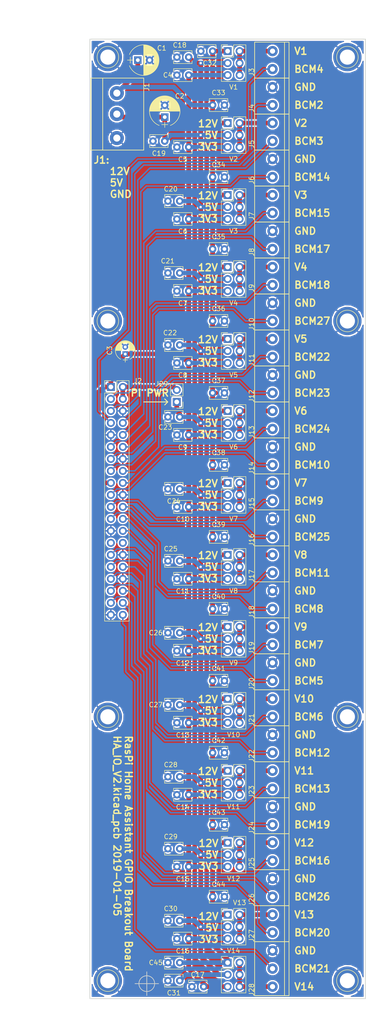
<source format=kicad_pcb>
(kicad_pcb (version 4) (host pcbnew 4.0.7)

  (general
    (links 233)
    (no_connects 0)
    (area 184.884287 37.94 261.695001 256.065001)
    (thickness 1.6)
    (drawings 82)
    (tracks 450)
    (zones 0)
    (modules 96)
    (nets 48)
  )

  (page A3)
  (layers
    (0 F.Cu signal)
    (31 B.Cu signal)
    (32 B.Adhes user hide)
    (33 F.Adhes user hide)
    (34 B.Paste user)
    (35 F.Paste user)
    (36 B.SilkS user hide)
    (37 F.SilkS user)
    (38 B.Mask user)
    (39 F.Mask user)
    (40 Dwgs.User user)
    (41 Cmts.User user)
    (42 Eco1.User user hide)
    (43 Eco2.User user hide)
    (44 Edge.Cuts user)
    (45 Margin user)
    (46 B.CrtYd user hide)
    (47 F.CrtYd user hide)
    (48 B.Fab user hide)
    (49 F.Fab user hide)
  )

  (setup
    (last_trace_width 0.3)
    (trace_clearance 0.25)
    (zone_clearance 0.3)
    (zone_45_only no)
    (trace_min 0.1524)
    (segment_width 0.2)
    (edge_width 0.15)
    (via_size 0.6858)
    (via_drill 0.3302)
    (via_min_size 0.6858)
    (via_min_drill 0.3302)
    (uvia_size 0.6858)
    (uvia_drill 0.3302)
    (uvias_allowed no)
    (uvia_min_size 0)
    (uvia_min_drill 0)
    (pcb_text_width 0.3)
    (pcb_text_size 1.5 1.5)
    (mod_edge_width 0.15)
    (mod_text_size 1 1)
    (mod_text_width 0.15)
    (pad_size 3.1 3.1)
    (pad_drill 3)
    (pad_to_mask_clearance 0.2)
    (aux_axis_origin 0 0)
    (grid_origin 203.2 248.92)
    (visible_elements 7FFEFFFF)
    (pcbplotparams
      (layerselection 0x010e0_80000001)
      (usegerberextensions false)
      (excludeedgelayer true)
      (linewidth 0.100000)
      (plotframeref false)
      (viasonmask false)
      (mode 1)
      (useauxorigin false)
      (hpglpennumber 1)
      (hpglpenspeed 20)
      (hpglpendiameter 15)
      (hpglpenoverlay 2)
      (psnegative false)
      (psa4output false)
      (plotreference false)
      (plotvalue true)
      (plotinvisibletext false)
      (padsonsilk false)
      (subtractmaskfromsilk false)
      (outputformat 1)
      (mirror false)
      (drillshape 0)
      (scaleselection 1)
      (outputdirectory ""))
  )

  (net 0 "")
  (net 1 +12V)
  (net 2 GND)
  (net 3 +5V)
  (net 4 +3V3)
  (net 5 BCM2)
  (net 6 BCM3)
  (net 7 BCM4)
  (net 8 BCM14)
  (net 9 BCM15)
  (net 10 BCM17)
  (net 11 BCM18)
  (net 12 BCM27)
  (net 13 BCM22)
  (net 14 BCM23)
  (net 15 BCM24)
  (net 16 BCM10)
  (net 17 BCM9)
  (net 18 BCM25)
  (net 19 BCM11)
  (net 20 BCM8)
  (net 21 BCM7)
  (net 22 "Net-(J2-Pad27)")
  (net 23 "Net-(J2-Pad28)")
  (net 24 BCM5)
  (net 25 BCM6)
  (net 26 BCM12)
  (net 27 BCM13)
  (net 28 BCM19)
  (net 29 BCM16)
  (net 30 BCM26)
  (net 31 BCM20)
  (net 32 BCM21)
  (net 33 V1)
  (net 34 V2)
  (net 35 V3)
  (net 36 V4)
  (net 37 V5)
  (net 38 V6)
  (net 39 V7)
  (net 40 V8)
  (net 41 V9)
  (net 42 V10)
  (net 43 V11)
  (net 44 V12)
  (net 45 V13)
  (net 46 V14)
  (net 47 "Net-(J2-Pad2)")

  (net_class Default "This is the default net class."
    (clearance 0.25)
    (trace_width 0.3)
    (via_dia 0.6858)
    (via_drill 0.3302)
    (uvia_dia 0.6858)
    (uvia_drill 0.3302)
    (add_net BCM10)
    (add_net BCM11)
    (add_net BCM12)
    (add_net BCM13)
    (add_net BCM14)
    (add_net BCM15)
    (add_net BCM16)
    (add_net BCM17)
    (add_net BCM18)
    (add_net BCM19)
    (add_net BCM2)
    (add_net BCM20)
    (add_net BCM21)
    (add_net BCM22)
    (add_net BCM23)
    (add_net BCM24)
    (add_net BCM25)
    (add_net BCM26)
    (add_net BCM27)
    (add_net BCM3)
    (add_net BCM4)
    (add_net BCM5)
    (add_net BCM6)
    (add_net BCM7)
    (add_net BCM8)
    (add_net BCM9)
    (add_net "Net-(J2-Pad27)")
    (add_net "Net-(J2-Pad28)")
  )

  (net_class Power ""
    (clearance 0.25)
    (trace_width 1)
    (via_dia 1)
    (via_drill 0.5)
    (uvia_dia 0.3)
    (uvia_drill 0.1)
    (add_net +12V)
    (add_net +3V3)
    (add_net +5V)
    (add_net GND)
    (add_net "Net-(J2-Pad2)")
    (add_net V1)
    (add_net V10)
    (add_net V11)
    (add_net V12)
    (add_net V13)
    (add_net V14)
    (add_net V2)
    (add_net V3)
    (add_net V4)
    (add_net V5)
    (add_net V6)
    (add_net V7)
    (add_net V8)
    (add_net V9)
  )

  (module Connectors:1pin (layer F.Cu) (tedit 5ABA5A8B) (tstamp 5ABA4E29)
    (at 257.81 245.11)
    (descr "module 1 pin (ou trou mecanique de percage)")
    (tags DEV)
    (fp_text reference REF** (at 1.27 -3.81) (layer F.SilkS) hide
      (effects (font (size 1 1) (thickness 0.15)))
    )
    (fp_text value 1pin (at 0 3) (layer F.Fab)
      (effects (font (size 1 1) (thickness 0.15)))
    )
    (fp_circle (center 0 0) (end 2 0.8) (layer F.Fab) (width 0.1))
    (fp_circle (center 0 0) (end 2.6 0) (layer F.CrtYd) (width 0.05))
    (fp_circle (center 0 0) (end 0 -2.286) (layer F.SilkS) (width 0.12))
    (pad 1 thru_hole circle (at 0 0) (size 6 6) (drill 3.2) (layers *.Cu *.Mask)
      (net 2 GND))
  )

  (module Connectors:1pin (layer F.Cu) (tedit 5ABA535F) (tstamp 5ABA4E22)
    (at 257.81 189.23)
    (descr "module 1 pin (ou trou mecanique de percage)")
    (tags DEV)
    (fp_text reference REF** (at -0.635 -4.445) (layer F.SilkS) hide
      (effects (font (size 1 1) (thickness 0.15)))
    )
    (fp_text value 1pin (at 0 3) (layer F.Fab)
      (effects (font (size 1 1) (thickness 0.15)))
    )
    (fp_circle (center 0 0) (end 2 0.8) (layer F.Fab) (width 0.1))
    (fp_circle (center 0 0) (end 2.6 0) (layer F.CrtYd) (width 0.05))
    (fp_circle (center 0 0) (end 0 -2.286) (layer F.SilkS) (width 0.12))
    (pad 1 thru_hole circle (at 0 0) (size 6 6) (drill 3.2) (layers *.Cu *.Mask)
      (net 2 GND))
  )

  (module Connectors:1pin (layer F.Cu) (tedit 5ABA534B) (tstamp 5ABA4DF7)
    (at 257.81 105.41)
    (descr "module 1 pin (ou trou mecanique de percage)")
    (tags DEV)
    (fp_text reference REF** (at -0.635 -4.445) (layer F.SilkS) hide
      (effects (font (size 1 1) (thickness 0.15)))
    )
    (fp_text value 1pin (at 0 3) (layer F.Fab)
      (effects (font (size 1 1) (thickness 0.15)))
    )
    (fp_circle (center 0 0) (end 2 0.8) (layer F.Fab) (width 0.1))
    (fp_circle (center 0 0) (end 2.6 0) (layer F.CrtYd) (width 0.05))
    (fp_circle (center 0 0) (end 0 -2.286) (layer F.SilkS) (width 0.12))
    (pad 1 thru_hole circle (at 0 0) (size 6 6) (drill 3.2) (layers *.Cu *.Mask)
      (net 2 GND))
  )

  (module Connectors:1pin (layer F.Cu) (tedit 5ABA532D) (tstamp 5ABA4DD6)
    (at 257.81 49.53)
    (descr "module 1 pin (ou trou mecanique de percage)")
    (tags DEV)
    (fp_text reference REF** (at 0 4.445) (layer F.SilkS) hide
      (effects (font (size 1 1) (thickness 0.15)))
    )
    (fp_text value 1pin (at 0 3) (layer F.Fab)
      (effects (font (size 1 1) (thickness 0.15)))
    )
    (fp_circle (center 0 0) (end 2 0.8) (layer F.Fab) (width 0.1))
    (fp_circle (center 0 0) (end 2.6 0) (layer F.CrtYd) (width 0.05))
    (fp_circle (center 0 0) (end 0 -2.286) (layer F.SilkS) (width 0.12))
    (pad 1 thru_hole circle (at 0 0) (size 6 6) (drill 3.2) (layers *.Cu *.Mask)
      (net 2 GND))
  )

  (module Connectors:1pin (layer F.Cu) (tedit 5ABA5319) (tstamp 5ABA4774)
    (at 207.01 49.53)
    (descr "module 1 pin (ou trou mecanique de percage)")
    (tags DEV)
    (fp_text reference REF** (at 0 4.445) (layer F.SilkS) hide
      (effects (font (size 1 1) (thickness 0.15)))
    )
    (fp_text value 1pin (at 0 3) (layer F.Fab)
      (effects (font (size 1 1) (thickness 0.15)))
    )
    (fp_circle (center 0 0) (end 2 0.8) (layer F.Fab) (width 0.1))
    (fp_circle (center 0 0) (end 2.6 0) (layer F.CrtYd) (width 0.05))
    (fp_circle (center 0 0) (end 0 -2.286) (layer F.SilkS) (width 0.12))
    (pad 1 thru_hole circle (at 0 0) (size 6 6) (drill 3.2) (layers *.Cu *.Mask)
      (net 2 GND))
  )

  (module Connectors:1pin (layer F.Cu) (tedit 5ABA533F) (tstamp 5ABA4703)
    (at 207.01 105.41)
    (descr "module 1 pin (ou trou mecanique de percage)")
    (tags DEV)
    (fp_text reference REF** (at -0.635 -4.445) (layer F.SilkS) hide
      (effects (font (size 1 1) (thickness 0.15)))
    )
    (fp_text value 1pin (at 0 3) (layer F.Fab)
      (effects (font (size 1 1) (thickness 0.15)))
    )
    (fp_circle (center 0 0) (end 2 0.8) (layer F.Fab) (width 0.1))
    (fp_circle (center 0 0) (end 2.6 0) (layer F.CrtYd) (width 0.05))
    (fp_circle (center 0 0) (end 0 -2.286) (layer F.SilkS) (width 0.12))
    (pad 1 thru_hole circle (at 0 0) (size 6 6) (drill 3.2) (layers *.Cu *.Mask)
      (net 2 GND))
  )

  (module Connectors:1pin (layer F.Cu) (tedit 5ABA5357) (tstamp 5ABA46DD)
    (at 207.01 189.23)
    (descr "module 1 pin (ou trou mecanique de percage)")
    (tags DEV)
    (fp_text reference REF** (at -0.635 -4.445) (layer F.SilkS) hide
      (effects (font (size 1 1) (thickness 0.15)))
    )
    (fp_text value 1pin (at 0 3) (layer F.Fab)
      (effects (font (size 1 1) (thickness 0.15)))
    )
    (fp_circle (center 0 0) (end 2 0.8) (layer F.Fab) (width 0.1))
    (fp_circle (center 0 0) (end 2.6 0) (layer F.CrtYd) (width 0.05))
    (fp_circle (center 0 0) (end 0 -2.286) (layer F.SilkS) (width 0.12))
    (pad 1 thru_hole circle (at 0 0) (size 6 6) (drill 3.2) (layers *.Cu *.Mask)
      (net 2 GND))
  )

  (module Pin_Headers:Pin_Header_Straight_2x20_Pitch2.54mm (layer F.Cu) (tedit 5AB9F4D2) (tstamp 5AB9E5F9)
    (at 207.645 119.38)
    (descr "Through hole straight pin header, 2x20, 2.54mm pitch, double rows")
    (tags "Through hole pin header THT 2x20 2.54mm double row")
    (path /5AB9B154)
    (fp_text reference J2 (at 5.715 -1.27) (layer F.SilkS)
      (effects (font (size 1 1) (thickness 0.15)))
    )
    (fp_text value Conn_02x20_Odd_Even (at 1.27 50.59) (layer F.Fab)
      (effects (font (size 1 1) (thickness 0.15)))
    )
    (fp_line (start 0 -1.27) (end 3.81 -1.27) (layer F.Fab) (width 0.1))
    (fp_line (start 3.81 -1.27) (end 3.81 49.53) (layer F.Fab) (width 0.1))
    (fp_line (start 3.81 49.53) (end -1.27 49.53) (layer F.Fab) (width 0.1))
    (fp_line (start -1.27 49.53) (end -1.27 0) (layer F.Fab) (width 0.1))
    (fp_line (start -1.27 0) (end 0 -1.27) (layer F.Fab) (width 0.1))
    (fp_line (start -1.33 49.59) (end 3.87 49.59) (layer F.SilkS) (width 0.12))
    (fp_line (start -1.33 1.27) (end -1.33 49.59) (layer F.SilkS) (width 0.12))
    (fp_line (start 3.87 -1.33) (end 3.87 49.59) (layer F.SilkS) (width 0.12))
    (fp_line (start -1.33 1.27) (end 1.27 1.27) (layer F.SilkS) (width 0.12))
    (fp_line (start 1.27 1.27) (end 1.27 -1.33) (layer F.SilkS) (width 0.12))
    (fp_line (start 1.27 -1.33) (end 3.87 -1.33) (layer F.SilkS) (width 0.12))
    (fp_line (start -1.33 0) (end -1.33 -1.33) (layer F.SilkS) (width 0.12))
    (fp_line (start -1.33 -1.33) (end 0 -1.33) (layer F.SilkS) (width 0.12))
    (fp_line (start -1.8 -1.8) (end -1.8 50.05) (layer F.CrtYd) (width 0.05))
    (fp_line (start -1.8 50.05) (end 4.35 50.05) (layer F.CrtYd) (width 0.05))
    (fp_line (start 4.35 50.05) (end 4.35 -1.8) (layer F.CrtYd) (width 0.05))
    (fp_line (start 4.35 -1.8) (end -1.8 -1.8) (layer F.CrtYd) (width 0.05))
    (fp_text user %R (at 1.27 24.13 90) (layer F.Fab)
      (effects (font (size 1 1) (thickness 0.15)))
    )
    (pad 1 thru_hole rect (at 0 0) (size 1.7 1.7) (drill 1) (layers *.Cu *.Mask)
      (net 4 +3V3))
    (pad 2 thru_hole oval (at 2.54 0) (size 1.7 1.7) (drill 1) (layers *.Cu *.Mask)
      (net 47 "Net-(J2-Pad2)"))
    (pad 3 thru_hole oval (at 0 2.54) (size 1.7 1.7) (drill 1) (layers *.Cu *.Mask)
      (net 5 BCM2))
    (pad 4 thru_hole oval (at 2.54 2.54) (size 1.7 1.7) (drill 1) (layers *.Cu *.Mask)
      (net 47 "Net-(J2-Pad2)"))
    (pad 5 thru_hole oval (at 0 5.08) (size 1.7 1.7) (drill 1) (layers *.Cu *.Mask)
      (net 6 BCM3))
    (pad 6 thru_hole oval (at 2.54 5.08) (size 1.7 1.7) (drill 1) (layers *.Cu *.Mask)
      (net 2 GND))
    (pad 7 thru_hole oval (at 0 7.62) (size 1.7 1.7) (drill 1) (layers *.Cu *.Mask)
      (net 7 BCM4))
    (pad 8 thru_hole oval (at 2.54 7.62) (size 1.7 1.7) (drill 1) (layers *.Cu *.Mask)
      (net 8 BCM14))
    (pad 9 thru_hole oval (at 0 10.16) (size 1.7 1.7) (drill 1) (layers *.Cu *.Mask)
      (net 2 GND))
    (pad 10 thru_hole oval (at 2.54 10.16) (size 1.7 1.7) (drill 1) (layers *.Cu *.Mask)
      (net 9 BCM15))
    (pad 11 thru_hole oval (at 0 12.7) (size 1.7 1.7) (drill 1) (layers *.Cu *.Mask)
      (net 10 BCM17))
    (pad 12 thru_hole oval (at 2.54 12.7) (size 1.7 1.7) (drill 1) (layers *.Cu *.Mask)
      (net 11 BCM18))
    (pad 13 thru_hole oval (at 0 15.24) (size 1.7 1.7) (drill 1) (layers *.Cu *.Mask)
      (net 12 BCM27))
    (pad 14 thru_hole oval (at 2.54 15.24) (size 1.7 1.7) (drill 1) (layers *.Cu *.Mask)
      (net 2 GND))
    (pad 15 thru_hole oval (at 0 17.78) (size 1.7 1.7) (drill 1) (layers *.Cu *.Mask)
      (net 13 BCM22))
    (pad 16 thru_hole oval (at 2.54 17.78) (size 1.7 1.7) (drill 1) (layers *.Cu *.Mask)
      (net 14 BCM23))
    (pad 17 thru_hole oval (at 0 20.32) (size 1.7 1.7) (drill 1) (layers *.Cu *.Mask)
      (net 4 +3V3))
    (pad 18 thru_hole oval (at 2.54 20.32) (size 1.7 1.7) (drill 1) (layers *.Cu *.Mask)
      (net 15 BCM24))
    (pad 19 thru_hole oval (at 0 22.86) (size 1.7 1.7) (drill 1) (layers *.Cu *.Mask)
      (net 16 BCM10))
    (pad 20 thru_hole oval (at 2.54 22.86) (size 1.7 1.7) (drill 1) (layers *.Cu *.Mask)
      (net 2 GND))
    (pad 21 thru_hole oval (at 0 25.4) (size 1.7 1.7) (drill 1) (layers *.Cu *.Mask)
      (net 17 BCM9))
    (pad 22 thru_hole oval (at 2.54 25.4) (size 1.7 1.7) (drill 1) (layers *.Cu *.Mask)
      (net 18 BCM25))
    (pad 23 thru_hole oval (at 0 27.94) (size 1.7 1.7) (drill 1) (layers *.Cu *.Mask)
      (net 19 BCM11))
    (pad 24 thru_hole oval (at 2.54 27.94) (size 1.7 1.7) (drill 1) (layers *.Cu *.Mask)
      (net 20 BCM8))
    (pad 25 thru_hole oval (at 0 30.48) (size 1.7 1.7) (drill 1) (layers *.Cu *.Mask)
      (net 2 GND))
    (pad 26 thru_hole oval (at 2.54 30.48) (size 1.7 1.7) (drill 1) (layers *.Cu *.Mask)
      (net 21 BCM7))
    (pad 27 thru_hole oval (at 0 33.02) (size 1.7 1.7) (drill 1) (layers *.Cu *.Mask)
      (net 22 "Net-(J2-Pad27)"))
    (pad 28 thru_hole oval (at 2.54 33.02) (size 1.7 1.7) (drill 1) (layers *.Cu *.Mask)
      (net 23 "Net-(J2-Pad28)"))
    (pad 29 thru_hole oval (at 0 35.56) (size 1.7 1.7) (drill 1) (layers *.Cu *.Mask)
      (net 24 BCM5))
    (pad 30 thru_hole oval (at 2.54 35.56) (size 1.7 1.7) (drill 1) (layers *.Cu *.Mask)
      (net 2 GND))
    (pad 31 thru_hole oval (at 0 38.1) (size 1.7 1.7) (drill 1) (layers *.Cu *.Mask)
      (net 25 BCM6))
    (pad 32 thru_hole oval (at 2.54 38.1) (size 1.7 1.7) (drill 1) (layers *.Cu *.Mask)
      (net 26 BCM12))
    (pad 33 thru_hole oval (at 0 40.64) (size 1.7 1.7) (drill 1) (layers *.Cu *.Mask)
      (net 27 BCM13))
    (pad 34 thru_hole oval (at 2.54 40.64) (size 1.7 1.7) (drill 1) (layers *.Cu *.Mask)
      (net 2 GND))
    (pad 35 thru_hole oval (at 0 43.18) (size 1.7 1.7) (drill 1) (layers *.Cu *.Mask)
      (net 28 BCM19))
    (pad 36 thru_hole oval (at 2.54 43.18) (size 1.7 1.7) (drill 1) (layers *.Cu *.Mask)
      (net 29 BCM16))
    (pad 37 thru_hole oval (at 0 45.72) (size 1.7 1.7) (drill 1) (layers *.Cu *.Mask)
      (net 30 BCM26))
    (pad 38 thru_hole oval (at 2.54 45.72) (size 1.7 1.7) (drill 1) (layers *.Cu *.Mask)
      (net 31 BCM20))
    (pad 39 thru_hole oval (at 0 48.26) (size 1.7 1.7) (drill 1) (layers *.Cu *.Mask)
      (net 2 GND))
    (pad 40 thru_hole oval (at 2.54 48.26) (size 1.7 1.7) (drill 1) (layers *.Cu *.Mask)
      (net 32 BCM21))
    (model ${KISYS3DMOD}/Pin_Headers.3dshapes/Pin_Header_Straight_2x20_Pitch2.54mm.wrl
      (at (xyz 0 0 0))
      (scale (xyz 1 1 1))
      (rotate (xyz 0 0 0))
    )
  )

  (module Capacitors_ThroughHole:CP_Radial_D6.3mm_P2.50mm (layer F.Cu) (tedit 5ABA49BA) (tstamp 5AB9E4B9)
    (at 213.36 50.165)
    (descr "CP, Radial series, Radial, pin pitch=2.50mm, , diameter=6.3mm, Electrolytic Capacitor")
    (tags "CP Radial series Radial pin pitch 2.50mm  diameter 6.3mm Electrolytic Capacitor")
    (path /5ABCBBCD)
    (fp_text reference C1 (at 5.08 -2.54) (layer F.SilkS)
      (effects (font (size 1 1) (thickness 0.15)))
    )
    (fp_text value 100u (at 1.25 4.46) (layer F.Fab)
      (effects (font (size 1 1) (thickness 0.15)))
    )
    (fp_arc (start 1.25 0) (end -1.767482 -1.18) (angle 137.3) (layer F.SilkS) (width 0.12))
    (fp_arc (start 1.25 0) (end -1.767482 1.18) (angle -137.3) (layer F.SilkS) (width 0.12))
    (fp_arc (start 1.25 0) (end 4.267482 -1.18) (angle 42.7) (layer F.SilkS) (width 0.12))
    (fp_circle (center 1.25 0) (end 4.4 0) (layer F.Fab) (width 0.1))
    (fp_line (start -2.2 0) (end -1 0) (layer F.Fab) (width 0.1))
    (fp_line (start -1.6 -0.65) (end -1.6 0.65) (layer F.Fab) (width 0.1))
    (fp_line (start 1.25 -3.2) (end 1.25 3.2) (layer F.SilkS) (width 0.12))
    (fp_line (start 1.29 -3.2) (end 1.29 3.2) (layer F.SilkS) (width 0.12))
    (fp_line (start 1.33 -3.2) (end 1.33 3.2) (layer F.SilkS) (width 0.12))
    (fp_line (start 1.37 -3.198) (end 1.37 3.198) (layer F.SilkS) (width 0.12))
    (fp_line (start 1.41 -3.197) (end 1.41 3.197) (layer F.SilkS) (width 0.12))
    (fp_line (start 1.45 -3.194) (end 1.45 3.194) (layer F.SilkS) (width 0.12))
    (fp_line (start 1.49 -3.192) (end 1.49 3.192) (layer F.SilkS) (width 0.12))
    (fp_line (start 1.53 -3.188) (end 1.53 -0.98) (layer F.SilkS) (width 0.12))
    (fp_line (start 1.53 0.98) (end 1.53 3.188) (layer F.SilkS) (width 0.12))
    (fp_line (start 1.57 -3.185) (end 1.57 -0.98) (layer F.SilkS) (width 0.12))
    (fp_line (start 1.57 0.98) (end 1.57 3.185) (layer F.SilkS) (width 0.12))
    (fp_line (start 1.61 -3.18) (end 1.61 -0.98) (layer F.SilkS) (width 0.12))
    (fp_line (start 1.61 0.98) (end 1.61 3.18) (layer F.SilkS) (width 0.12))
    (fp_line (start 1.65 -3.176) (end 1.65 -0.98) (layer F.SilkS) (width 0.12))
    (fp_line (start 1.65 0.98) (end 1.65 3.176) (layer F.SilkS) (width 0.12))
    (fp_line (start 1.69 -3.17) (end 1.69 -0.98) (layer F.SilkS) (width 0.12))
    (fp_line (start 1.69 0.98) (end 1.69 3.17) (layer F.SilkS) (width 0.12))
    (fp_line (start 1.73 -3.165) (end 1.73 -0.98) (layer F.SilkS) (width 0.12))
    (fp_line (start 1.73 0.98) (end 1.73 3.165) (layer F.SilkS) (width 0.12))
    (fp_line (start 1.77 -3.158) (end 1.77 -0.98) (layer F.SilkS) (width 0.12))
    (fp_line (start 1.77 0.98) (end 1.77 3.158) (layer F.SilkS) (width 0.12))
    (fp_line (start 1.81 -3.152) (end 1.81 -0.98) (layer F.SilkS) (width 0.12))
    (fp_line (start 1.81 0.98) (end 1.81 3.152) (layer F.SilkS) (width 0.12))
    (fp_line (start 1.85 -3.144) (end 1.85 -0.98) (layer F.SilkS) (width 0.12))
    (fp_line (start 1.85 0.98) (end 1.85 3.144) (layer F.SilkS) (width 0.12))
    (fp_line (start 1.89 -3.137) (end 1.89 -0.98) (layer F.SilkS) (width 0.12))
    (fp_line (start 1.89 0.98) (end 1.89 3.137) (layer F.SilkS) (width 0.12))
    (fp_line (start 1.93 -3.128) (end 1.93 -0.98) (layer F.SilkS) (width 0.12))
    (fp_line (start 1.93 0.98) (end 1.93 3.128) (layer F.SilkS) (width 0.12))
    (fp_line (start 1.971 -3.119) (end 1.971 -0.98) (layer F.SilkS) (width 0.12))
    (fp_line (start 1.971 0.98) (end 1.971 3.119) (layer F.SilkS) (width 0.12))
    (fp_line (start 2.011 -3.11) (end 2.011 -0.98) (layer F.SilkS) (width 0.12))
    (fp_line (start 2.011 0.98) (end 2.011 3.11) (layer F.SilkS) (width 0.12))
    (fp_line (start 2.051 -3.1) (end 2.051 -0.98) (layer F.SilkS) (width 0.12))
    (fp_line (start 2.051 0.98) (end 2.051 3.1) (layer F.SilkS) (width 0.12))
    (fp_line (start 2.091 -3.09) (end 2.091 -0.98) (layer F.SilkS) (width 0.12))
    (fp_line (start 2.091 0.98) (end 2.091 3.09) (layer F.SilkS) (width 0.12))
    (fp_line (start 2.131 -3.079) (end 2.131 -0.98) (layer F.SilkS) (width 0.12))
    (fp_line (start 2.131 0.98) (end 2.131 3.079) (layer F.SilkS) (width 0.12))
    (fp_line (start 2.171 -3.067) (end 2.171 -0.98) (layer F.SilkS) (width 0.12))
    (fp_line (start 2.171 0.98) (end 2.171 3.067) (layer F.SilkS) (width 0.12))
    (fp_line (start 2.211 -3.055) (end 2.211 -0.98) (layer F.SilkS) (width 0.12))
    (fp_line (start 2.211 0.98) (end 2.211 3.055) (layer F.SilkS) (width 0.12))
    (fp_line (start 2.251 -3.042) (end 2.251 -0.98) (layer F.SilkS) (width 0.12))
    (fp_line (start 2.251 0.98) (end 2.251 3.042) (layer F.SilkS) (width 0.12))
    (fp_line (start 2.291 -3.029) (end 2.291 -0.98) (layer F.SilkS) (width 0.12))
    (fp_line (start 2.291 0.98) (end 2.291 3.029) (layer F.SilkS) (width 0.12))
    (fp_line (start 2.331 -3.015) (end 2.331 -0.98) (layer F.SilkS) (width 0.12))
    (fp_line (start 2.331 0.98) (end 2.331 3.015) (layer F.SilkS) (width 0.12))
    (fp_line (start 2.371 -3.001) (end 2.371 -0.98) (layer F.SilkS) (width 0.12))
    (fp_line (start 2.371 0.98) (end 2.371 3.001) (layer F.SilkS) (width 0.12))
    (fp_line (start 2.411 -2.986) (end 2.411 -0.98) (layer F.SilkS) (width 0.12))
    (fp_line (start 2.411 0.98) (end 2.411 2.986) (layer F.SilkS) (width 0.12))
    (fp_line (start 2.451 -2.97) (end 2.451 -0.98) (layer F.SilkS) (width 0.12))
    (fp_line (start 2.451 0.98) (end 2.451 2.97) (layer F.SilkS) (width 0.12))
    (fp_line (start 2.491 -2.954) (end 2.491 -0.98) (layer F.SilkS) (width 0.12))
    (fp_line (start 2.491 0.98) (end 2.491 2.954) (layer F.SilkS) (width 0.12))
    (fp_line (start 2.531 -2.937) (end 2.531 -0.98) (layer F.SilkS) (width 0.12))
    (fp_line (start 2.531 0.98) (end 2.531 2.937) (layer F.SilkS) (width 0.12))
    (fp_line (start 2.571 -2.919) (end 2.571 -0.98) (layer F.SilkS) (width 0.12))
    (fp_line (start 2.571 0.98) (end 2.571 2.919) (layer F.SilkS) (width 0.12))
    (fp_line (start 2.611 -2.901) (end 2.611 -0.98) (layer F.SilkS) (width 0.12))
    (fp_line (start 2.611 0.98) (end 2.611 2.901) (layer F.SilkS) (width 0.12))
    (fp_line (start 2.651 -2.882) (end 2.651 -0.98) (layer F.SilkS) (width 0.12))
    (fp_line (start 2.651 0.98) (end 2.651 2.882) (layer F.SilkS) (width 0.12))
    (fp_line (start 2.691 -2.863) (end 2.691 -0.98) (layer F.SilkS) (width 0.12))
    (fp_line (start 2.691 0.98) (end 2.691 2.863) (layer F.SilkS) (width 0.12))
    (fp_line (start 2.731 -2.843) (end 2.731 -0.98) (layer F.SilkS) (width 0.12))
    (fp_line (start 2.731 0.98) (end 2.731 2.843) (layer F.SilkS) (width 0.12))
    (fp_line (start 2.771 -2.822) (end 2.771 -0.98) (layer F.SilkS) (width 0.12))
    (fp_line (start 2.771 0.98) (end 2.771 2.822) (layer F.SilkS) (width 0.12))
    (fp_line (start 2.811 -2.8) (end 2.811 -0.98) (layer F.SilkS) (width 0.12))
    (fp_line (start 2.811 0.98) (end 2.811 2.8) (layer F.SilkS) (width 0.12))
    (fp_line (start 2.851 -2.778) (end 2.851 -0.98) (layer F.SilkS) (width 0.12))
    (fp_line (start 2.851 0.98) (end 2.851 2.778) (layer F.SilkS) (width 0.12))
    (fp_line (start 2.891 -2.755) (end 2.891 -0.98) (layer F.SilkS) (width 0.12))
    (fp_line (start 2.891 0.98) (end 2.891 2.755) (layer F.SilkS) (width 0.12))
    (fp_line (start 2.931 -2.731) (end 2.931 -0.98) (layer F.SilkS) (width 0.12))
    (fp_line (start 2.931 0.98) (end 2.931 2.731) (layer F.SilkS) (width 0.12))
    (fp_line (start 2.971 -2.706) (end 2.971 -0.98) (layer F.SilkS) (width 0.12))
    (fp_line (start 2.971 0.98) (end 2.971 2.706) (layer F.SilkS) (width 0.12))
    (fp_line (start 3.011 -2.681) (end 3.011 -0.98) (layer F.SilkS) (width 0.12))
    (fp_line (start 3.011 0.98) (end 3.011 2.681) (layer F.SilkS) (width 0.12))
    (fp_line (start 3.051 -2.654) (end 3.051 -0.98) (layer F.SilkS) (width 0.12))
    (fp_line (start 3.051 0.98) (end 3.051 2.654) (layer F.SilkS) (width 0.12))
    (fp_line (start 3.091 -2.627) (end 3.091 -0.98) (layer F.SilkS) (width 0.12))
    (fp_line (start 3.091 0.98) (end 3.091 2.627) (layer F.SilkS) (width 0.12))
    (fp_line (start 3.131 -2.599) (end 3.131 -0.98) (layer F.SilkS) (width 0.12))
    (fp_line (start 3.131 0.98) (end 3.131 2.599) (layer F.SilkS) (width 0.12))
    (fp_line (start 3.171 -2.57) (end 3.171 -0.98) (layer F.SilkS) (width 0.12))
    (fp_line (start 3.171 0.98) (end 3.171 2.57) (layer F.SilkS) (width 0.12))
    (fp_line (start 3.211 -2.54) (end 3.211 -0.98) (layer F.SilkS) (width 0.12))
    (fp_line (start 3.211 0.98) (end 3.211 2.54) (layer F.SilkS) (width 0.12))
    (fp_line (start 3.251 -2.51) (end 3.251 -0.98) (layer F.SilkS) (width 0.12))
    (fp_line (start 3.251 0.98) (end 3.251 2.51) (layer F.SilkS) (width 0.12))
    (fp_line (start 3.291 -2.478) (end 3.291 -0.98) (layer F.SilkS) (width 0.12))
    (fp_line (start 3.291 0.98) (end 3.291 2.478) (layer F.SilkS) (width 0.12))
    (fp_line (start 3.331 -2.445) (end 3.331 -0.98) (layer F.SilkS) (width 0.12))
    (fp_line (start 3.331 0.98) (end 3.331 2.445) (layer F.SilkS) (width 0.12))
    (fp_line (start 3.371 -2.411) (end 3.371 -0.98) (layer F.SilkS) (width 0.12))
    (fp_line (start 3.371 0.98) (end 3.371 2.411) (layer F.SilkS) (width 0.12))
    (fp_line (start 3.411 -2.375) (end 3.411 -0.98) (layer F.SilkS) (width 0.12))
    (fp_line (start 3.411 0.98) (end 3.411 2.375) (layer F.SilkS) (width 0.12))
    (fp_line (start 3.451 -2.339) (end 3.451 -0.98) (layer F.SilkS) (width 0.12))
    (fp_line (start 3.451 0.98) (end 3.451 2.339) (layer F.SilkS) (width 0.12))
    (fp_line (start 3.491 -2.301) (end 3.491 2.301) (layer F.SilkS) (width 0.12))
    (fp_line (start 3.531 -2.262) (end 3.531 2.262) (layer F.SilkS) (width 0.12))
    (fp_line (start 3.571 -2.222) (end 3.571 2.222) (layer F.SilkS) (width 0.12))
    (fp_line (start 3.611 -2.18) (end 3.611 2.18) (layer F.SilkS) (width 0.12))
    (fp_line (start 3.651 -2.137) (end 3.651 2.137) (layer F.SilkS) (width 0.12))
    (fp_line (start 3.691 -2.092) (end 3.691 2.092) (layer F.SilkS) (width 0.12))
    (fp_line (start 3.731 -2.045) (end 3.731 2.045) (layer F.SilkS) (width 0.12))
    (fp_line (start 3.771 -1.997) (end 3.771 1.997) (layer F.SilkS) (width 0.12))
    (fp_line (start 3.811 -1.946) (end 3.811 1.946) (layer F.SilkS) (width 0.12))
    (fp_line (start 3.851 -1.894) (end 3.851 1.894) (layer F.SilkS) (width 0.12))
    (fp_line (start 3.891 -1.839) (end 3.891 1.839) (layer F.SilkS) (width 0.12))
    (fp_line (start 3.931 -1.781) (end 3.931 1.781) (layer F.SilkS) (width 0.12))
    (fp_line (start 3.971 -1.721) (end 3.971 1.721) (layer F.SilkS) (width 0.12))
    (fp_line (start 4.011 -1.658) (end 4.011 1.658) (layer F.SilkS) (width 0.12))
    (fp_line (start 4.051 -1.591) (end 4.051 1.591) (layer F.SilkS) (width 0.12))
    (fp_line (start 4.091 -1.52) (end 4.091 1.52) (layer F.SilkS) (width 0.12))
    (fp_line (start 4.131 -1.445) (end 4.131 1.445) (layer F.SilkS) (width 0.12))
    (fp_line (start 4.171 -1.364) (end 4.171 1.364) (layer F.SilkS) (width 0.12))
    (fp_line (start 4.211 -1.278) (end 4.211 1.278) (layer F.SilkS) (width 0.12))
    (fp_line (start 4.251 -1.184) (end 4.251 1.184) (layer F.SilkS) (width 0.12))
    (fp_line (start 4.291 -1.081) (end 4.291 1.081) (layer F.SilkS) (width 0.12))
    (fp_line (start 4.331 -0.966) (end 4.331 0.966) (layer F.SilkS) (width 0.12))
    (fp_line (start 4.371 -0.834) (end 4.371 0.834) (layer F.SilkS) (width 0.12))
    (fp_line (start 4.411 -0.676) (end 4.411 0.676) (layer F.SilkS) (width 0.12))
    (fp_line (start 4.451 -0.468) (end 4.451 0.468) (layer F.SilkS) (width 0.12))
    (fp_line (start -2.2 0) (end -1 0) (layer F.SilkS) (width 0.12))
    (fp_line (start -1.6 -0.65) (end -1.6 0.65) (layer F.SilkS) (width 0.12))
    (fp_line (start -2.25 -3.5) (end -2.25 3.5) (layer F.CrtYd) (width 0.05))
    (fp_line (start -2.25 3.5) (end 4.75 3.5) (layer F.CrtYd) (width 0.05))
    (fp_line (start 4.75 3.5) (end 4.75 -3.5) (layer F.CrtYd) (width 0.05))
    (fp_line (start 4.75 -3.5) (end -2.25 -3.5) (layer F.CrtYd) (width 0.05))
    (fp_text user %R (at 1.25 0) (layer F.Fab)
      (effects (font (size 1 1) (thickness 0.15)))
    )
    (pad 1 thru_hole rect (at 0 0) (size 1.6 1.6) (drill 0.8) (layers *.Cu *.Mask)
      (net 1 +12V))
    (pad 2 thru_hole circle (at 2.5 0) (size 1.6 1.6) (drill 0.8) (layers *.Cu *.Mask)
      (net 2 GND))
    (model ${KISYS3DMOD}/Capacitors_THT.3dshapes/CP_Radial_D6.3mm_P2.50mm.wrl
      (at (xyz 0 0 0))
      (scale (xyz 1 1 1))
      (rotate (xyz 0 0 0))
    )
  )

  (module Capacitors_ThroughHole:CP_Radial_D6.3mm_P2.50mm (layer F.Cu) (tedit 5ABA49BE) (tstamp 5AB9E4BF)
    (at 219.075 62.23 90)
    (descr "CP, Radial series, Radial, pin pitch=2.50mm, , diameter=6.3mm, Electrolytic Capacitor")
    (tags "CP Radial series Radial pin pitch 2.50mm  diameter 6.3mm Electrolytic Capacitor")
    (path /5ABCBF6F)
    (fp_text reference C2 (at 4.445 3.175 180) (layer F.SilkS)
      (effects (font (size 1 1) (thickness 0.15)))
    )
    (fp_text value 100u (at 1.25 4.46 90) (layer F.Fab)
      (effects (font (size 1 1) (thickness 0.15)))
    )
    (fp_arc (start 1.25 0) (end -1.767482 -1.18) (angle 137.3) (layer F.SilkS) (width 0.12))
    (fp_arc (start 1.25 0) (end -1.767482 1.18) (angle -137.3) (layer F.SilkS) (width 0.12))
    (fp_arc (start 1.25 0) (end 4.267482 -1.18) (angle 42.7) (layer F.SilkS) (width 0.12))
    (fp_circle (center 1.25 0) (end 4.4 0) (layer F.Fab) (width 0.1))
    (fp_line (start -2.2 0) (end -1 0) (layer F.Fab) (width 0.1))
    (fp_line (start -1.6 -0.65) (end -1.6 0.65) (layer F.Fab) (width 0.1))
    (fp_line (start 1.25 -3.2) (end 1.25 3.2) (layer F.SilkS) (width 0.12))
    (fp_line (start 1.29 -3.2) (end 1.29 3.2) (layer F.SilkS) (width 0.12))
    (fp_line (start 1.33 -3.2) (end 1.33 3.2) (layer F.SilkS) (width 0.12))
    (fp_line (start 1.37 -3.198) (end 1.37 3.198) (layer F.SilkS) (width 0.12))
    (fp_line (start 1.41 -3.197) (end 1.41 3.197) (layer F.SilkS) (width 0.12))
    (fp_line (start 1.45 -3.194) (end 1.45 3.194) (layer F.SilkS) (width 0.12))
    (fp_line (start 1.49 -3.192) (end 1.49 3.192) (layer F.SilkS) (width 0.12))
    (fp_line (start 1.53 -3.188) (end 1.53 -0.98) (layer F.SilkS) (width 0.12))
    (fp_line (start 1.53 0.98) (end 1.53 3.188) (layer F.SilkS) (width 0.12))
    (fp_line (start 1.57 -3.185) (end 1.57 -0.98) (layer F.SilkS) (width 0.12))
    (fp_line (start 1.57 0.98) (end 1.57 3.185) (layer F.SilkS) (width 0.12))
    (fp_line (start 1.61 -3.18) (end 1.61 -0.98) (layer F.SilkS) (width 0.12))
    (fp_line (start 1.61 0.98) (end 1.61 3.18) (layer F.SilkS) (width 0.12))
    (fp_line (start 1.65 -3.176) (end 1.65 -0.98) (layer F.SilkS) (width 0.12))
    (fp_line (start 1.65 0.98) (end 1.65 3.176) (layer F.SilkS) (width 0.12))
    (fp_line (start 1.69 -3.17) (end 1.69 -0.98) (layer F.SilkS) (width 0.12))
    (fp_line (start 1.69 0.98) (end 1.69 3.17) (layer F.SilkS) (width 0.12))
    (fp_line (start 1.73 -3.165) (end 1.73 -0.98) (layer F.SilkS) (width 0.12))
    (fp_line (start 1.73 0.98) (end 1.73 3.165) (layer F.SilkS) (width 0.12))
    (fp_line (start 1.77 -3.158) (end 1.77 -0.98) (layer F.SilkS) (width 0.12))
    (fp_line (start 1.77 0.98) (end 1.77 3.158) (layer F.SilkS) (width 0.12))
    (fp_line (start 1.81 -3.152) (end 1.81 -0.98) (layer F.SilkS) (width 0.12))
    (fp_line (start 1.81 0.98) (end 1.81 3.152) (layer F.SilkS) (width 0.12))
    (fp_line (start 1.85 -3.144) (end 1.85 -0.98) (layer F.SilkS) (width 0.12))
    (fp_line (start 1.85 0.98) (end 1.85 3.144) (layer F.SilkS) (width 0.12))
    (fp_line (start 1.89 -3.137) (end 1.89 -0.98) (layer F.SilkS) (width 0.12))
    (fp_line (start 1.89 0.98) (end 1.89 3.137) (layer F.SilkS) (width 0.12))
    (fp_line (start 1.93 -3.128) (end 1.93 -0.98) (layer F.SilkS) (width 0.12))
    (fp_line (start 1.93 0.98) (end 1.93 3.128) (layer F.SilkS) (width 0.12))
    (fp_line (start 1.971 -3.119) (end 1.971 -0.98) (layer F.SilkS) (width 0.12))
    (fp_line (start 1.971 0.98) (end 1.971 3.119) (layer F.SilkS) (width 0.12))
    (fp_line (start 2.011 -3.11) (end 2.011 -0.98) (layer F.SilkS) (width 0.12))
    (fp_line (start 2.011 0.98) (end 2.011 3.11) (layer F.SilkS) (width 0.12))
    (fp_line (start 2.051 -3.1) (end 2.051 -0.98) (layer F.SilkS) (width 0.12))
    (fp_line (start 2.051 0.98) (end 2.051 3.1) (layer F.SilkS) (width 0.12))
    (fp_line (start 2.091 -3.09) (end 2.091 -0.98) (layer F.SilkS) (width 0.12))
    (fp_line (start 2.091 0.98) (end 2.091 3.09) (layer F.SilkS) (width 0.12))
    (fp_line (start 2.131 -3.079) (end 2.131 -0.98) (layer F.SilkS) (width 0.12))
    (fp_line (start 2.131 0.98) (end 2.131 3.079) (layer F.SilkS) (width 0.12))
    (fp_line (start 2.171 -3.067) (end 2.171 -0.98) (layer F.SilkS) (width 0.12))
    (fp_line (start 2.171 0.98) (end 2.171 3.067) (layer F.SilkS) (width 0.12))
    (fp_line (start 2.211 -3.055) (end 2.211 -0.98) (layer F.SilkS) (width 0.12))
    (fp_line (start 2.211 0.98) (end 2.211 3.055) (layer F.SilkS) (width 0.12))
    (fp_line (start 2.251 -3.042) (end 2.251 -0.98) (layer F.SilkS) (width 0.12))
    (fp_line (start 2.251 0.98) (end 2.251 3.042) (layer F.SilkS) (width 0.12))
    (fp_line (start 2.291 -3.029) (end 2.291 -0.98) (layer F.SilkS) (width 0.12))
    (fp_line (start 2.291 0.98) (end 2.291 3.029) (layer F.SilkS) (width 0.12))
    (fp_line (start 2.331 -3.015) (end 2.331 -0.98) (layer F.SilkS) (width 0.12))
    (fp_line (start 2.331 0.98) (end 2.331 3.015) (layer F.SilkS) (width 0.12))
    (fp_line (start 2.371 -3.001) (end 2.371 -0.98) (layer F.SilkS) (width 0.12))
    (fp_line (start 2.371 0.98) (end 2.371 3.001) (layer F.SilkS) (width 0.12))
    (fp_line (start 2.411 -2.986) (end 2.411 -0.98) (layer F.SilkS) (width 0.12))
    (fp_line (start 2.411 0.98) (end 2.411 2.986) (layer F.SilkS) (width 0.12))
    (fp_line (start 2.451 -2.97) (end 2.451 -0.98) (layer F.SilkS) (width 0.12))
    (fp_line (start 2.451 0.98) (end 2.451 2.97) (layer F.SilkS) (width 0.12))
    (fp_line (start 2.491 -2.954) (end 2.491 -0.98) (layer F.SilkS) (width 0.12))
    (fp_line (start 2.491 0.98) (end 2.491 2.954) (layer F.SilkS) (width 0.12))
    (fp_line (start 2.531 -2.937) (end 2.531 -0.98) (layer F.SilkS) (width 0.12))
    (fp_line (start 2.531 0.98) (end 2.531 2.937) (layer F.SilkS) (width 0.12))
    (fp_line (start 2.571 -2.919) (end 2.571 -0.98) (layer F.SilkS) (width 0.12))
    (fp_line (start 2.571 0.98) (end 2.571 2.919) (layer F.SilkS) (width 0.12))
    (fp_line (start 2.611 -2.901) (end 2.611 -0.98) (layer F.SilkS) (width 0.12))
    (fp_line (start 2.611 0.98) (end 2.611 2.901) (layer F.SilkS) (width 0.12))
    (fp_line (start 2.651 -2.882) (end 2.651 -0.98) (layer F.SilkS) (width 0.12))
    (fp_line (start 2.651 0.98) (end 2.651 2.882) (layer F.SilkS) (width 0.12))
    (fp_line (start 2.691 -2.863) (end 2.691 -0.98) (layer F.SilkS) (width 0.12))
    (fp_line (start 2.691 0.98) (end 2.691 2.863) (layer F.SilkS) (width 0.12))
    (fp_line (start 2.731 -2.843) (end 2.731 -0.98) (layer F.SilkS) (width 0.12))
    (fp_line (start 2.731 0.98) (end 2.731 2.843) (layer F.SilkS) (width 0.12))
    (fp_line (start 2.771 -2.822) (end 2.771 -0.98) (layer F.SilkS) (width 0.12))
    (fp_line (start 2.771 0.98) (end 2.771 2.822) (layer F.SilkS) (width 0.12))
    (fp_line (start 2.811 -2.8) (end 2.811 -0.98) (layer F.SilkS) (width 0.12))
    (fp_line (start 2.811 0.98) (end 2.811 2.8) (layer F.SilkS) (width 0.12))
    (fp_line (start 2.851 -2.778) (end 2.851 -0.98) (layer F.SilkS) (width 0.12))
    (fp_line (start 2.851 0.98) (end 2.851 2.778) (layer F.SilkS) (width 0.12))
    (fp_line (start 2.891 -2.755) (end 2.891 -0.98) (layer F.SilkS) (width 0.12))
    (fp_line (start 2.891 0.98) (end 2.891 2.755) (layer F.SilkS) (width 0.12))
    (fp_line (start 2.931 -2.731) (end 2.931 -0.98) (layer F.SilkS) (width 0.12))
    (fp_line (start 2.931 0.98) (end 2.931 2.731) (layer F.SilkS) (width 0.12))
    (fp_line (start 2.971 -2.706) (end 2.971 -0.98) (layer F.SilkS) (width 0.12))
    (fp_line (start 2.971 0.98) (end 2.971 2.706) (layer F.SilkS) (width 0.12))
    (fp_line (start 3.011 -2.681) (end 3.011 -0.98) (layer F.SilkS) (width 0.12))
    (fp_line (start 3.011 0.98) (end 3.011 2.681) (layer F.SilkS) (width 0.12))
    (fp_line (start 3.051 -2.654) (end 3.051 -0.98) (layer F.SilkS) (width 0.12))
    (fp_line (start 3.051 0.98) (end 3.051 2.654) (layer F.SilkS) (width 0.12))
    (fp_line (start 3.091 -2.627) (end 3.091 -0.98) (layer F.SilkS) (width 0.12))
    (fp_line (start 3.091 0.98) (end 3.091 2.627) (layer F.SilkS) (width 0.12))
    (fp_line (start 3.131 -2.599) (end 3.131 -0.98) (layer F.SilkS) (width 0.12))
    (fp_line (start 3.131 0.98) (end 3.131 2.599) (layer F.SilkS) (width 0.12))
    (fp_line (start 3.171 -2.57) (end 3.171 -0.98) (layer F.SilkS) (width 0.12))
    (fp_line (start 3.171 0.98) (end 3.171 2.57) (layer F.SilkS) (width 0.12))
    (fp_line (start 3.211 -2.54) (end 3.211 -0.98) (layer F.SilkS) (width 0.12))
    (fp_line (start 3.211 0.98) (end 3.211 2.54) (layer F.SilkS) (width 0.12))
    (fp_line (start 3.251 -2.51) (end 3.251 -0.98) (layer F.SilkS) (width 0.12))
    (fp_line (start 3.251 0.98) (end 3.251 2.51) (layer F.SilkS) (width 0.12))
    (fp_line (start 3.291 -2.478) (end 3.291 -0.98) (layer F.SilkS) (width 0.12))
    (fp_line (start 3.291 0.98) (end 3.291 2.478) (layer F.SilkS) (width 0.12))
    (fp_line (start 3.331 -2.445) (end 3.331 -0.98) (layer F.SilkS) (width 0.12))
    (fp_line (start 3.331 0.98) (end 3.331 2.445) (layer F.SilkS) (width 0.12))
    (fp_line (start 3.371 -2.411) (end 3.371 -0.98) (layer F.SilkS) (width 0.12))
    (fp_line (start 3.371 0.98) (end 3.371 2.411) (layer F.SilkS) (width 0.12))
    (fp_line (start 3.411 -2.375) (end 3.411 -0.98) (layer F.SilkS) (width 0.12))
    (fp_line (start 3.411 0.98) (end 3.411 2.375) (layer F.SilkS) (width 0.12))
    (fp_line (start 3.451 -2.339) (end 3.451 -0.98) (layer F.SilkS) (width 0.12))
    (fp_line (start 3.451 0.98) (end 3.451 2.339) (layer F.SilkS) (width 0.12))
    (fp_line (start 3.491 -2.301) (end 3.491 2.301) (layer F.SilkS) (width 0.12))
    (fp_line (start 3.531 -2.262) (end 3.531 2.262) (layer F.SilkS) (width 0.12))
    (fp_line (start 3.571 -2.222) (end 3.571 2.222) (layer F.SilkS) (width 0.12))
    (fp_line (start 3.611 -2.18) (end 3.611 2.18) (layer F.SilkS) (width 0.12))
    (fp_line (start 3.651 -2.137) (end 3.651 2.137) (layer F.SilkS) (width 0.12))
    (fp_line (start 3.691 -2.092) (end 3.691 2.092) (layer F.SilkS) (width 0.12))
    (fp_line (start 3.731 -2.045) (end 3.731 2.045) (layer F.SilkS) (width 0.12))
    (fp_line (start 3.771 -1.997) (end 3.771 1.997) (layer F.SilkS) (width 0.12))
    (fp_line (start 3.811 -1.946) (end 3.811 1.946) (layer F.SilkS) (width 0.12))
    (fp_line (start 3.851 -1.894) (end 3.851 1.894) (layer F.SilkS) (width 0.12))
    (fp_line (start 3.891 -1.839) (end 3.891 1.839) (layer F.SilkS) (width 0.12))
    (fp_line (start 3.931 -1.781) (end 3.931 1.781) (layer F.SilkS) (width 0.12))
    (fp_line (start 3.971 -1.721) (end 3.971 1.721) (layer F.SilkS) (width 0.12))
    (fp_line (start 4.011 -1.658) (end 4.011 1.658) (layer F.SilkS) (width 0.12))
    (fp_line (start 4.051 -1.591) (end 4.051 1.591) (layer F.SilkS) (width 0.12))
    (fp_line (start 4.091 -1.52) (end 4.091 1.52) (layer F.SilkS) (width 0.12))
    (fp_line (start 4.131 -1.445) (end 4.131 1.445) (layer F.SilkS) (width 0.12))
    (fp_line (start 4.171 -1.364) (end 4.171 1.364) (layer F.SilkS) (width 0.12))
    (fp_line (start 4.211 -1.278) (end 4.211 1.278) (layer F.SilkS) (width 0.12))
    (fp_line (start 4.251 -1.184) (end 4.251 1.184) (layer F.SilkS) (width 0.12))
    (fp_line (start 4.291 -1.081) (end 4.291 1.081) (layer F.SilkS) (width 0.12))
    (fp_line (start 4.331 -0.966) (end 4.331 0.966) (layer F.SilkS) (width 0.12))
    (fp_line (start 4.371 -0.834) (end 4.371 0.834) (layer F.SilkS) (width 0.12))
    (fp_line (start 4.411 -0.676) (end 4.411 0.676) (layer F.SilkS) (width 0.12))
    (fp_line (start 4.451 -0.468) (end 4.451 0.468) (layer F.SilkS) (width 0.12))
    (fp_line (start -2.2 0) (end -1 0) (layer F.SilkS) (width 0.12))
    (fp_line (start -1.6 -0.65) (end -1.6 0.65) (layer F.SilkS) (width 0.12))
    (fp_line (start -2.25 -3.5) (end -2.25 3.5) (layer F.CrtYd) (width 0.05))
    (fp_line (start -2.25 3.5) (end 4.75 3.5) (layer F.CrtYd) (width 0.05))
    (fp_line (start 4.75 3.5) (end 4.75 -3.5) (layer F.CrtYd) (width 0.05))
    (fp_line (start 4.75 -3.5) (end -2.25 -3.5) (layer F.CrtYd) (width 0.05))
    (fp_text user %R (at 1.25 0 90) (layer F.Fab)
      (effects (font (size 1 1) (thickness 0.15)))
    )
    (pad 1 thru_hole rect (at 0 0 90) (size 1.6 1.6) (drill 0.8) (layers *.Cu *.Mask)
      (net 3 +5V))
    (pad 2 thru_hole circle (at 2.5 0 90) (size 1.6 1.6) (drill 0.8) (layers *.Cu *.Mask)
      (net 2 GND))
    (model ${KISYS3DMOD}/Capacitors_THT.3dshapes/CP_Radial_D6.3mm_P2.50mm.wrl
      (at (xyz 0 0 0))
      (scale (xyz 1 1 1))
      (rotate (xyz 0 0 0))
    )
  )

  (module Capacitors_ThroughHole:CP_Radial_D4.0mm_P1.50mm (layer F.Cu) (tedit 597BC7C2) (tstamp 5AB9E4C5)
    (at 210.7 112.42 90)
    (descr "CP, Radial series, Radial, pin pitch=1.50mm, , diameter=4mm, Electrolytic Capacitor")
    (tags "CP Radial series Radial pin pitch 1.50mm  diameter 4mm Electrolytic Capacitor")
    (path /5ABCC060)
    (fp_text reference C3 (at 0.75 -3.31 90) (layer F.SilkS)
      (effects (font (size 1 1) (thickness 0.15)))
    )
    (fp_text value 10u (at 0.75 3.31 90) (layer F.Fab)
      (effects (font (size 1 1) (thickness 0.15)))
    )
    (fp_arc (start 0.75 0) (end -1.095996 -0.98) (angle 124.1) (layer F.SilkS) (width 0.12))
    (fp_arc (start 0.75 0) (end -1.095996 0.98) (angle -124.1) (layer F.SilkS) (width 0.12))
    (fp_arc (start 0.75 0) (end 2.595996 -0.98) (angle 55.9) (layer F.SilkS) (width 0.12))
    (fp_circle (center 0.75 0) (end 2.75 0) (layer F.Fab) (width 0.1))
    (fp_line (start -1.7 0) (end -0.8 0) (layer F.Fab) (width 0.1))
    (fp_line (start -1.25 -0.45) (end -1.25 0.45) (layer F.Fab) (width 0.1))
    (fp_line (start 0.75 0.78) (end 0.75 2.05) (layer F.SilkS) (width 0.12))
    (fp_line (start 0.75 -2.05) (end 0.75 -0.78) (layer F.SilkS) (width 0.12))
    (fp_line (start 0.79 -2.05) (end 0.79 -0.78) (layer F.SilkS) (width 0.12))
    (fp_line (start 0.79 0.78) (end 0.79 2.05) (layer F.SilkS) (width 0.12))
    (fp_line (start 0.83 -2.049) (end 0.83 -0.78) (layer F.SilkS) (width 0.12))
    (fp_line (start 0.83 0.78) (end 0.83 2.049) (layer F.SilkS) (width 0.12))
    (fp_line (start 0.87 -2.047) (end 0.87 -0.78) (layer F.SilkS) (width 0.12))
    (fp_line (start 0.87 0.78) (end 0.87 2.047) (layer F.SilkS) (width 0.12))
    (fp_line (start 0.91 -2.044) (end 0.91 -0.78) (layer F.SilkS) (width 0.12))
    (fp_line (start 0.91 0.78) (end 0.91 2.044) (layer F.SilkS) (width 0.12))
    (fp_line (start 0.95 -2.041) (end 0.95 -0.78) (layer F.SilkS) (width 0.12))
    (fp_line (start 0.95 0.78) (end 0.95 2.041) (layer F.SilkS) (width 0.12))
    (fp_line (start 0.99 -2.037) (end 0.99 -0.78) (layer F.SilkS) (width 0.12))
    (fp_line (start 0.99 0.78) (end 0.99 2.037) (layer F.SilkS) (width 0.12))
    (fp_line (start 1.03 -2.032) (end 1.03 -0.78) (layer F.SilkS) (width 0.12))
    (fp_line (start 1.03 0.78) (end 1.03 2.032) (layer F.SilkS) (width 0.12))
    (fp_line (start 1.07 -2.026) (end 1.07 -0.78) (layer F.SilkS) (width 0.12))
    (fp_line (start 1.07 0.78) (end 1.07 2.026) (layer F.SilkS) (width 0.12))
    (fp_line (start 1.11 -2.019) (end 1.11 -0.78) (layer F.SilkS) (width 0.12))
    (fp_line (start 1.11 0.78) (end 1.11 2.019) (layer F.SilkS) (width 0.12))
    (fp_line (start 1.15 -2.012) (end 1.15 -0.78) (layer F.SilkS) (width 0.12))
    (fp_line (start 1.15 0.78) (end 1.15 2.012) (layer F.SilkS) (width 0.12))
    (fp_line (start 1.19 -2.004) (end 1.19 -0.78) (layer F.SilkS) (width 0.12))
    (fp_line (start 1.19 0.78) (end 1.19 2.004) (layer F.SilkS) (width 0.12))
    (fp_line (start 1.23 -1.995) (end 1.23 -0.78) (layer F.SilkS) (width 0.12))
    (fp_line (start 1.23 0.78) (end 1.23 1.995) (layer F.SilkS) (width 0.12))
    (fp_line (start 1.27 -1.985) (end 1.27 -0.78) (layer F.SilkS) (width 0.12))
    (fp_line (start 1.27 0.78) (end 1.27 1.985) (layer F.SilkS) (width 0.12))
    (fp_line (start 1.31 -1.974) (end 1.31 -0.78) (layer F.SilkS) (width 0.12))
    (fp_line (start 1.31 0.78) (end 1.31 1.974) (layer F.SilkS) (width 0.12))
    (fp_line (start 1.35 -1.963) (end 1.35 -0.78) (layer F.SilkS) (width 0.12))
    (fp_line (start 1.35 0.78) (end 1.35 1.963) (layer F.SilkS) (width 0.12))
    (fp_line (start 1.39 -1.95) (end 1.39 -0.78) (layer F.SilkS) (width 0.12))
    (fp_line (start 1.39 0.78) (end 1.39 1.95) (layer F.SilkS) (width 0.12))
    (fp_line (start 1.43 -1.937) (end 1.43 -0.78) (layer F.SilkS) (width 0.12))
    (fp_line (start 1.43 0.78) (end 1.43 1.937) (layer F.SilkS) (width 0.12))
    (fp_line (start 1.471 -1.923) (end 1.471 -0.78) (layer F.SilkS) (width 0.12))
    (fp_line (start 1.471 0.78) (end 1.471 1.923) (layer F.SilkS) (width 0.12))
    (fp_line (start 1.511 -1.907) (end 1.511 -0.78) (layer F.SilkS) (width 0.12))
    (fp_line (start 1.511 0.78) (end 1.511 1.907) (layer F.SilkS) (width 0.12))
    (fp_line (start 1.551 -1.891) (end 1.551 -0.78) (layer F.SilkS) (width 0.12))
    (fp_line (start 1.551 0.78) (end 1.551 1.891) (layer F.SilkS) (width 0.12))
    (fp_line (start 1.591 -1.874) (end 1.591 -0.78) (layer F.SilkS) (width 0.12))
    (fp_line (start 1.591 0.78) (end 1.591 1.874) (layer F.SilkS) (width 0.12))
    (fp_line (start 1.631 -1.856) (end 1.631 -0.78) (layer F.SilkS) (width 0.12))
    (fp_line (start 1.631 0.78) (end 1.631 1.856) (layer F.SilkS) (width 0.12))
    (fp_line (start 1.671 -1.837) (end 1.671 -0.78) (layer F.SilkS) (width 0.12))
    (fp_line (start 1.671 0.78) (end 1.671 1.837) (layer F.SilkS) (width 0.12))
    (fp_line (start 1.711 -1.817) (end 1.711 -0.78) (layer F.SilkS) (width 0.12))
    (fp_line (start 1.711 0.78) (end 1.711 1.817) (layer F.SilkS) (width 0.12))
    (fp_line (start 1.751 -1.796) (end 1.751 -0.78) (layer F.SilkS) (width 0.12))
    (fp_line (start 1.751 0.78) (end 1.751 1.796) (layer F.SilkS) (width 0.12))
    (fp_line (start 1.791 -1.773) (end 1.791 -0.78) (layer F.SilkS) (width 0.12))
    (fp_line (start 1.791 0.78) (end 1.791 1.773) (layer F.SilkS) (width 0.12))
    (fp_line (start 1.831 -1.75) (end 1.831 -0.78) (layer F.SilkS) (width 0.12))
    (fp_line (start 1.831 0.78) (end 1.831 1.75) (layer F.SilkS) (width 0.12))
    (fp_line (start 1.871 -1.725) (end 1.871 -0.78) (layer F.SilkS) (width 0.12))
    (fp_line (start 1.871 0.78) (end 1.871 1.725) (layer F.SilkS) (width 0.12))
    (fp_line (start 1.911 -1.699) (end 1.911 -0.78) (layer F.SilkS) (width 0.12))
    (fp_line (start 1.911 0.78) (end 1.911 1.699) (layer F.SilkS) (width 0.12))
    (fp_line (start 1.951 -1.672) (end 1.951 -0.78) (layer F.SilkS) (width 0.12))
    (fp_line (start 1.951 0.78) (end 1.951 1.672) (layer F.SilkS) (width 0.12))
    (fp_line (start 1.991 -1.643) (end 1.991 -0.78) (layer F.SilkS) (width 0.12))
    (fp_line (start 1.991 0.78) (end 1.991 1.643) (layer F.SilkS) (width 0.12))
    (fp_line (start 2.031 -1.613) (end 2.031 -0.78) (layer F.SilkS) (width 0.12))
    (fp_line (start 2.031 0.78) (end 2.031 1.613) (layer F.SilkS) (width 0.12))
    (fp_line (start 2.071 -1.581) (end 2.071 -0.78) (layer F.SilkS) (width 0.12))
    (fp_line (start 2.071 0.78) (end 2.071 1.581) (layer F.SilkS) (width 0.12))
    (fp_line (start 2.111 -1.547) (end 2.111 -0.78) (layer F.SilkS) (width 0.12))
    (fp_line (start 2.111 0.78) (end 2.111 1.547) (layer F.SilkS) (width 0.12))
    (fp_line (start 2.151 -1.512) (end 2.151 -0.78) (layer F.SilkS) (width 0.12))
    (fp_line (start 2.151 0.78) (end 2.151 1.512) (layer F.SilkS) (width 0.12))
    (fp_line (start 2.191 -1.475) (end 2.191 -0.78) (layer F.SilkS) (width 0.12))
    (fp_line (start 2.191 0.78) (end 2.191 1.475) (layer F.SilkS) (width 0.12))
    (fp_line (start 2.231 -1.436) (end 2.231 -0.78) (layer F.SilkS) (width 0.12))
    (fp_line (start 2.231 0.78) (end 2.231 1.436) (layer F.SilkS) (width 0.12))
    (fp_line (start 2.271 -1.395) (end 2.271 -0.78) (layer F.SilkS) (width 0.12))
    (fp_line (start 2.271 0.78) (end 2.271 1.395) (layer F.SilkS) (width 0.12))
    (fp_line (start 2.311 -1.351) (end 2.311 1.351) (layer F.SilkS) (width 0.12))
    (fp_line (start 2.351 -1.305) (end 2.351 1.305) (layer F.SilkS) (width 0.12))
    (fp_line (start 2.391 -1.256) (end 2.391 1.256) (layer F.SilkS) (width 0.12))
    (fp_line (start 2.431 -1.204) (end 2.431 1.204) (layer F.SilkS) (width 0.12))
    (fp_line (start 2.471 -1.148) (end 2.471 1.148) (layer F.SilkS) (width 0.12))
    (fp_line (start 2.511 -1.088) (end 2.511 1.088) (layer F.SilkS) (width 0.12))
    (fp_line (start 2.551 -1.023) (end 2.551 1.023) (layer F.SilkS) (width 0.12))
    (fp_line (start 2.591 -0.952) (end 2.591 0.952) (layer F.SilkS) (width 0.12))
    (fp_line (start 2.631 -0.874) (end 2.631 0.874) (layer F.SilkS) (width 0.12))
    (fp_line (start 2.671 -0.786) (end 2.671 0.786) (layer F.SilkS) (width 0.12))
    (fp_line (start 2.711 -0.686) (end 2.711 0.686) (layer F.SilkS) (width 0.12))
    (fp_line (start 2.751 -0.567) (end 2.751 0.567) (layer F.SilkS) (width 0.12))
    (fp_line (start 2.791 -0.415) (end 2.791 0.415) (layer F.SilkS) (width 0.12))
    (fp_line (start 2.831 -0.165) (end 2.831 0.165) (layer F.SilkS) (width 0.12))
    (fp_line (start -1.7 0) (end -0.8 0) (layer F.SilkS) (width 0.12))
    (fp_line (start -1.25 -0.45) (end -1.25 0.45) (layer F.SilkS) (width 0.12))
    (fp_line (start -1.6 -2.35) (end -1.6 2.35) (layer F.CrtYd) (width 0.05))
    (fp_line (start -1.6 2.35) (end 3.1 2.35) (layer F.CrtYd) (width 0.05))
    (fp_line (start 3.1 2.35) (end 3.1 -2.35) (layer F.CrtYd) (width 0.05))
    (fp_line (start 3.1 -2.35) (end -1.6 -2.35) (layer F.CrtYd) (width 0.05))
    (fp_text user %R (at 0.75 0 90) (layer F.Fab)
      (effects (font (size 1 1) (thickness 0.15)))
    )
    (pad 1 thru_hole rect (at 0 0 90) (size 1.2 1.2) (drill 0.6) (layers *.Cu *.Mask)
      (net 4 +3V3))
    (pad 2 thru_hole circle (at 1.5 0 90) (size 1.2 1.2) (drill 0.6) (layers *.Cu *.Mask)
      (net 2 GND))
    (model ${KISYS3DMOD}/Capacitors_THT.3dshapes/CP_Radial_D4.0mm_P1.50mm.wrl
      (at (xyz 0 0 0))
      (scale (xyz 1 1 1))
      (rotate (xyz 0 0 0))
    )
  )

  (module Capacitors_ThroughHole:C_Disc_D3.8mm_W2.6mm_P2.50mm (layer F.Cu) (tedit 5AB9E9F0) (tstamp 5AB9E4CB)
    (at 224.155 53.34 180)
    (descr "C, Disc series, Radial, pin pitch=2.50mm, , diameter*width=3.8*2.6mm^2, Capacitor, http://www.vishay.com/docs/45233/krseries.pdf")
    (tags "C Disc series Radial pin pitch 2.50mm  diameter 3.8mm width 2.6mm Capacitor")
    (path /5AB9BB1E)
    (fp_text reference C4 (at 4.445 0 180) (layer F.SilkS)
      (effects (font (size 1 1) (thickness 0.15)))
    )
    (fp_text value 0u1 (at 1.25 2.61 180) (layer F.Fab)
      (effects (font (size 1 1) (thickness 0.15)))
    )
    (fp_line (start -0.65 -1.3) (end -0.65 1.3) (layer F.Fab) (width 0.1))
    (fp_line (start -0.65 1.3) (end 3.15 1.3) (layer F.Fab) (width 0.1))
    (fp_line (start 3.15 1.3) (end 3.15 -1.3) (layer F.Fab) (width 0.1))
    (fp_line (start 3.15 -1.3) (end -0.65 -1.3) (layer F.Fab) (width 0.1))
    (fp_line (start -0.71 -1.36) (end 3.21 -1.36) (layer F.SilkS) (width 0.12))
    (fp_line (start -0.71 1.36) (end 3.21 1.36) (layer F.SilkS) (width 0.12))
    (fp_line (start -0.71 -1.36) (end -0.71 -0.75) (layer F.SilkS) (width 0.12))
    (fp_line (start -0.71 0.75) (end -0.71 1.36) (layer F.SilkS) (width 0.12))
    (fp_line (start 3.21 -1.36) (end 3.21 -0.75) (layer F.SilkS) (width 0.12))
    (fp_line (start 3.21 0.75) (end 3.21 1.36) (layer F.SilkS) (width 0.12))
    (fp_line (start -1.05 -1.65) (end -1.05 1.65) (layer F.CrtYd) (width 0.05))
    (fp_line (start -1.05 1.65) (end 3.55 1.65) (layer F.CrtYd) (width 0.05))
    (fp_line (start 3.55 1.65) (end 3.55 -1.65) (layer F.CrtYd) (width 0.05))
    (fp_line (start 3.55 -1.65) (end -1.05 -1.65) (layer F.CrtYd) (width 0.05))
    (fp_text user %R (at 1.25 0 180) (layer F.Fab)
      (effects (font (size 1 1) (thickness 0.15)))
    )
    (pad 1 thru_hole circle (at 0 0 180) (size 1.6 1.6) (drill 0.8) (layers *.Cu *.Mask)
      (net 4 +3V3))
    (pad 2 thru_hole circle (at 2.5 0 180) (size 1.6 1.6) (drill 0.8) (layers *.Cu *.Mask)
      (net 2 GND))
    (model ${KISYS3DMOD}/Capacitors_THT.3dshapes/C_Disc_D3.8mm_W2.6mm_P2.50mm.wrl
      (at (xyz 0 0 0))
      (scale (xyz 1 1 1))
      (rotate (xyz 0 0 0))
    )
  )

  (module Capacitors_ThroughHole:C_Disc_D3.8mm_W2.6mm_P2.50mm (layer F.Cu) (tedit 597BC7C2) (tstamp 5AB9E4D1)
    (at 224.155 68.58 180)
    (descr "C, Disc series, Radial, pin pitch=2.50mm, , diameter*width=3.8*2.6mm^2, Capacitor, http://www.vishay.com/docs/45233/krseries.pdf")
    (tags "C Disc series Radial pin pitch 2.50mm  diameter 3.8mm width 2.6mm Capacitor")
    (path /5ABAFDDC)
    (fp_text reference C5 (at 1.25 -2.61 180) (layer F.SilkS)
      (effects (font (size 1 1) (thickness 0.15)))
    )
    (fp_text value 0u1 (at 1.25 2.61 180) (layer F.Fab)
      (effects (font (size 1 1) (thickness 0.15)))
    )
    (fp_line (start -0.65 -1.3) (end -0.65 1.3) (layer F.Fab) (width 0.1))
    (fp_line (start -0.65 1.3) (end 3.15 1.3) (layer F.Fab) (width 0.1))
    (fp_line (start 3.15 1.3) (end 3.15 -1.3) (layer F.Fab) (width 0.1))
    (fp_line (start 3.15 -1.3) (end -0.65 -1.3) (layer F.Fab) (width 0.1))
    (fp_line (start -0.71 -1.36) (end 3.21 -1.36) (layer F.SilkS) (width 0.12))
    (fp_line (start -0.71 1.36) (end 3.21 1.36) (layer F.SilkS) (width 0.12))
    (fp_line (start -0.71 -1.36) (end -0.71 -0.75) (layer F.SilkS) (width 0.12))
    (fp_line (start -0.71 0.75) (end -0.71 1.36) (layer F.SilkS) (width 0.12))
    (fp_line (start 3.21 -1.36) (end 3.21 -0.75) (layer F.SilkS) (width 0.12))
    (fp_line (start 3.21 0.75) (end 3.21 1.36) (layer F.SilkS) (width 0.12))
    (fp_line (start -1.05 -1.65) (end -1.05 1.65) (layer F.CrtYd) (width 0.05))
    (fp_line (start -1.05 1.65) (end 3.55 1.65) (layer F.CrtYd) (width 0.05))
    (fp_line (start 3.55 1.65) (end 3.55 -1.65) (layer F.CrtYd) (width 0.05))
    (fp_line (start 3.55 -1.65) (end -1.05 -1.65) (layer F.CrtYd) (width 0.05))
    (fp_text user %R (at 1.25 0 180) (layer F.Fab)
      (effects (font (size 1 1) (thickness 0.15)))
    )
    (pad 1 thru_hole circle (at 0 0 180) (size 1.6 1.6) (drill 0.8) (layers *.Cu *.Mask)
      (net 4 +3V3))
    (pad 2 thru_hole circle (at 2.5 0 180) (size 1.6 1.6) (drill 0.8) (layers *.Cu *.Mask)
      (net 2 GND))
    (model ${KISYS3DMOD}/Capacitors_THT.3dshapes/C_Disc_D3.8mm_W2.6mm_P2.50mm.wrl
      (at (xyz 0 0 0))
      (scale (xyz 1 1 1))
      (rotate (xyz 0 0 0))
    )
  )

  (module Capacitors_ThroughHole:C_Disc_D3.8mm_W2.6mm_P2.50mm (layer F.Cu) (tedit 597BC7C2) (tstamp 5AB9E4D7)
    (at 224.155 83.82 180)
    (descr "C, Disc series, Radial, pin pitch=2.50mm, , diameter*width=3.8*2.6mm^2, Capacitor, http://www.vishay.com/docs/45233/krseries.pdf")
    (tags "C Disc series Radial pin pitch 2.50mm  diameter 3.8mm width 2.6mm Capacitor")
    (path /5ABB004C)
    (fp_text reference C6 (at 1.25 -2.61 180) (layer F.SilkS)
      (effects (font (size 1 1) (thickness 0.15)))
    )
    (fp_text value 0u1 (at 1.25 2.61 180) (layer F.Fab)
      (effects (font (size 1 1) (thickness 0.15)))
    )
    (fp_line (start -0.65 -1.3) (end -0.65 1.3) (layer F.Fab) (width 0.1))
    (fp_line (start -0.65 1.3) (end 3.15 1.3) (layer F.Fab) (width 0.1))
    (fp_line (start 3.15 1.3) (end 3.15 -1.3) (layer F.Fab) (width 0.1))
    (fp_line (start 3.15 -1.3) (end -0.65 -1.3) (layer F.Fab) (width 0.1))
    (fp_line (start -0.71 -1.36) (end 3.21 -1.36) (layer F.SilkS) (width 0.12))
    (fp_line (start -0.71 1.36) (end 3.21 1.36) (layer F.SilkS) (width 0.12))
    (fp_line (start -0.71 -1.36) (end -0.71 -0.75) (layer F.SilkS) (width 0.12))
    (fp_line (start -0.71 0.75) (end -0.71 1.36) (layer F.SilkS) (width 0.12))
    (fp_line (start 3.21 -1.36) (end 3.21 -0.75) (layer F.SilkS) (width 0.12))
    (fp_line (start 3.21 0.75) (end 3.21 1.36) (layer F.SilkS) (width 0.12))
    (fp_line (start -1.05 -1.65) (end -1.05 1.65) (layer F.CrtYd) (width 0.05))
    (fp_line (start -1.05 1.65) (end 3.55 1.65) (layer F.CrtYd) (width 0.05))
    (fp_line (start 3.55 1.65) (end 3.55 -1.65) (layer F.CrtYd) (width 0.05))
    (fp_line (start 3.55 -1.65) (end -1.05 -1.65) (layer F.CrtYd) (width 0.05))
    (fp_text user %R (at 1.25 0 180) (layer F.Fab)
      (effects (font (size 1 1) (thickness 0.15)))
    )
    (pad 1 thru_hole circle (at 0 0 180) (size 1.6 1.6) (drill 0.8) (layers *.Cu *.Mask)
      (net 4 +3V3))
    (pad 2 thru_hole circle (at 2.5 0 180) (size 1.6 1.6) (drill 0.8) (layers *.Cu *.Mask)
      (net 2 GND))
    (model ${KISYS3DMOD}/Capacitors_THT.3dshapes/C_Disc_D3.8mm_W2.6mm_P2.50mm.wrl
      (at (xyz 0 0 0))
      (scale (xyz 1 1 1))
      (rotate (xyz 0 0 0))
    )
  )

  (module Capacitors_ThroughHole:C_Disc_D3.8mm_W2.6mm_P2.50mm (layer F.Cu) (tedit 597BC7C2) (tstamp 5AB9E4DD)
    (at 224.155 99.06 180)
    (descr "C, Disc series, Radial, pin pitch=2.50mm, , diameter*width=3.8*2.6mm^2, Capacitor, http://www.vishay.com/docs/45233/krseries.pdf")
    (tags "C Disc series Radial pin pitch 2.50mm  diameter 3.8mm width 2.6mm Capacitor")
    (path /5ABB00A0)
    (fp_text reference C7 (at 1.25 -2.61 180) (layer F.SilkS)
      (effects (font (size 1 1) (thickness 0.15)))
    )
    (fp_text value 0u1 (at 1.25 2.61 180) (layer F.Fab)
      (effects (font (size 1 1) (thickness 0.15)))
    )
    (fp_line (start -0.65 -1.3) (end -0.65 1.3) (layer F.Fab) (width 0.1))
    (fp_line (start -0.65 1.3) (end 3.15 1.3) (layer F.Fab) (width 0.1))
    (fp_line (start 3.15 1.3) (end 3.15 -1.3) (layer F.Fab) (width 0.1))
    (fp_line (start 3.15 -1.3) (end -0.65 -1.3) (layer F.Fab) (width 0.1))
    (fp_line (start -0.71 -1.36) (end 3.21 -1.36) (layer F.SilkS) (width 0.12))
    (fp_line (start -0.71 1.36) (end 3.21 1.36) (layer F.SilkS) (width 0.12))
    (fp_line (start -0.71 -1.36) (end -0.71 -0.75) (layer F.SilkS) (width 0.12))
    (fp_line (start -0.71 0.75) (end -0.71 1.36) (layer F.SilkS) (width 0.12))
    (fp_line (start 3.21 -1.36) (end 3.21 -0.75) (layer F.SilkS) (width 0.12))
    (fp_line (start 3.21 0.75) (end 3.21 1.36) (layer F.SilkS) (width 0.12))
    (fp_line (start -1.05 -1.65) (end -1.05 1.65) (layer F.CrtYd) (width 0.05))
    (fp_line (start -1.05 1.65) (end 3.55 1.65) (layer F.CrtYd) (width 0.05))
    (fp_line (start 3.55 1.65) (end 3.55 -1.65) (layer F.CrtYd) (width 0.05))
    (fp_line (start 3.55 -1.65) (end -1.05 -1.65) (layer F.CrtYd) (width 0.05))
    (fp_text user %R (at 1.25 0 180) (layer F.Fab)
      (effects (font (size 1 1) (thickness 0.15)))
    )
    (pad 1 thru_hole circle (at 0 0 180) (size 1.6 1.6) (drill 0.8) (layers *.Cu *.Mask)
      (net 4 +3V3))
    (pad 2 thru_hole circle (at 2.5 0 180) (size 1.6 1.6) (drill 0.8) (layers *.Cu *.Mask)
      (net 2 GND))
    (model ${KISYS3DMOD}/Capacitors_THT.3dshapes/C_Disc_D3.8mm_W2.6mm_P2.50mm.wrl
      (at (xyz 0 0 0))
      (scale (xyz 1 1 1))
      (rotate (xyz 0 0 0))
    )
  )

  (module Capacitors_ThroughHole:C_Disc_D3.8mm_W2.6mm_P2.50mm (layer F.Cu) (tedit 597BC7C2) (tstamp 5AB9E4E3)
    (at 224.155 114.3 180)
    (descr "C, Disc series, Radial, pin pitch=2.50mm, , diameter*width=3.8*2.6mm^2, Capacitor, http://www.vishay.com/docs/45233/krseries.pdf")
    (tags "C Disc series Radial pin pitch 2.50mm  diameter 3.8mm width 2.6mm Capacitor")
    (path /5ABB0708)
    (fp_text reference C8 (at 1.25 -2.61 180) (layer F.SilkS)
      (effects (font (size 1 1) (thickness 0.15)))
    )
    (fp_text value 0u1 (at 1.25 2.61 180) (layer F.Fab)
      (effects (font (size 1 1) (thickness 0.15)))
    )
    (fp_line (start -0.65 -1.3) (end -0.65 1.3) (layer F.Fab) (width 0.1))
    (fp_line (start -0.65 1.3) (end 3.15 1.3) (layer F.Fab) (width 0.1))
    (fp_line (start 3.15 1.3) (end 3.15 -1.3) (layer F.Fab) (width 0.1))
    (fp_line (start 3.15 -1.3) (end -0.65 -1.3) (layer F.Fab) (width 0.1))
    (fp_line (start -0.71 -1.36) (end 3.21 -1.36) (layer F.SilkS) (width 0.12))
    (fp_line (start -0.71 1.36) (end 3.21 1.36) (layer F.SilkS) (width 0.12))
    (fp_line (start -0.71 -1.36) (end -0.71 -0.75) (layer F.SilkS) (width 0.12))
    (fp_line (start -0.71 0.75) (end -0.71 1.36) (layer F.SilkS) (width 0.12))
    (fp_line (start 3.21 -1.36) (end 3.21 -0.75) (layer F.SilkS) (width 0.12))
    (fp_line (start 3.21 0.75) (end 3.21 1.36) (layer F.SilkS) (width 0.12))
    (fp_line (start -1.05 -1.65) (end -1.05 1.65) (layer F.CrtYd) (width 0.05))
    (fp_line (start -1.05 1.65) (end 3.55 1.65) (layer F.CrtYd) (width 0.05))
    (fp_line (start 3.55 1.65) (end 3.55 -1.65) (layer F.CrtYd) (width 0.05))
    (fp_line (start 3.55 -1.65) (end -1.05 -1.65) (layer F.CrtYd) (width 0.05))
    (fp_text user %R (at 1.25 0 180) (layer F.Fab)
      (effects (font (size 1 1) (thickness 0.15)))
    )
    (pad 1 thru_hole circle (at 0 0 180) (size 1.6 1.6) (drill 0.8) (layers *.Cu *.Mask)
      (net 4 +3V3))
    (pad 2 thru_hole circle (at 2.5 0 180) (size 1.6 1.6) (drill 0.8) (layers *.Cu *.Mask)
      (net 2 GND))
    (model ${KISYS3DMOD}/Capacitors_THT.3dshapes/C_Disc_D3.8mm_W2.6mm_P2.50mm.wrl
      (at (xyz 0 0 0))
      (scale (xyz 1 1 1))
      (rotate (xyz 0 0 0))
    )
  )

  (module Capacitors_ThroughHole:C_Disc_D3.8mm_W2.6mm_P2.50mm (layer F.Cu) (tedit 597BC7C2) (tstamp 5AB9E4E9)
    (at 224.155 129.54 180)
    (descr "C, Disc series, Radial, pin pitch=2.50mm, , diameter*width=3.8*2.6mm^2, Capacitor, http://www.vishay.com/docs/45233/krseries.pdf")
    (tags "C Disc series Radial pin pitch 2.50mm  diameter 3.8mm width 2.6mm Capacitor")
    (path /5ABB075C)
    (fp_text reference C9 (at 1.25 -2.61 180) (layer F.SilkS)
      (effects (font (size 1 1) (thickness 0.15)))
    )
    (fp_text value 0u1 (at 1.25 2.61 180) (layer F.Fab)
      (effects (font (size 1 1) (thickness 0.15)))
    )
    (fp_line (start -0.65 -1.3) (end -0.65 1.3) (layer F.Fab) (width 0.1))
    (fp_line (start -0.65 1.3) (end 3.15 1.3) (layer F.Fab) (width 0.1))
    (fp_line (start 3.15 1.3) (end 3.15 -1.3) (layer F.Fab) (width 0.1))
    (fp_line (start 3.15 -1.3) (end -0.65 -1.3) (layer F.Fab) (width 0.1))
    (fp_line (start -0.71 -1.36) (end 3.21 -1.36) (layer F.SilkS) (width 0.12))
    (fp_line (start -0.71 1.36) (end 3.21 1.36) (layer F.SilkS) (width 0.12))
    (fp_line (start -0.71 -1.36) (end -0.71 -0.75) (layer F.SilkS) (width 0.12))
    (fp_line (start -0.71 0.75) (end -0.71 1.36) (layer F.SilkS) (width 0.12))
    (fp_line (start 3.21 -1.36) (end 3.21 -0.75) (layer F.SilkS) (width 0.12))
    (fp_line (start 3.21 0.75) (end 3.21 1.36) (layer F.SilkS) (width 0.12))
    (fp_line (start -1.05 -1.65) (end -1.05 1.65) (layer F.CrtYd) (width 0.05))
    (fp_line (start -1.05 1.65) (end 3.55 1.65) (layer F.CrtYd) (width 0.05))
    (fp_line (start 3.55 1.65) (end 3.55 -1.65) (layer F.CrtYd) (width 0.05))
    (fp_line (start 3.55 -1.65) (end -1.05 -1.65) (layer F.CrtYd) (width 0.05))
    (fp_text user %R (at 1.25 0 180) (layer F.Fab)
      (effects (font (size 1 1) (thickness 0.15)))
    )
    (pad 1 thru_hole circle (at 0 0 180) (size 1.6 1.6) (drill 0.8) (layers *.Cu *.Mask)
      (net 4 +3V3))
    (pad 2 thru_hole circle (at 2.5 0 180) (size 1.6 1.6) (drill 0.8) (layers *.Cu *.Mask)
      (net 2 GND))
    (model ${KISYS3DMOD}/Capacitors_THT.3dshapes/C_Disc_D3.8mm_W2.6mm_P2.50mm.wrl
      (at (xyz 0 0 0))
      (scale (xyz 1 1 1))
      (rotate (xyz 0 0 0))
    )
  )

  (module Capacitors_ThroughHole:C_Disc_D3.8mm_W2.6mm_P2.50mm (layer F.Cu) (tedit 597BC7C2) (tstamp 5AB9E4EF)
    (at 224.155 144.78 180)
    (descr "C, Disc series, Radial, pin pitch=2.50mm, , diameter*width=3.8*2.6mm^2, Capacitor, http://www.vishay.com/docs/45233/krseries.pdf")
    (tags "C Disc series Radial pin pitch 2.50mm  diameter 3.8mm width 2.6mm Capacitor")
    (path /5ABB07B0)
    (fp_text reference C10 (at 1.25 -2.61 180) (layer F.SilkS)
      (effects (font (size 1 1) (thickness 0.15)))
    )
    (fp_text value 0u1 (at 1.25 2.61 180) (layer F.Fab)
      (effects (font (size 1 1) (thickness 0.15)))
    )
    (fp_line (start -0.65 -1.3) (end -0.65 1.3) (layer F.Fab) (width 0.1))
    (fp_line (start -0.65 1.3) (end 3.15 1.3) (layer F.Fab) (width 0.1))
    (fp_line (start 3.15 1.3) (end 3.15 -1.3) (layer F.Fab) (width 0.1))
    (fp_line (start 3.15 -1.3) (end -0.65 -1.3) (layer F.Fab) (width 0.1))
    (fp_line (start -0.71 -1.36) (end 3.21 -1.36) (layer F.SilkS) (width 0.12))
    (fp_line (start -0.71 1.36) (end 3.21 1.36) (layer F.SilkS) (width 0.12))
    (fp_line (start -0.71 -1.36) (end -0.71 -0.75) (layer F.SilkS) (width 0.12))
    (fp_line (start -0.71 0.75) (end -0.71 1.36) (layer F.SilkS) (width 0.12))
    (fp_line (start 3.21 -1.36) (end 3.21 -0.75) (layer F.SilkS) (width 0.12))
    (fp_line (start 3.21 0.75) (end 3.21 1.36) (layer F.SilkS) (width 0.12))
    (fp_line (start -1.05 -1.65) (end -1.05 1.65) (layer F.CrtYd) (width 0.05))
    (fp_line (start -1.05 1.65) (end 3.55 1.65) (layer F.CrtYd) (width 0.05))
    (fp_line (start 3.55 1.65) (end 3.55 -1.65) (layer F.CrtYd) (width 0.05))
    (fp_line (start 3.55 -1.65) (end -1.05 -1.65) (layer F.CrtYd) (width 0.05))
    (fp_text user %R (at 1.25 0 180) (layer F.Fab)
      (effects (font (size 1 1) (thickness 0.15)))
    )
    (pad 1 thru_hole circle (at 0 0 180) (size 1.6 1.6) (drill 0.8) (layers *.Cu *.Mask)
      (net 4 +3V3))
    (pad 2 thru_hole circle (at 2.5 0 180) (size 1.6 1.6) (drill 0.8) (layers *.Cu *.Mask)
      (net 2 GND))
    (model ${KISYS3DMOD}/Capacitors_THT.3dshapes/C_Disc_D3.8mm_W2.6mm_P2.50mm.wrl
      (at (xyz 0 0 0))
      (scale (xyz 1 1 1))
      (rotate (xyz 0 0 0))
    )
  )

  (module Capacitors_ThroughHole:C_Disc_D3.8mm_W2.6mm_P2.50mm (layer F.Cu) (tedit 597BC7C2) (tstamp 5AB9E4F5)
    (at 224.155 160.02 180)
    (descr "C, Disc series, Radial, pin pitch=2.50mm, , diameter*width=3.8*2.6mm^2, Capacitor, http://www.vishay.com/docs/45233/krseries.pdf")
    (tags "C Disc series Radial pin pitch 2.50mm  diameter 3.8mm width 2.6mm Capacitor")
    (path /5ABB0804)
    (fp_text reference C11 (at 1.25 -2.61 180) (layer F.SilkS)
      (effects (font (size 1 1) (thickness 0.15)))
    )
    (fp_text value 0u1 (at 1.25 2.61 180) (layer F.Fab)
      (effects (font (size 1 1) (thickness 0.15)))
    )
    (fp_line (start -0.65 -1.3) (end -0.65 1.3) (layer F.Fab) (width 0.1))
    (fp_line (start -0.65 1.3) (end 3.15 1.3) (layer F.Fab) (width 0.1))
    (fp_line (start 3.15 1.3) (end 3.15 -1.3) (layer F.Fab) (width 0.1))
    (fp_line (start 3.15 -1.3) (end -0.65 -1.3) (layer F.Fab) (width 0.1))
    (fp_line (start -0.71 -1.36) (end 3.21 -1.36) (layer F.SilkS) (width 0.12))
    (fp_line (start -0.71 1.36) (end 3.21 1.36) (layer F.SilkS) (width 0.12))
    (fp_line (start -0.71 -1.36) (end -0.71 -0.75) (layer F.SilkS) (width 0.12))
    (fp_line (start -0.71 0.75) (end -0.71 1.36) (layer F.SilkS) (width 0.12))
    (fp_line (start 3.21 -1.36) (end 3.21 -0.75) (layer F.SilkS) (width 0.12))
    (fp_line (start 3.21 0.75) (end 3.21 1.36) (layer F.SilkS) (width 0.12))
    (fp_line (start -1.05 -1.65) (end -1.05 1.65) (layer F.CrtYd) (width 0.05))
    (fp_line (start -1.05 1.65) (end 3.55 1.65) (layer F.CrtYd) (width 0.05))
    (fp_line (start 3.55 1.65) (end 3.55 -1.65) (layer F.CrtYd) (width 0.05))
    (fp_line (start 3.55 -1.65) (end -1.05 -1.65) (layer F.CrtYd) (width 0.05))
    (fp_text user %R (at 1.25 0 180) (layer F.Fab)
      (effects (font (size 1 1) (thickness 0.15)))
    )
    (pad 1 thru_hole circle (at 0 0 180) (size 1.6 1.6) (drill 0.8) (layers *.Cu *.Mask)
      (net 4 +3V3))
    (pad 2 thru_hole circle (at 2.5 0 180) (size 1.6 1.6) (drill 0.8) (layers *.Cu *.Mask)
      (net 2 GND))
    (model ${KISYS3DMOD}/Capacitors_THT.3dshapes/C_Disc_D3.8mm_W2.6mm_P2.50mm.wrl
      (at (xyz 0 0 0))
      (scale (xyz 1 1 1))
      (rotate (xyz 0 0 0))
    )
  )

  (module Capacitors_ThroughHole:C_Disc_D3.8mm_W2.6mm_P2.50mm (layer F.Cu) (tedit 597BC7C2) (tstamp 5AB9E4FB)
    (at 224.155 175.26 180)
    (descr "C, Disc series, Radial, pin pitch=2.50mm, , diameter*width=3.8*2.6mm^2, Capacitor, http://www.vishay.com/docs/45233/krseries.pdf")
    (tags "C Disc series Radial pin pitch 2.50mm  diameter 3.8mm width 2.6mm Capacitor")
    (path /5ABB1E24)
    (fp_text reference C12 (at 1.25 -2.61 180) (layer F.SilkS)
      (effects (font (size 1 1) (thickness 0.15)))
    )
    (fp_text value 0u1 (at 1.25 2.61 180) (layer F.Fab)
      (effects (font (size 1 1) (thickness 0.15)))
    )
    (fp_line (start -0.65 -1.3) (end -0.65 1.3) (layer F.Fab) (width 0.1))
    (fp_line (start -0.65 1.3) (end 3.15 1.3) (layer F.Fab) (width 0.1))
    (fp_line (start 3.15 1.3) (end 3.15 -1.3) (layer F.Fab) (width 0.1))
    (fp_line (start 3.15 -1.3) (end -0.65 -1.3) (layer F.Fab) (width 0.1))
    (fp_line (start -0.71 -1.36) (end 3.21 -1.36) (layer F.SilkS) (width 0.12))
    (fp_line (start -0.71 1.36) (end 3.21 1.36) (layer F.SilkS) (width 0.12))
    (fp_line (start -0.71 -1.36) (end -0.71 -0.75) (layer F.SilkS) (width 0.12))
    (fp_line (start -0.71 0.75) (end -0.71 1.36) (layer F.SilkS) (width 0.12))
    (fp_line (start 3.21 -1.36) (end 3.21 -0.75) (layer F.SilkS) (width 0.12))
    (fp_line (start 3.21 0.75) (end 3.21 1.36) (layer F.SilkS) (width 0.12))
    (fp_line (start -1.05 -1.65) (end -1.05 1.65) (layer F.CrtYd) (width 0.05))
    (fp_line (start -1.05 1.65) (end 3.55 1.65) (layer F.CrtYd) (width 0.05))
    (fp_line (start 3.55 1.65) (end 3.55 -1.65) (layer F.CrtYd) (width 0.05))
    (fp_line (start 3.55 -1.65) (end -1.05 -1.65) (layer F.CrtYd) (width 0.05))
    (fp_text user %R (at 1.25 0 180) (layer F.Fab)
      (effects (font (size 1 1) (thickness 0.15)))
    )
    (pad 1 thru_hole circle (at 0 0 180) (size 1.6 1.6) (drill 0.8) (layers *.Cu *.Mask)
      (net 4 +3V3))
    (pad 2 thru_hole circle (at 2.5 0 180) (size 1.6 1.6) (drill 0.8) (layers *.Cu *.Mask)
      (net 2 GND))
    (model ${KISYS3DMOD}/Capacitors_THT.3dshapes/C_Disc_D3.8mm_W2.6mm_P2.50mm.wrl
      (at (xyz 0 0 0))
      (scale (xyz 1 1 1))
      (rotate (xyz 0 0 0))
    )
  )

  (module Capacitors_ThroughHole:C_Disc_D3.8mm_W2.6mm_P2.50mm (layer F.Cu) (tedit 597BC7C2) (tstamp 5AB9E501)
    (at 224.155 190.5 180)
    (descr "C, Disc series, Radial, pin pitch=2.50mm, , diameter*width=3.8*2.6mm^2, Capacitor, http://www.vishay.com/docs/45233/krseries.pdf")
    (tags "C Disc series Radial pin pitch 2.50mm  diameter 3.8mm width 2.6mm Capacitor")
    (path /5ABB1E78)
    (fp_text reference C13 (at 1.25 -2.61 180) (layer F.SilkS)
      (effects (font (size 1 1) (thickness 0.15)))
    )
    (fp_text value 0u1 (at 1.25 2.61 180) (layer F.Fab)
      (effects (font (size 1 1) (thickness 0.15)))
    )
    (fp_line (start -0.65 -1.3) (end -0.65 1.3) (layer F.Fab) (width 0.1))
    (fp_line (start -0.65 1.3) (end 3.15 1.3) (layer F.Fab) (width 0.1))
    (fp_line (start 3.15 1.3) (end 3.15 -1.3) (layer F.Fab) (width 0.1))
    (fp_line (start 3.15 -1.3) (end -0.65 -1.3) (layer F.Fab) (width 0.1))
    (fp_line (start -0.71 -1.36) (end 3.21 -1.36) (layer F.SilkS) (width 0.12))
    (fp_line (start -0.71 1.36) (end 3.21 1.36) (layer F.SilkS) (width 0.12))
    (fp_line (start -0.71 -1.36) (end -0.71 -0.75) (layer F.SilkS) (width 0.12))
    (fp_line (start -0.71 0.75) (end -0.71 1.36) (layer F.SilkS) (width 0.12))
    (fp_line (start 3.21 -1.36) (end 3.21 -0.75) (layer F.SilkS) (width 0.12))
    (fp_line (start 3.21 0.75) (end 3.21 1.36) (layer F.SilkS) (width 0.12))
    (fp_line (start -1.05 -1.65) (end -1.05 1.65) (layer F.CrtYd) (width 0.05))
    (fp_line (start -1.05 1.65) (end 3.55 1.65) (layer F.CrtYd) (width 0.05))
    (fp_line (start 3.55 1.65) (end 3.55 -1.65) (layer F.CrtYd) (width 0.05))
    (fp_line (start 3.55 -1.65) (end -1.05 -1.65) (layer F.CrtYd) (width 0.05))
    (fp_text user %R (at 1.25 0 180) (layer F.Fab)
      (effects (font (size 1 1) (thickness 0.15)))
    )
    (pad 1 thru_hole circle (at 0 0 180) (size 1.6 1.6) (drill 0.8) (layers *.Cu *.Mask)
      (net 4 +3V3))
    (pad 2 thru_hole circle (at 2.5 0 180) (size 1.6 1.6) (drill 0.8) (layers *.Cu *.Mask)
      (net 2 GND))
    (model ${KISYS3DMOD}/Capacitors_THT.3dshapes/C_Disc_D3.8mm_W2.6mm_P2.50mm.wrl
      (at (xyz 0 0 0))
      (scale (xyz 1 1 1))
      (rotate (xyz 0 0 0))
    )
  )

  (module Capacitors_ThroughHole:C_Disc_D3.8mm_W2.6mm_P2.50mm (layer F.Cu) (tedit 597BC7C2) (tstamp 5AB9E507)
    (at 224.155 205.74 180)
    (descr "C, Disc series, Radial, pin pitch=2.50mm, , diameter*width=3.8*2.6mm^2, Capacitor, http://www.vishay.com/docs/45233/krseries.pdf")
    (tags "C Disc series Radial pin pitch 2.50mm  diameter 3.8mm width 2.6mm Capacitor")
    (path /5ABB1ECC)
    (fp_text reference C14 (at 1.25 -2.61 180) (layer F.SilkS)
      (effects (font (size 1 1) (thickness 0.15)))
    )
    (fp_text value 0u1 (at 1.25 2.61 180) (layer F.Fab)
      (effects (font (size 1 1) (thickness 0.15)))
    )
    (fp_line (start -0.65 -1.3) (end -0.65 1.3) (layer F.Fab) (width 0.1))
    (fp_line (start -0.65 1.3) (end 3.15 1.3) (layer F.Fab) (width 0.1))
    (fp_line (start 3.15 1.3) (end 3.15 -1.3) (layer F.Fab) (width 0.1))
    (fp_line (start 3.15 -1.3) (end -0.65 -1.3) (layer F.Fab) (width 0.1))
    (fp_line (start -0.71 -1.36) (end 3.21 -1.36) (layer F.SilkS) (width 0.12))
    (fp_line (start -0.71 1.36) (end 3.21 1.36) (layer F.SilkS) (width 0.12))
    (fp_line (start -0.71 -1.36) (end -0.71 -0.75) (layer F.SilkS) (width 0.12))
    (fp_line (start -0.71 0.75) (end -0.71 1.36) (layer F.SilkS) (width 0.12))
    (fp_line (start 3.21 -1.36) (end 3.21 -0.75) (layer F.SilkS) (width 0.12))
    (fp_line (start 3.21 0.75) (end 3.21 1.36) (layer F.SilkS) (width 0.12))
    (fp_line (start -1.05 -1.65) (end -1.05 1.65) (layer F.CrtYd) (width 0.05))
    (fp_line (start -1.05 1.65) (end 3.55 1.65) (layer F.CrtYd) (width 0.05))
    (fp_line (start 3.55 1.65) (end 3.55 -1.65) (layer F.CrtYd) (width 0.05))
    (fp_line (start 3.55 -1.65) (end -1.05 -1.65) (layer F.CrtYd) (width 0.05))
    (fp_text user %R (at 1.25 0 180) (layer F.Fab)
      (effects (font (size 1 1) (thickness 0.15)))
    )
    (pad 1 thru_hole circle (at 0 0 180) (size 1.6 1.6) (drill 0.8) (layers *.Cu *.Mask)
      (net 4 +3V3))
    (pad 2 thru_hole circle (at 2.5 0 180) (size 1.6 1.6) (drill 0.8) (layers *.Cu *.Mask)
      (net 2 GND))
    (model ${KISYS3DMOD}/Capacitors_THT.3dshapes/C_Disc_D3.8mm_W2.6mm_P2.50mm.wrl
      (at (xyz 0 0 0))
      (scale (xyz 1 1 1))
      (rotate (xyz 0 0 0))
    )
  )

  (module Capacitors_ThroughHole:C_Disc_D3.8mm_W2.6mm_P2.50mm (layer F.Cu) (tedit 597BC7C2) (tstamp 5AB9E50D)
    (at 224.155 220.98 180)
    (descr "C, Disc series, Radial, pin pitch=2.50mm, , diameter*width=3.8*2.6mm^2, Capacitor, http://www.vishay.com/docs/45233/krseries.pdf")
    (tags "C Disc series Radial pin pitch 2.50mm  diameter 3.8mm width 2.6mm Capacitor")
    (path /5ABB1F20)
    (fp_text reference C15 (at 1.25 -2.61 180) (layer F.SilkS)
      (effects (font (size 1 1) (thickness 0.15)))
    )
    (fp_text value 0u1 (at 1.25 2.61 180) (layer F.Fab)
      (effects (font (size 1 1) (thickness 0.15)))
    )
    (fp_line (start -0.65 -1.3) (end -0.65 1.3) (layer F.Fab) (width 0.1))
    (fp_line (start -0.65 1.3) (end 3.15 1.3) (layer F.Fab) (width 0.1))
    (fp_line (start 3.15 1.3) (end 3.15 -1.3) (layer F.Fab) (width 0.1))
    (fp_line (start 3.15 -1.3) (end -0.65 -1.3) (layer F.Fab) (width 0.1))
    (fp_line (start -0.71 -1.36) (end 3.21 -1.36) (layer F.SilkS) (width 0.12))
    (fp_line (start -0.71 1.36) (end 3.21 1.36) (layer F.SilkS) (width 0.12))
    (fp_line (start -0.71 -1.36) (end -0.71 -0.75) (layer F.SilkS) (width 0.12))
    (fp_line (start -0.71 0.75) (end -0.71 1.36) (layer F.SilkS) (width 0.12))
    (fp_line (start 3.21 -1.36) (end 3.21 -0.75) (layer F.SilkS) (width 0.12))
    (fp_line (start 3.21 0.75) (end 3.21 1.36) (layer F.SilkS) (width 0.12))
    (fp_line (start -1.05 -1.65) (end -1.05 1.65) (layer F.CrtYd) (width 0.05))
    (fp_line (start -1.05 1.65) (end 3.55 1.65) (layer F.CrtYd) (width 0.05))
    (fp_line (start 3.55 1.65) (end 3.55 -1.65) (layer F.CrtYd) (width 0.05))
    (fp_line (start 3.55 -1.65) (end -1.05 -1.65) (layer F.CrtYd) (width 0.05))
    (fp_text user %R (at 1.25 0 180) (layer F.Fab)
      (effects (font (size 1 1) (thickness 0.15)))
    )
    (pad 1 thru_hole circle (at 0 0 180) (size 1.6 1.6) (drill 0.8) (layers *.Cu *.Mask)
      (net 4 +3V3))
    (pad 2 thru_hole circle (at 2.5 0 180) (size 1.6 1.6) (drill 0.8) (layers *.Cu *.Mask)
      (net 2 GND))
    (model ${KISYS3DMOD}/Capacitors_THT.3dshapes/C_Disc_D3.8mm_W2.6mm_P2.50mm.wrl
      (at (xyz 0 0 0))
      (scale (xyz 1 1 1))
      (rotate (xyz 0 0 0))
    )
  )

  (module Capacitors_ThroughHole:C_Disc_D3.8mm_W2.6mm_P2.50mm (layer F.Cu) (tedit 597BC7C2) (tstamp 5AB9E513)
    (at 224.155 236.22 180)
    (descr "C, Disc series, Radial, pin pitch=2.50mm, , diameter*width=3.8*2.6mm^2, Capacitor, http://www.vishay.com/docs/45233/krseries.pdf")
    (tags "C Disc series Radial pin pitch 2.50mm  diameter 3.8mm width 2.6mm Capacitor")
    (path /5ABB1F74)
    (fp_text reference C16 (at 1.25 -2.61 180) (layer F.SilkS)
      (effects (font (size 1 1) (thickness 0.15)))
    )
    (fp_text value 0u1 (at 1.25 2.61 180) (layer F.Fab)
      (effects (font (size 1 1) (thickness 0.15)))
    )
    (fp_line (start -0.65 -1.3) (end -0.65 1.3) (layer F.Fab) (width 0.1))
    (fp_line (start -0.65 1.3) (end 3.15 1.3) (layer F.Fab) (width 0.1))
    (fp_line (start 3.15 1.3) (end 3.15 -1.3) (layer F.Fab) (width 0.1))
    (fp_line (start 3.15 -1.3) (end -0.65 -1.3) (layer F.Fab) (width 0.1))
    (fp_line (start -0.71 -1.36) (end 3.21 -1.36) (layer F.SilkS) (width 0.12))
    (fp_line (start -0.71 1.36) (end 3.21 1.36) (layer F.SilkS) (width 0.12))
    (fp_line (start -0.71 -1.36) (end -0.71 -0.75) (layer F.SilkS) (width 0.12))
    (fp_line (start -0.71 0.75) (end -0.71 1.36) (layer F.SilkS) (width 0.12))
    (fp_line (start 3.21 -1.36) (end 3.21 -0.75) (layer F.SilkS) (width 0.12))
    (fp_line (start 3.21 0.75) (end 3.21 1.36) (layer F.SilkS) (width 0.12))
    (fp_line (start -1.05 -1.65) (end -1.05 1.65) (layer F.CrtYd) (width 0.05))
    (fp_line (start -1.05 1.65) (end 3.55 1.65) (layer F.CrtYd) (width 0.05))
    (fp_line (start 3.55 1.65) (end 3.55 -1.65) (layer F.CrtYd) (width 0.05))
    (fp_line (start 3.55 -1.65) (end -1.05 -1.65) (layer F.CrtYd) (width 0.05))
    (fp_text user %R (at 1.25 0 180) (layer F.Fab)
      (effects (font (size 1 1) (thickness 0.15)))
    )
    (pad 1 thru_hole circle (at 0 0 180) (size 1.6 1.6) (drill 0.8) (layers *.Cu *.Mask)
      (net 4 +3V3))
    (pad 2 thru_hole circle (at 2.5 0 180) (size 1.6 1.6) (drill 0.8) (layers *.Cu *.Mask)
      (net 2 GND))
    (model ${KISYS3DMOD}/Capacitors_THT.3dshapes/C_Disc_D3.8mm_W2.6mm_P2.50mm.wrl
      (at (xyz 0 0 0))
      (scale (xyz 1 1 1))
      (rotate (xyz 0 0 0))
    )
  )

  (module Capacitors_ThroughHole:C_Disc_D3.8mm_W2.6mm_P2.50mm (layer F.Cu) (tedit 5AB9FB99) (tstamp 5AB9E519)
    (at 227.33 246.38 180)
    (descr "C, Disc series, Radial, pin pitch=2.50mm, , diameter*width=3.8*2.6mm^2, Capacitor, http://www.vishay.com/docs/45233/krseries.pdf")
    (tags "C Disc series Radial pin pitch 2.50mm  diameter 3.8mm width 2.6mm Capacitor")
    (path /5ABB1FC8)
    (fp_text reference C17 (at 1.27 2.54 180) (layer F.SilkS)
      (effects (font (size 1 1) (thickness 0.15)))
    )
    (fp_text value 0u1 (at 1.25 2.61 180) (layer F.Fab)
      (effects (font (size 1 1) (thickness 0.15)))
    )
    (fp_line (start -0.65 -1.3) (end -0.65 1.3) (layer F.Fab) (width 0.1))
    (fp_line (start -0.65 1.3) (end 3.15 1.3) (layer F.Fab) (width 0.1))
    (fp_line (start 3.15 1.3) (end 3.15 -1.3) (layer F.Fab) (width 0.1))
    (fp_line (start 3.15 -1.3) (end -0.65 -1.3) (layer F.Fab) (width 0.1))
    (fp_line (start -0.71 -1.36) (end 3.21 -1.36) (layer F.SilkS) (width 0.12))
    (fp_line (start -0.71 1.36) (end 3.21 1.36) (layer F.SilkS) (width 0.12))
    (fp_line (start -0.71 -1.36) (end -0.71 -0.75) (layer F.SilkS) (width 0.12))
    (fp_line (start -0.71 0.75) (end -0.71 1.36) (layer F.SilkS) (width 0.12))
    (fp_line (start 3.21 -1.36) (end 3.21 -0.75) (layer F.SilkS) (width 0.12))
    (fp_line (start 3.21 0.75) (end 3.21 1.36) (layer F.SilkS) (width 0.12))
    (fp_line (start -1.05 -1.65) (end -1.05 1.65) (layer F.CrtYd) (width 0.05))
    (fp_line (start -1.05 1.65) (end 3.55 1.65) (layer F.CrtYd) (width 0.05))
    (fp_line (start 3.55 1.65) (end 3.55 -1.65) (layer F.CrtYd) (width 0.05))
    (fp_line (start 3.55 -1.65) (end -1.05 -1.65) (layer F.CrtYd) (width 0.05))
    (fp_text user %R (at 1.25 0 180) (layer F.Fab)
      (effects (font (size 1 1) (thickness 0.15)))
    )
    (pad 1 thru_hole circle (at 0 0 180) (size 1.6 1.6) (drill 0.8) (layers *.Cu *.Mask)
      (net 4 +3V3))
    (pad 2 thru_hole circle (at 2.5 0 180) (size 1.6 1.6) (drill 0.8) (layers *.Cu *.Mask)
      (net 2 GND))
    (model ${KISYS3DMOD}/Capacitors_THT.3dshapes/C_Disc_D3.8mm_W2.6mm_P2.50mm.wrl
      (at (xyz 0 0 0))
      (scale (xyz 1 1 1))
      (rotate (xyz 0 0 0))
    )
  )

  (module Capacitors_ThroughHole:C_Disc_D3.8mm_W2.6mm_P2.50mm (layer F.Cu) (tedit 5ABA49B4) (tstamp 5AB9E51F)
    (at 224.155 49.53 180)
    (descr "C, Disc series, Radial, pin pitch=2.50mm, , diameter*width=3.8*2.6mm^2, Capacitor, http://www.vishay.com/docs/45233/krseries.pdf")
    (tags "C Disc series Radial pin pitch 2.50mm  diameter 3.8mm width 2.6mm Capacitor")
    (path /5ABAF009)
    (fp_text reference C18 (at 1.905 2.54 180) (layer F.SilkS)
      (effects (font (size 1 1) (thickness 0.15)))
    )
    (fp_text value 0u1 (at 1.25 2.61 180) (layer F.Fab)
      (effects (font (size 1 1) (thickness 0.15)))
    )
    (fp_line (start -0.65 -1.3) (end -0.65 1.3) (layer F.Fab) (width 0.1))
    (fp_line (start -0.65 1.3) (end 3.15 1.3) (layer F.Fab) (width 0.1))
    (fp_line (start 3.15 1.3) (end 3.15 -1.3) (layer F.Fab) (width 0.1))
    (fp_line (start 3.15 -1.3) (end -0.65 -1.3) (layer F.Fab) (width 0.1))
    (fp_line (start -0.71 -1.36) (end 3.21 -1.36) (layer F.SilkS) (width 0.12))
    (fp_line (start -0.71 1.36) (end 3.21 1.36) (layer F.SilkS) (width 0.12))
    (fp_line (start -0.71 -1.36) (end -0.71 -0.75) (layer F.SilkS) (width 0.12))
    (fp_line (start -0.71 0.75) (end -0.71 1.36) (layer F.SilkS) (width 0.12))
    (fp_line (start 3.21 -1.36) (end 3.21 -0.75) (layer F.SilkS) (width 0.12))
    (fp_line (start 3.21 0.75) (end 3.21 1.36) (layer F.SilkS) (width 0.12))
    (fp_line (start -1.05 -1.65) (end -1.05 1.65) (layer F.CrtYd) (width 0.05))
    (fp_line (start -1.05 1.65) (end 3.55 1.65) (layer F.CrtYd) (width 0.05))
    (fp_line (start 3.55 1.65) (end 3.55 -1.65) (layer F.CrtYd) (width 0.05))
    (fp_line (start 3.55 -1.65) (end -1.05 -1.65) (layer F.CrtYd) (width 0.05))
    (fp_text user %R (at 1.25 0 180) (layer F.Fab)
      (effects (font (size 1 1) (thickness 0.15)))
    )
    (pad 1 thru_hole circle (at 0 0 180) (size 1.6 1.6) (drill 0.8) (layers *.Cu *.Mask)
      (net 3 +5V))
    (pad 2 thru_hole circle (at 2.5 0 180) (size 1.6 1.6) (drill 0.8) (layers *.Cu *.Mask)
      (net 2 GND))
    (model ${KISYS3DMOD}/Capacitors_THT.3dshapes/C_Disc_D3.8mm_W2.6mm_P2.50mm.wrl
      (at (xyz 0 0 0))
      (scale (xyz 1 1 1))
      (rotate (xyz 0 0 0))
    )
  )

  (module Capacitors_ThroughHole:C_Disc_D3.8mm_W2.6mm_P2.50mm (layer F.Cu) (tedit 597BC7C2) (tstamp 5AB9E525)
    (at 219.075 67.31 180)
    (descr "C, Disc series, Radial, pin pitch=2.50mm, , diameter*width=3.8*2.6mm^2, Capacitor, http://www.vishay.com/docs/45233/krseries.pdf")
    (tags "C Disc series Radial pin pitch 2.50mm  diameter 3.8mm width 2.6mm Capacitor")
    (path /5ABAFDEF)
    (fp_text reference C19 (at 1.25 -2.61 180) (layer F.SilkS)
      (effects (font (size 1 1) (thickness 0.15)))
    )
    (fp_text value 0u1 (at 1.25 2.61 180) (layer F.Fab)
      (effects (font (size 1 1) (thickness 0.15)))
    )
    (fp_line (start -0.65 -1.3) (end -0.65 1.3) (layer F.Fab) (width 0.1))
    (fp_line (start -0.65 1.3) (end 3.15 1.3) (layer F.Fab) (width 0.1))
    (fp_line (start 3.15 1.3) (end 3.15 -1.3) (layer F.Fab) (width 0.1))
    (fp_line (start 3.15 -1.3) (end -0.65 -1.3) (layer F.Fab) (width 0.1))
    (fp_line (start -0.71 -1.36) (end 3.21 -1.36) (layer F.SilkS) (width 0.12))
    (fp_line (start -0.71 1.36) (end 3.21 1.36) (layer F.SilkS) (width 0.12))
    (fp_line (start -0.71 -1.36) (end -0.71 -0.75) (layer F.SilkS) (width 0.12))
    (fp_line (start -0.71 0.75) (end -0.71 1.36) (layer F.SilkS) (width 0.12))
    (fp_line (start 3.21 -1.36) (end 3.21 -0.75) (layer F.SilkS) (width 0.12))
    (fp_line (start 3.21 0.75) (end 3.21 1.36) (layer F.SilkS) (width 0.12))
    (fp_line (start -1.05 -1.65) (end -1.05 1.65) (layer F.CrtYd) (width 0.05))
    (fp_line (start -1.05 1.65) (end 3.55 1.65) (layer F.CrtYd) (width 0.05))
    (fp_line (start 3.55 1.65) (end 3.55 -1.65) (layer F.CrtYd) (width 0.05))
    (fp_line (start 3.55 -1.65) (end -1.05 -1.65) (layer F.CrtYd) (width 0.05))
    (fp_text user %R (at 1.25 0 180) (layer F.Fab)
      (effects (font (size 1 1) (thickness 0.15)))
    )
    (pad 1 thru_hole circle (at 0 0 180) (size 1.6 1.6) (drill 0.8) (layers *.Cu *.Mask)
      (net 3 +5V))
    (pad 2 thru_hole circle (at 2.5 0 180) (size 1.6 1.6) (drill 0.8) (layers *.Cu *.Mask)
      (net 2 GND))
    (model ${KISYS3DMOD}/Capacitors_THT.3dshapes/C_Disc_D3.8mm_W2.6mm_P2.50mm.wrl
      (at (xyz 0 0 0))
      (scale (xyz 1 1 1))
      (rotate (xyz 0 0 0))
    )
  )

  (module Capacitors_ThroughHole:C_Disc_D3.8mm_W2.6mm_P2.50mm (layer F.Cu) (tedit 5AB9FC47) (tstamp 5AB9E52B)
    (at 222.25 80.01 180)
    (descr "C, Disc series, Radial, pin pitch=2.50mm, , diameter*width=3.8*2.6mm^2, Capacitor, http://www.vishay.com/docs/45233/krseries.pdf")
    (tags "C Disc series Radial pin pitch 2.50mm  diameter 3.8mm width 2.6mm Capacitor")
    (path /5ABB005F)
    (fp_text reference C20 (at 1.905 2.54 180) (layer F.SilkS)
      (effects (font (size 1 1) (thickness 0.15)))
    )
    (fp_text value 0u1 (at 1.25 2.61 180) (layer F.Fab)
      (effects (font (size 1 1) (thickness 0.15)))
    )
    (fp_line (start -0.65 -1.3) (end -0.65 1.3) (layer F.Fab) (width 0.1))
    (fp_line (start -0.65 1.3) (end 3.15 1.3) (layer F.Fab) (width 0.1))
    (fp_line (start 3.15 1.3) (end 3.15 -1.3) (layer F.Fab) (width 0.1))
    (fp_line (start 3.15 -1.3) (end -0.65 -1.3) (layer F.Fab) (width 0.1))
    (fp_line (start -0.71 -1.36) (end 3.21 -1.36) (layer F.SilkS) (width 0.12))
    (fp_line (start -0.71 1.36) (end 3.21 1.36) (layer F.SilkS) (width 0.12))
    (fp_line (start -0.71 -1.36) (end -0.71 -0.75) (layer F.SilkS) (width 0.12))
    (fp_line (start -0.71 0.75) (end -0.71 1.36) (layer F.SilkS) (width 0.12))
    (fp_line (start 3.21 -1.36) (end 3.21 -0.75) (layer F.SilkS) (width 0.12))
    (fp_line (start 3.21 0.75) (end 3.21 1.36) (layer F.SilkS) (width 0.12))
    (fp_line (start -1.05 -1.65) (end -1.05 1.65) (layer F.CrtYd) (width 0.05))
    (fp_line (start -1.05 1.65) (end 3.55 1.65) (layer F.CrtYd) (width 0.05))
    (fp_line (start 3.55 1.65) (end 3.55 -1.65) (layer F.CrtYd) (width 0.05))
    (fp_line (start 3.55 -1.65) (end -1.05 -1.65) (layer F.CrtYd) (width 0.05))
    (fp_text user %R (at 1.25 0 180) (layer F.Fab)
      (effects (font (size 1 1) (thickness 0.15)))
    )
    (pad 1 thru_hole circle (at 0 0 180) (size 1.6 1.6) (drill 0.8) (layers *.Cu *.Mask)
      (net 3 +5V))
    (pad 2 thru_hole circle (at 2.5 0 180) (size 1.6 1.6) (drill 0.8) (layers *.Cu *.Mask)
      (net 2 GND))
    (model ${KISYS3DMOD}/Capacitors_THT.3dshapes/C_Disc_D3.8mm_W2.6mm_P2.50mm.wrl
      (at (xyz 0 0 0))
      (scale (xyz 1 1 1))
      (rotate (xyz 0 0 0))
    )
  )

  (module Capacitors_ThroughHole:C_Disc_D3.8mm_W2.6mm_P2.50mm (layer F.Cu) (tedit 5AB9FC40) (tstamp 5AB9E531)
    (at 222.25 95.25 180)
    (descr "C, Disc series, Radial, pin pitch=2.50mm, , diameter*width=3.8*2.6mm^2, Capacitor, http://www.vishay.com/docs/45233/krseries.pdf")
    (tags "C Disc series Radial pin pitch 2.50mm  diameter 3.8mm width 2.6mm Capacitor")
    (path /5ABB00B3)
    (fp_text reference C21 (at 2.54 2.54 180) (layer F.SilkS)
      (effects (font (size 1 1) (thickness 0.15)))
    )
    (fp_text value 0u1 (at 1.25 2.61 180) (layer F.Fab)
      (effects (font (size 1 1) (thickness 0.15)))
    )
    (fp_line (start -0.65 -1.3) (end -0.65 1.3) (layer F.Fab) (width 0.1))
    (fp_line (start -0.65 1.3) (end 3.15 1.3) (layer F.Fab) (width 0.1))
    (fp_line (start 3.15 1.3) (end 3.15 -1.3) (layer F.Fab) (width 0.1))
    (fp_line (start 3.15 -1.3) (end -0.65 -1.3) (layer F.Fab) (width 0.1))
    (fp_line (start -0.71 -1.36) (end 3.21 -1.36) (layer F.SilkS) (width 0.12))
    (fp_line (start -0.71 1.36) (end 3.21 1.36) (layer F.SilkS) (width 0.12))
    (fp_line (start -0.71 -1.36) (end -0.71 -0.75) (layer F.SilkS) (width 0.12))
    (fp_line (start -0.71 0.75) (end -0.71 1.36) (layer F.SilkS) (width 0.12))
    (fp_line (start 3.21 -1.36) (end 3.21 -0.75) (layer F.SilkS) (width 0.12))
    (fp_line (start 3.21 0.75) (end 3.21 1.36) (layer F.SilkS) (width 0.12))
    (fp_line (start -1.05 -1.65) (end -1.05 1.65) (layer F.CrtYd) (width 0.05))
    (fp_line (start -1.05 1.65) (end 3.55 1.65) (layer F.CrtYd) (width 0.05))
    (fp_line (start 3.55 1.65) (end 3.55 -1.65) (layer F.CrtYd) (width 0.05))
    (fp_line (start 3.55 -1.65) (end -1.05 -1.65) (layer F.CrtYd) (width 0.05))
    (fp_text user %R (at 1.25 0 180) (layer F.Fab)
      (effects (font (size 1 1) (thickness 0.15)))
    )
    (pad 1 thru_hole circle (at 0 0 180) (size 1.6 1.6) (drill 0.8) (layers *.Cu *.Mask)
      (net 3 +5V))
    (pad 2 thru_hole circle (at 2.5 0 180) (size 1.6 1.6) (drill 0.8) (layers *.Cu *.Mask)
      (net 2 GND))
    (model ${KISYS3DMOD}/Capacitors_THT.3dshapes/C_Disc_D3.8mm_W2.6mm_P2.50mm.wrl
      (at (xyz 0 0 0))
      (scale (xyz 1 1 1))
      (rotate (xyz 0 0 0))
    )
  )

  (module Capacitors_ThroughHole:C_Disc_D3.8mm_W2.6mm_P2.50mm (layer F.Cu) (tedit 5ABCE05E) (tstamp 5AB9E537)
    (at 222.25 110.49 180)
    (descr "C, Disc series, Radial, pin pitch=2.50mm, , diameter*width=3.8*2.6mm^2, Capacitor, http://www.vishay.com/docs/45233/krseries.pdf")
    (tags "C Disc series Radial pin pitch 2.50mm  diameter 3.8mm width 2.6mm Capacitor")
    (path /5ABB071B)
    (fp_text reference C22 (at 2.05 2.57 180) (layer F.SilkS)
      (effects (font (size 1 1) (thickness 0.15)))
    )
    (fp_text value 0u1 (at 1.25 2.61 180) (layer F.Fab)
      (effects (font (size 1 1) (thickness 0.15)))
    )
    (fp_line (start -0.65 -1.3) (end -0.65 1.3) (layer F.Fab) (width 0.1))
    (fp_line (start -0.65 1.3) (end 3.15 1.3) (layer F.Fab) (width 0.1))
    (fp_line (start 3.15 1.3) (end 3.15 -1.3) (layer F.Fab) (width 0.1))
    (fp_line (start 3.15 -1.3) (end -0.65 -1.3) (layer F.Fab) (width 0.1))
    (fp_line (start -0.71 -1.36) (end 3.21 -1.36) (layer F.SilkS) (width 0.12))
    (fp_line (start -0.71 1.36) (end 3.21 1.36) (layer F.SilkS) (width 0.12))
    (fp_line (start -0.71 -1.36) (end -0.71 -0.75) (layer F.SilkS) (width 0.12))
    (fp_line (start -0.71 0.75) (end -0.71 1.36) (layer F.SilkS) (width 0.12))
    (fp_line (start 3.21 -1.36) (end 3.21 -0.75) (layer F.SilkS) (width 0.12))
    (fp_line (start 3.21 0.75) (end 3.21 1.36) (layer F.SilkS) (width 0.12))
    (fp_line (start -1.05 -1.65) (end -1.05 1.65) (layer F.CrtYd) (width 0.05))
    (fp_line (start -1.05 1.65) (end 3.55 1.65) (layer F.CrtYd) (width 0.05))
    (fp_line (start 3.55 1.65) (end 3.55 -1.65) (layer F.CrtYd) (width 0.05))
    (fp_line (start 3.55 -1.65) (end -1.05 -1.65) (layer F.CrtYd) (width 0.05))
    (fp_text user %R (at 1.25 0 180) (layer F.Fab)
      (effects (font (size 1 1) (thickness 0.15)))
    )
    (pad 1 thru_hole circle (at 0 0 180) (size 1.6 1.6) (drill 0.8) (layers *.Cu *.Mask)
      (net 3 +5V))
    (pad 2 thru_hole circle (at 2.5 0 180) (size 1.6 1.6) (drill 0.8) (layers *.Cu *.Mask)
      (net 2 GND))
    (model ${KISYS3DMOD}/Capacitors_THT.3dshapes/C_Disc_D3.8mm_W2.6mm_P2.50mm.wrl
      (at (xyz 0 0 0))
      (scale (xyz 1 1 1))
      (rotate (xyz 0 0 0))
    )
  )

  (module Capacitors_ThroughHole:C_Disc_D3.8mm_W2.6mm_P2.50mm (layer F.Cu) (tedit 5ABCE050) (tstamp 5AB9E53D)
    (at 222.25 125.73 180)
    (descr "C, Disc series, Radial, pin pitch=2.50mm, , diameter*width=3.8*2.6mm^2, Capacitor, http://www.vishay.com/docs/45233/krseries.pdf")
    (tags "C Disc series Radial pin pitch 2.50mm  diameter 3.8mm width 2.6mm Capacitor")
    (path /5ABB076F)
    (fp_text reference C23 (at 3.05 -2.19 180) (layer F.SilkS)
      (effects (font (size 1 1) (thickness 0.15)))
    )
    (fp_text value 0u1 (at 1.25 2.61 180) (layer F.Fab)
      (effects (font (size 1 1) (thickness 0.15)))
    )
    (fp_line (start -0.65 -1.3) (end -0.65 1.3) (layer F.Fab) (width 0.1))
    (fp_line (start -0.65 1.3) (end 3.15 1.3) (layer F.Fab) (width 0.1))
    (fp_line (start 3.15 1.3) (end 3.15 -1.3) (layer F.Fab) (width 0.1))
    (fp_line (start 3.15 -1.3) (end -0.65 -1.3) (layer F.Fab) (width 0.1))
    (fp_line (start -0.71 -1.36) (end 3.21 -1.36) (layer F.SilkS) (width 0.12))
    (fp_line (start -0.71 1.36) (end 3.21 1.36) (layer F.SilkS) (width 0.12))
    (fp_line (start -0.71 -1.36) (end -0.71 -0.75) (layer F.SilkS) (width 0.12))
    (fp_line (start -0.71 0.75) (end -0.71 1.36) (layer F.SilkS) (width 0.12))
    (fp_line (start 3.21 -1.36) (end 3.21 -0.75) (layer F.SilkS) (width 0.12))
    (fp_line (start 3.21 0.75) (end 3.21 1.36) (layer F.SilkS) (width 0.12))
    (fp_line (start -1.05 -1.65) (end -1.05 1.65) (layer F.CrtYd) (width 0.05))
    (fp_line (start -1.05 1.65) (end 3.55 1.65) (layer F.CrtYd) (width 0.05))
    (fp_line (start 3.55 1.65) (end 3.55 -1.65) (layer F.CrtYd) (width 0.05))
    (fp_line (start 3.55 -1.65) (end -1.05 -1.65) (layer F.CrtYd) (width 0.05))
    (fp_text user %R (at 1.25 0 180) (layer F.Fab)
      (effects (font (size 1 1) (thickness 0.15)))
    )
    (pad 1 thru_hole circle (at 0 0 180) (size 1.6 1.6) (drill 0.8) (layers *.Cu *.Mask)
      (net 3 +5V))
    (pad 2 thru_hole circle (at 2.5 0 180) (size 1.6 1.6) (drill 0.8) (layers *.Cu *.Mask)
      (net 2 GND))
    (model ${KISYS3DMOD}/Capacitors_THT.3dshapes/C_Disc_D3.8mm_W2.6mm_P2.50mm.wrl
      (at (xyz 0 0 0))
      (scale (xyz 1 1 1))
      (rotate (xyz 0 0 0))
    )
  )

  (module Capacitors_ThroughHole:C_Disc_D3.8mm_W2.6mm_P2.50mm (layer F.Cu) (tedit 597BC7C2) (tstamp 5AB9E543)
    (at 222.25 140.97 180)
    (descr "C, Disc series, Radial, pin pitch=2.50mm, , diameter*width=3.8*2.6mm^2, Capacitor, http://www.vishay.com/docs/45233/krseries.pdf")
    (tags "C Disc series Radial pin pitch 2.50mm  diameter 3.8mm width 2.6mm Capacitor")
    (path /5ABB07C3)
    (fp_text reference C24 (at 1.25 -2.61 180) (layer F.SilkS)
      (effects (font (size 1 1) (thickness 0.15)))
    )
    (fp_text value 0u1 (at 1.25 2.61 180) (layer F.Fab)
      (effects (font (size 1 1) (thickness 0.15)))
    )
    (fp_line (start -0.65 -1.3) (end -0.65 1.3) (layer F.Fab) (width 0.1))
    (fp_line (start -0.65 1.3) (end 3.15 1.3) (layer F.Fab) (width 0.1))
    (fp_line (start 3.15 1.3) (end 3.15 -1.3) (layer F.Fab) (width 0.1))
    (fp_line (start 3.15 -1.3) (end -0.65 -1.3) (layer F.Fab) (width 0.1))
    (fp_line (start -0.71 -1.36) (end 3.21 -1.36) (layer F.SilkS) (width 0.12))
    (fp_line (start -0.71 1.36) (end 3.21 1.36) (layer F.SilkS) (width 0.12))
    (fp_line (start -0.71 -1.36) (end -0.71 -0.75) (layer F.SilkS) (width 0.12))
    (fp_line (start -0.71 0.75) (end -0.71 1.36) (layer F.SilkS) (width 0.12))
    (fp_line (start 3.21 -1.36) (end 3.21 -0.75) (layer F.SilkS) (width 0.12))
    (fp_line (start 3.21 0.75) (end 3.21 1.36) (layer F.SilkS) (width 0.12))
    (fp_line (start -1.05 -1.65) (end -1.05 1.65) (layer F.CrtYd) (width 0.05))
    (fp_line (start -1.05 1.65) (end 3.55 1.65) (layer F.CrtYd) (width 0.05))
    (fp_line (start 3.55 1.65) (end 3.55 -1.65) (layer F.CrtYd) (width 0.05))
    (fp_line (start 3.55 -1.65) (end -1.05 -1.65) (layer F.CrtYd) (width 0.05))
    (fp_text user %R (at 1.25 0 180) (layer F.Fab)
      (effects (font (size 1 1) (thickness 0.15)))
    )
    (pad 1 thru_hole circle (at 0 0 180) (size 1.6 1.6) (drill 0.8) (layers *.Cu *.Mask)
      (net 3 +5V))
    (pad 2 thru_hole circle (at 2.5 0 180) (size 1.6 1.6) (drill 0.8) (layers *.Cu *.Mask)
      (net 2 GND))
    (model ${KISYS3DMOD}/Capacitors_THT.3dshapes/C_Disc_D3.8mm_W2.6mm_P2.50mm.wrl
      (at (xyz 0 0 0))
      (scale (xyz 1 1 1))
      (rotate (xyz 0 0 0))
    )
  )

  (module Capacitors_ThroughHole:C_Disc_D3.8mm_W2.6mm_P2.50mm (layer F.Cu) (tedit 5AB9FBDB) (tstamp 5AB9E549)
    (at 222.25 156.21 180)
    (descr "C, Disc series, Radial, pin pitch=2.50mm, , diameter*width=3.8*2.6mm^2, Capacitor, http://www.vishay.com/docs/45233/krseries.pdf")
    (tags "C Disc series Radial pin pitch 2.50mm  diameter 3.8mm width 2.6mm Capacitor")
    (path /5ABB0817)
    (fp_text reference C25 (at 1.905 2.54 180) (layer F.SilkS)
      (effects (font (size 1 1) (thickness 0.15)))
    )
    (fp_text value 0u1 (at 1.25 2.61 180) (layer F.Fab)
      (effects (font (size 1 1) (thickness 0.15)))
    )
    (fp_line (start -0.65 -1.3) (end -0.65 1.3) (layer F.Fab) (width 0.1))
    (fp_line (start -0.65 1.3) (end 3.15 1.3) (layer F.Fab) (width 0.1))
    (fp_line (start 3.15 1.3) (end 3.15 -1.3) (layer F.Fab) (width 0.1))
    (fp_line (start 3.15 -1.3) (end -0.65 -1.3) (layer F.Fab) (width 0.1))
    (fp_line (start -0.71 -1.36) (end 3.21 -1.36) (layer F.SilkS) (width 0.12))
    (fp_line (start -0.71 1.36) (end 3.21 1.36) (layer F.SilkS) (width 0.12))
    (fp_line (start -0.71 -1.36) (end -0.71 -0.75) (layer F.SilkS) (width 0.12))
    (fp_line (start -0.71 0.75) (end -0.71 1.36) (layer F.SilkS) (width 0.12))
    (fp_line (start 3.21 -1.36) (end 3.21 -0.75) (layer F.SilkS) (width 0.12))
    (fp_line (start 3.21 0.75) (end 3.21 1.36) (layer F.SilkS) (width 0.12))
    (fp_line (start -1.05 -1.65) (end -1.05 1.65) (layer F.CrtYd) (width 0.05))
    (fp_line (start -1.05 1.65) (end 3.55 1.65) (layer F.CrtYd) (width 0.05))
    (fp_line (start 3.55 1.65) (end 3.55 -1.65) (layer F.CrtYd) (width 0.05))
    (fp_line (start 3.55 -1.65) (end -1.05 -1.65) (layer F.CrtYd) (width 0.05))
    (fp_text user %R (at 1.25 0 180) (layer F.Fab)
      (effects (font (size 1 1) (thickness 0.15)))
    )
    (pad 1 thru_hole circle (at 0 0 180) (size 1.6 1.6) (drill 0.8) (layers *.Cu *.Mask)
      (net 3 +5V))
    (pad 2 thru_hole circle (at 2.5 0 180) (size 1.6 1.6) (drill 0.8) (layers *.Cu *.Mask)
      (net 2 GND))
    (model ${KISYS3DMOD}/Capacitors_THT.3dshapes/C_Disc_D3.8mm_W2.6mm_P2.50mm.wrl
      (at (xyz 0 0 0))
      (scale (xyz 1 1 1))
      (rotate (xyz 0 0 0))
    )
  )

  (module Capacitors_ThroughHole:C_Disc_D3.8mm_W2.6mm_P2.50mm (layer F.Cu) (tedit 5AB9FBC7) (tstamp 5AB9E54F)
    (at 222.25 171.45 180)
    (descr "C, Disc series, Radial, pin pitch=2.50mm, , diameter*width=3.8*2.6mm^2, Capacitor, http://www.vishay.com/docs/45233/krseries.pdf")
    (tags "C Disc series Radial pin pitch 2.50mm  diameter 3.8mm width 2.6mm Capacitor")
    (path /5ABB1E37)
    (fp_text reference C26 (at 5.08 0 180) (layer F.SilkS)
      (effects (font (size 1 1) (thickness 0.15)))
    )
    (fp_text value 0u1 (at 1.25 2.61 180) (layer F.Fab)
      (effects (font (size 1 1) (thickness 0.15)))
    )
    (fp_line (start -0.65 -1.3) (end -0.65 1.3) (layer F.Fab) (width 0.1))
    (fp_line (start -0.65 1.3) (end 3.15 1.3) (layer F.Fab) (width 0.1))
    (fp_line (start 3.15 1.3) (end 3.15 -1.3) (layer F.Fab) (width 0.1))
    (fp_line (start 3.15 -1.3) (end -0.65 -1.3) (layer F.Fab) (width 0.1))
    (fp_line (start -0.71 -1.36) (end 3.21 -1.36) (layer F.SilkS) (width 0.12))
    (fp_line (start -0.71 1.36) (end 3.21 1.36) (layer F.SilkS) (width 0.12))
    (fp_line (start -0.71 -1.36) (end -0.71 -0.75) (layer F.SilkS) (width 0.12))
    (fp_line (start -0.71 0.75) (end -0.71 1.36) (layer F.SilkS) (width 0.12))
    (fp_line (start 3.21 -1.36) (end 3.21 -0.75) (layer F.SilkS) (width 0.12))
    (fp_line (start 3.21 0.75) (end 3.21 1.36) (layer F.SilkS) (width 0.12))
    (fp_line (start -1.05 -1.65) (end -1.05 1.65) (layer F.CrtYd) (width 0.05))
    (fp_line (start -1.05 1.65) (end 3.55 1.65) (layer F.CrtYd) (width 0.05))
    (fp_line (start 3.55 1.65) (end 3.55 -1.65) (layer F.CrtYd) (width 0.05))
    (fp_line (start 3.55 -1.65) (end -1.05 -1.65) (layer F.CrtYd) (width 0.05))
    (fp_text user %R (at 1.25 0 180) (layer F.Fab)
      (effects (font (size 1 1) (thickness 0.15)))
    )
    (pad 1 thru_hole circle (at 0 0 180) (size 1.6 1.6) (drill 0.8) (layers *.Cu *.Mask)
      (net 3 +5V))
    (pad 2 thru_hole circle (at 2.5 0 180) (size 1.6 1.6) (drill 0.8) (layers *.Cu *.Mask)
      (net 2 GND))
    (model ${KISYS3DMOD}/Capacitors_THT.3dshapes/C_Disc_D3.8mm_W2.6mm_P2.50mm.wrl
      (at (xyz 0 0 0))
      (scale (xyz 1 1 1))
      (rotate (xyz 0 0 0))
    )
  )

  (module Capacitors_ThroughHole:C_Disc_D3.8mm_W2.6mm_P2.50mm (layer F.Cu) (tedit 5AB9FBBF) (tstamp 5AB9E555)
    (at 222.25 186.69 180)
    (descr "C, Disc series, Radial, pin pitch=2.50mm, , diameter*width=3.8*2.6mm^2, Capacitor, http://www.vishay.com/docs/45233/krseries.pdf")
    (tags "C Disc series Radial pin pitch 2.50mm  diameter 3.8mm width 2.6mm Capacitor")
    (path /5ABB1E8B)
    (fp_text reference C27 (at 5.08 0 180) (layer F.SilkS)
      (effects (font (size 1 1) (thickness 0.15)))
    )
    (fp_text value 0u1 (at 1.25 2.61 180) (layer F.Fab)
      (effects (font (size 1 1) (thickness 0.15)))
    )
    (fp_line (start -0.65 -1.3) (end -0.65 1.3) (layer F.Fab) (width 0.1))
    (fp_line (start -0.65 1.3) (end 3.15 1.3) (layer F.Fab) (width 0.1))
    (fp_line (start 3.15 1.3) (end 3.15 -1.3) (layer F.Fab) (width 0.1))
    (fp_line (start 3.15 -1.3) (end -0.65 -1.3) (layer F.Fab) (width 0.1))
    (fp_line (start -0.71 -1.36) (end 3.21 -1.36) (layer F.SilkS) (width 0.12))
    (fp_line (start -0.71 1.36) (end 3.21 1.36) (layer F.SilkS) (width 0.12))
    (fp_line (start -0.71 -1.36) (end -0.71 -0.75) (layer F.SilkS) (width 0.12))
    (fp_line (start -0.71 0.75) (end -0.71 1.36) (layer F.SilkS) (width 0.12))
    (fp_line (start 3.21 -1.36) (end 3.21 -0.75) (layer F.SilkS) (width 0.12))
    (fp_line (start 3.21 0.75) (end 3.21 1.36) (layer F.SilkS) (width 0.12))
    (fp_line (start -1.05 -1.65) (end -1.05 1.65) (layer F.CrtYd) (width 0.05))
    (fp_line (start -1.05 1.65) (end 3.55 1.65) (layer F.CrtYd) (width 0.05))
    (fp_line (start 3.55 1.65) (end 3.55 -1.65) (layer F.CrtYd) (width 0.05))
    (fp_line (start 3.55 -1.65) (end -1.05 -1.65) (layer F.CrtYd) (width 0.05))
    (fp_text user %R (at 1.25 0 180) (layer F.Fab)
      (effects (font (size 1 1) (thickness 0.15)))
    )
    (pad 1 thru_hole circle (at 0 0 180) (size 1.6 1.6) (drill 0.8) (layers *.Cu *.Mask)
      (net 3 +5V))
    (pad 2 thru_hole circle (at 2.5 0 180) (size 1.6 1.6) (drill 0.8) (layers *.Cu *.Mask)
      (net 2 GND))
    (model ${KISYS3DMOD}/Capacitors_THT.3dshapes/C_Disc_D3.8mm_W2.6mm_P2.50mm.wrl
      (at (xyz 0 0 0))
      (scale (xyz 1 1 1))
      (rotate (xyz 0 0 0))
    )
  )

  (module Capacitors_ThroughHole:C_Disc_D3.8mm_W2.6mm_P2.50mm (layer F.Cu) (tedit 5AB9FBEA) (tstamp 5AB9E55B)
    (at 222.25 201.93 180)
    (descr "C, Disc series, Radial, pin pitch=2.50mm, , diameter*width=3.8*2.6mm^2, Capacitor, http://www.vishay.com/docs/45233/krseries.pdf")
    (tags "C Disc series Radial pin pitch 2.50mm  diameter 3.8mm width 2.6mm Capacitor")
    (path /5ABB1EDF)
    (fp_text reference C28 (at 1.905 2.54 180) (layer F.SilkS)
      (effects (font (size 1 1) (thickness 0.15)))
    )
    (fp_text value 0u1 (at 1.25 2.61 180) (layer F.Fab)
      (effects (font (size 1 1) (thickness 0.15)))
    )
    (fp_line (start -0.65 -1.3) (end -0.65 1.3) (layer F.Fab) (width 0.1))
    (fp_line (start -0.65 1.3) (end 3.15 1.3) (layer F.Fab) (width 0.1))
    (fp_line (start 3.15 1.3) (end 3.15 -1.3) (layer F.Fab) (width 0.1))
    (fp_line (start 3.15 -1.3) (end -0.65 -1.3) (layer F.Fab) (width 0.1))
    (fp_line (start -0.71 -1.36) (end 3.21 -1.36) (layer F.SilkS) (width 0.12))
    (fp_line (start -0.71 1.36) (end 3.21 1.36) (layer F.SilkS) (width 0.12))
    (fp_line (start -0.71 -1.36) (end -0.71 -0.75) (layer F.SilkS) (width 0.12))
    (fp_line (start -0.71 0.75) (end -0.71 1.36) (layer F.SilkS) (width 0.12))
    (fp_line (start 3.21 -1.36) (end 3.21 -0.75) (layer F.SilkS) (width 0.12))
    (fp_line (start 3.21 0.75) (end 3.21 1.36) (layer F.SilkS) (width 0.12))
    (fp_line (start -1.05 -1.65) (end -1.05 1.65) (layer F.CrtYd) (width 0.05))
    (fp_line (start -1.05 1.65) (end 3.55 1.65) (layer F.CrtYd) (width 0.05))
    (fp_line (start 3.55 1.65) (end 3.55 -1.65) (layer F.CrtYd) (width 0.05))
    (fp_line (start 3.55 -1.65) (end -1.05 -1.65) (layer F.CrtYd) (width 0.05))
    (fp_text user %R (at 1.25 0 180) (layer F.Fab)
      (effects (font (size 1 1) (thickness 0.15)))
    )
    (pad 1 thru_hole circle (at 0 0 180) (size 1.6 1.6) (drill 0.8) (layers *.Cu *.Mask)
      (net 3 +5V))
    (pad 2 thru_hole circle (at 2.5 0 180) (size 1.6 1.6) (drill 0.8) (layers *.Cu *.Mask)
      (net 2 GND))
    (model ${KISYS3DMOD}/Capacitors_THT.3dshapes/C_Disc_D3.8mm_W2.6mm_P2.50mm.wrl
      (at (xyz 0 0 0))
      (scale (xyz 1 1 1))
      (rotate (xyz 0 0 0))
    )
  )

  (module Capacitors_ThroughHole:C_Disc_D3.8mm_W2.6mm_P2.50mm (layer F.Cu) (tedit 5AB9FBEE) (tstamp 5AB9E561)
    (at 222.25 217.17 180)
    (descr "C, Disc series, Radial, pin pitch=2.50mm, , diameter*width=3.8*2.6mm^2, Capacitor, http://www.vishay.com/docs/45233/krseries.pdf")
    (tags "C Disc series Radial pin pitch 2.50mm  diameter 3.8mm width 2.6mm Capacitor")
    (path /5ABB1F33)
    (fp_text reference C29 (at 1.905 2.54 180) (layer F.SilkS)
      (effects (font (size 1 1) (thickness 0.15)))
    )
    (fp_text value 0u1 (at 1.25 2.61 180) (layer F.Fab)
      (effects (font (size 1 1) (thickness 0.15)))
    )
    (fp_line (start -0.65 -1.3) (end -0.65 1.3) (layer F.Fab) (width 0.1))
    (fp_line (start -0.65 1.3) (end 3.15 1.3) (layer F.Fab) (width 0.1))
    (fp_line (start 3.15 1.3) (end 3.15 -1.3) (layer F.Fab) (width 0.1))
    (fp_line (start 3.15 -1.3) (end -0.65 -1.3) (layer F.Fab) (width 0.1))
    (fp_line (start -0.71 -1.36) (end 3.21 -1.36) (layer F.SilkS) (width 0.12))
    (fp_line (start -0.71 1.36) (end 3.21 1.36) (layer F.SilkS) (width 0.12))
    (fp_line (start -0.71 -1.36) (end -0.71 -0.75) (layer F.SilkS) (width 0.12))
    (fp_line (start -0.71 0.75) (end -0.71 1.36) (layer F.SilkS) (width 0.12))
    (fp_line (start 3.21 -1.36) (end 3.21 -0.75) (layer F.SilkS) (width 0.12))
    (fp_line (start 3.21 0.75) (end 3.21 1.36) (layer F.SilkS) (width 0.12))
    (fp_line (start -1.05 -1.65) (end -1.05 1.65) (layer F.CrtYd) (width 0.05))
    (fp_line (start -1.05 1.65) (end 3.55 1.65) (layer F.CrtYd) (width 0.05))
    (fp_line (start 3.55 1.65) (end 3.55 -1.65) (layer F.CrtYd) (width 0.05))
    (fp_line (start 3.55 -1.65) (end -1.05 -1.65) (layer F.CrtYd) (width 0.05))
    (fp_text user %R (at 1.25 0 180) (layer F.Fab)
      (effects (font (size 1 1) (thickness 0.15)))
    )
    (pad 1 thru_hole circle (at 0 0 180) (size 1.6 1.6) (drill 0.8) (layers *.Cu *.Mask)
      (net 3 +5V))
    (pad 2 thru_hole circle (at 2.5 0 180) (size 1.6 1.6) (drill 0.8) (layers *.Cu *.Mask)
      (net 2 GND))
    (model ${KISYS3DMOD}/Capacitors_THT.3dshapes/C_Disc_D3.8mm_W2.6mm_P2.50mm.wrl
      (at (xyz 0 0 0))
      (scale (xyz 1 1 1))
      (rotate (xyz 0 0 0))
    )
  )

  (module Capacitors_ThroughHole:C_Disc_D3.8mm_W2.6mm_P2.50mm (layer F.Cu) (tedit 5AB9FBF4) (tstamp 5AB9E567)
    (at 222.25 232.41 180)
    (descr "C, Disc series, Radial, pin pitch=2.50mm, , diameter*width=3.8*2.6mm^2, Capacitor, http://www.vishay.com/docs/45233/krseries.pdf")
    (tags "C Disc series Radial pin pitch 2.50mm  diameter 3.8mm width 2.6mm Capacitor")
    (path /5ABB1F87)
    (fp_text reference C30 (at 1.905 2.54 180) (layer F.SilkS)
      (effects (font (size 1 1) (thickness 0.15)))
    )
    (fp_text value 0u1 (at 1.25 2.61 180) (layer F.Fab)
      (effects (font (size 1 1) (thickness 0.15)))
    )
    (fp_line (start -0.65 -1.3) (end -0.65 1.3) (layer F.Fab) (width 0.1))
    (fp_line (start -0.65 1.3) (end 3.15 1.3) (layer F.Fab) (width 0.1))
    (fp_line (start 3.15 1.3) (end 3.15 -1.3) (layer F.Fab) (width 0.1))
    (fp_line (start 3.15 -1.3) (end -0.65 -1.3) (layer F.Fab) (width 0.1))
    (fp_line (start -0.71 -1.36) (end 3.21 -1.36) (layer F.SilkS) (width 0.12))
    (fp_line (start -0.71 1.36) (end 3.21 1.36) (layer F.SilkS) (width 0.12))
    (fp_line (start -0.71 -1.36) (end -0.71 -0.75) (layer F.SilkS) (width 0.12))
    (fp_line (start -0.71 0.75) (end -0.71 1.36) (layer F.SilkS) (width 0.12))
    (fp_line (start 3.21 -1.36) (end 3.21 -0.75) (layer F.SilkS) (width 0.12))
    (fp_line (start 3.21 0.75) (end 3.21 1.36) (layer F.SilkS) (width 0.12))
    (fp_line (start -1.05 -1.65) (end -1.05 1.65) (layer F.CrtYd) (width 0.05))
    (fp_line (start -1.05 1.65) (end 3.55 1.65) (layer F.CrtYd) (width 0.05))
    (fp_line (start 3.55 1.65) (end 3.55 -1.65) (layer F.CrtYd) (width 0.05))
    (fp_line (start 3.55 -1.65) (end -1.05 -1.65) (layer F.CrtYd) (width 0.05))
    (fp_text user %R (at 1.25 0 180) (layer F.Fab)
      (effects (font (size 1 1) (thickness 0.15)))
    )
    (pad 1 thru_hole circle (at 0 0 180) (size 1.6 1.6) (drill 0.8) (layers *.Cu *.Mask)
      (net 3 +5V))
    (pad 2 thru_hole circle (at 2.5 0 180) (size 1.6 1.6) (drill 0.8) (layers *.Cu *.Mask)
      (net 2 GND))
    (model ${KISYS3DMOD}/Capacitors_THT.3dshapes/C_Disc_D3.8mm_W2.6mm_P2.50mm.wrl
      (at (xyz 0 0 0))
      (scale (xyz 1 1 1))
      (rotate (xyz 0 0 0))
    )
  )

  (module Capacitors_ThroughHole:C_Disc_D3.8mm_W2.6mm_P2.50mm (layer F.Cu) (tedit 597BC7C2) (tstamp 5AB9E56D)
    (at 222.25 245.11 180)
    (descr "C, Disc series, Radial, pin pitch=2.50mm, , diameter*width=3.8*2.6mm^2, Capacitor, http://www.vishay.com/docs/45233/krseries.pdf")
    (tags "C Disc series Radial pin pitch 2.50mm  diameter 3.8mm width 2.6mm Capacitor")
    (path /5ABB1FDB)
    (fp_text reference C31 (at 1.25 -2.61 180) (layer F.SilkS)
      (effects (font (size 1 1) (thickness 0.15)))
    )
    (fp_text value 0u1 (at 1.25 2.61 180) (layer F.Fab)
      (effects (font (size 1 1) (thickness 0.15)))
    )
    (fp_line (start -0.65 -1.3) (end -0.65 1.3) (layer F.Fab) (width 0.1))
    (fp_line (start -0.65 1.3) (end 3.15 1.3) (layer F.Fab) (width 0.1))
    (fp_line (start 3.15 1.3) (end 3.15 -1.3) (layer F.Fab) (width 0.1))
    (fp_line (start 3.15 -1.3) (end -0.65 -1.3) (layer F.Fab) (width 0.1))
    (fp_line (start -0.71 -1.36) (end 3.21 -1.36) (layer F.SilkS) (width 0.12))
    (fp_line (start -0.71 1.36) (end 3.21 1.36) (layer F.SilkS) (width 0.12))
    (fp_line (start -0.71 -1.36) (end -0.71 -0.75) (layer F.SilkS) (width 0.12))
    (fp_line (start -0.71 0.75) (end -0.71 1.36) (layer F.SilkS) (width 0.12))
    (fp_line (start 3.21 -1.36) (end 3.21 -0.75) (layer F.SilkS) (width 0.12))
    (fp_line (start 3.21 0.75) (end 3.21 1.36) (layer F.SilkS) (width 0.12))
    (fp_line (start -1.05 -1.65) (end -1.05 1.65) (layer F.CrtYd) (width 0.05))
    (fp_line (start -1.05 1.65) (end 3.55 1.65) (layer F.CrtYd) (width 0.05))
    (fp_line (start 3.55 1.65) (end 3.55 -1.65) (layer F.CrtYd) (width 0.05))
    (fp_line (start 3.55 -1.65) (end -1.05 -1.65) (layer F.CrtYd) (width 0.05))
    (fp_text user %R (at 1.25 0 180) (layer F.Fab)
      (effects (font (size 1 1) (thickness 0.15)))
    )
    (pad 1 thru_hole circle (at 0 0 180) (size 1.6 1.6) (drill 0.8) (layers *.Cu *.Mask)
      (net 3 +5V))
    (pad 2 thru_hole circle (at 2.5 0 180) (size 1.6 1.6) (drill 0.8) (layers *.Cu *.Mask)
      (net 2 GND))
    (model ${KISYS3DMOD}/Capacitors_THT.3dshapes/C_Disc_D3.8mm_W2.6mm_P2.50mm.wrl
      (at (xyz 0 0 0))
      (scale (xyz 1 1 1))
      (rotate (xyz 0 0 0))
    )
  )

  (module Capacitors_ThroughHole:C_Disc_D3.8mm_W2.6mm_P2.50mm (layer F.Cu) (tedit 5ABA49AA) (tstamp 5AB9E573)
    (at 229.235 48.26 180)
    (descr "C, Disc series, Radial, pin pitch=2.50mm, , diameter*width=3.8*2.6mm^2, Capacitor, http://www.vishay.com/docs/45233/krseries.pdf")
    (tags "C Disc series Radial pin pitch 2.50mm  diameter 3.8mm width 2.6mm Capacitor")
    (path /5ABAF0B3)
    (fp_text reference C32 (at 0.635 -2.54 180) (layer F.SilkS)
      (effects (font (size 1 1) (thickness 0.15)))
    )
    (fp_text value 0u1 (at 1.25 2.61 180) (layer F.Fab)
      (effects (font (size 1 1) (thickness 0.15)))
    )
    (fp_line (start -0.65 -1.3) (end -0.65 1.3) (layer F.Fab) (width 0.1))
    (fp_line (start -0.65 1.3) (end 3.15 1.3) (layer F.Fab) (width 0.1))
    (fp_line (start 3.15 1.3) (end 3.15 -1.3) (layer F.Fab) (width 0.1))
    (fp_line (start 3.15 -1.3) (end -0.65 -1.3) (layer F.Fab) (width 0.1))
    (fp_line (start -0.71 -1.36) (end 3.21 -1.36) (layer F.SilkS) (width 0.12))
    (fp_line (start -0.71 1.36) (end 3.21 1.36) (layer F.SilkS) (width 0.12))
    (fp_line (start -0.71 -1.36) (end -0.71 -0.75) (layer F.SilkS) (width 0.12))
    (fp_line (start -0.71 0.75) (end -0.71 1.36) (layer F.SilkS) (width 0.12))
    (fp_line (start 3.21 -1.36) (end 3.21 -0.75) (layer F.SilkS) (width 0.12))
    (fp_line (start 3.21 0.75) (end 3.21 1.36) (layer F.SilkS) (width 0.12))
    (fp_line (start -1.05 -1.65) (end -1.05 1.65) (layer F.CrtYd) (width 0.05))
    (fp_line (start -1.05 1.65) (end 3.55 1.65) (layer F.CrtYd) (width 0.05))
    (fp_line (start 3.55 1.65) (end 3.55 -1.65) (layer F.CrtYd) (width 0.05))
    (fp_line (start 3.55 -1.65) (end -1.05 -1.65) (layer F.CrtYd) (width 0.05))
    (fp_text user %R (at 1.25 0 180) (layer F.Fab)
      (effects (font (size 1 1) (thickness 0.15)))
    )
    (pad 1 thru_hole circle (at 0 0 180) (size 1.6 1.6) (drill 0.8) (layers *.Cu *.Mask)
      (net 1 +12V))
    (pad 2 thru_hole circle (at 2.5 0 180) (size 1.6 1.6) (drill 0.8) (layers *.Cu *.Mask)
      (net 2 GND))
    (model ${KISYS3DMOD}/Capacitors_THT.3dshapes/C_Disc_D3.8mm_W2.6mm_P2.50mm.wrl
      (at (xyz 0 0 0))
      (scale (xyz 1 1 1))
      (rotate (xyz 0 0 0))
    )
  )

  (module Capacitors_ThroughHole:C_Disc_D3.8mm_W2.6mm_P2.50mm (layer F.Cu) (tedit 597BC7C2) (tstamp 5AB9E579)
    (at 229.235 59.69)
    (descr "C, Disc series, Radial, pin pitch=2.50mm, , diameter*width=3.8*2.6mm^2, Capacitor, http://www.vishay.com/docs/45233/krseries.pdf")
    (tags "C Disc series Radial pin pitch 2.50mm  diameter 3.8mm width 2.6mm Capacitor")
    (path /5ABAFDFB)
    (fp_text reference C33 (at 1.25 -2.61) (layer F.SilkS)
      (effects (font (size 1 1) (thickness 0.15)))
    )
    (fp_text value 0u1 (at 1.25 2.61) (layer F.Fab)
      (effects (font (size 1 1) (thickness 0.15)))
    )
    (fp_line (start -0.65 -1.3) (end -0.65 1.3) (layer F.Fab) (width 0.1))
    (fp_line (start -0.65 1.3) (end 3.15 1.3) (layer F.Fab) (width 0.1))
    (fp_line (start 3.15 1.3) (end 3.15 -1.3) (layer F.Fab) (width 0.1))
    (fp_line (start 3.15 -1.3) (end -0.65 -1.3) (layer F.Fab) (width 0.1))
    (fp_line (start -0.71 -1.36) (end 3.21 -1.36) (layer F.SilkS) (width 0.12))
    (fp_line (start -0.71 1.36) (end 3.21 1.36) (layer F.SilkS) (width 0.12))
    (fp_line (start -0.71 -1.36) (end -0.71 -0.75) (layer F.SilkS) (width 0.12))
    (fp_line (start -0.71 0.75) (end -0.71 1.36) (layer F.SilkS) (width 0.12))
    (fp_line (start 3.21 -1.36) (end 3.21 -0.75) (layer F.SilkS) (width 0.12))
    (fp_line (start 3.21 0.75) (end 3.21 1.36) (layer F.SilkS) (width 0.12))
    (fp_line (start -1.05 -1.65) (end -1.05 1.65) (layer F.CrtYd) (width 0.05))
    (fp_line (start -1.05 1.65) (end 3.55 1.65) (layer F.CrtYd) (width 0.05))
    (fp_line (start 3.55 1.65) (end 3.55 -1.65) (layer F.CrtYd) (width 0.05))
    (fp_line (start 3.55 -1.65) (end -1.05 -1.65) (layer F.CrtYd) (width 0.05))
    (fp_text user %R (at 1.25 0) (layer F.Fab)
      (effects (font (size 1 1) (thickness 0.15)))
    )
    (pad 1 thru_hole circle (at 0 0) (size 1.6 1.6) (drill 0.8) (layers *.Cu *.Mask)
      (net 1 +12V))
    (pad 2 thru_hole circle (at 2.5 0) (size 1.6 1.6) (drill 0.8) (layers *.Cu *.Mask)
      (net 2 GND))
    (model ${KISYS3DMOD}/Capacitors_THT.3dshapes/C_Disc_D3.8mm_W2.6mm_P2.50mm.wrl
      (at (xyz 0 0 0))
      (scale (xyz 1 1 1))
      (rotate (xyz 0 0 0))
    )
  )

  (module Capacitors_ThroughHole:C_Disc_D3.8mm_W2.6mm_P2.50mm (layer F.Cu) (tedit 597BC7C2) (tstamp 5AB9E57F)
    (at 229.235 74.93)
    (descr "C, Disc series, Radial, pin pitch=2.50mm, , diameter*width=3.8*2.6mm^2, Capacitor, http://www.vishay.com/docs/45233/krseries.pdf")
    (tags "C Disc series Radial pin pitch 2.50mm  diameter 3.8mm width 2.6mm Capacitor")
    (path /5ABB006B)
    (fp_text reference C34 (at 1.25 -2.61) (layer F.SilkS)
      (effects (font (size 1 1) (thickness 0.15)))
    )
    (fp_text value 0u1 (at 1.25 2.61) (layer F.Fab)
      (effects (font (size 1 1) (thickness 0.15)))
    )
    (fp_line (start -0.65 -1.3) (end -0.65 1.3) (layer F.Fab) (width 0.1))
    (fp_line (start -0.65 1.3) (end 3.15 1.3) (layer F.Fab) (width 0.1))
    (fp_line (start 3.15 1.3) (end 3.15 -1.3) (layer F.Fab) (width 0.1))
    (fp_line (start 3.15 -1.3) (end -0.65 -1.3) (layer F.Fab) (width 0.1))
    (fp_line (start -0.71 -1.36) (end 3.21 -1.36) (layer F.SilkS) (width 0.12))
    (fp_line (start -0.71 1.36) (end 3.21 1.36) (layer F.SilkS) (width 0.12))
    (fp_line (start -0.71 -1.36) (end -0.71 -0.75) (layer F.SilkS) (width 0.12))
    (fp_line (start -0.71 0.75) (end -0.71 1.36) (layer F.SilkS) (width 0.12))
    (fp_line (start 3.21 -1.36) (end 3.21 -0.75) (layer F.SilkS) (width 0.12))
    (fp_line (start 3.21 0.75) (end 3.21 1.36) (layer F.SilkS) (width 0.12))
    (fp_line (start -1.05 -1.65) (end -1.05 1.65) (layer F.CrtYd) (width 0.05))
    (fp_line (start -1.05 1.65) (end 3.55 1.65) (layer F.CrtYd) (width 0.05))
    (fp_line (start 3.55 1.65) (end 3.55 -1.65) (layer F.CrtYd) (width 0.05))
    (fp_line (start 3.55 -1.65) (end -1.05 -1.65) (layer F.CrtYd) (width 0.05))
    (fp_text user %R (at 1.25 0) (layer F.Fab)
      (effects (font (size 1 1) (thickness 0.15)))
    )
    (pad 1 thru_hole circle (at 0 0) (size 1.6 1.6) (drill 0.8) (layers *.Cu *.Mask)
      (net 1 +12V))
    (pad 2 thru_hole circle (at 2.5 0) (size 1.6 1.6) (drill 0.8) (layers *.Cu *.Mask)
      (net 2 GND))
    (model ${KISYS3DMOD}/Capacitors_THT.3dshapes/C_Disc_D3.8mm_W2.6mm_P2.50mm.wrl
      (at (xyz 0 0 0))
      (scale (xyz 1 1 1))
      (rotate (xyz 0 0 0))
    )
  )

  (module Capacitors_ThroughHole:C_Disc_D3.8mm_W2.6mm_P2.50mm (layer F.Cu) (tedit 597BC7C2) (tstamp 5AB9E585)
    (at 229.235 90.17)
    (descr "C, Disc series, Radial, pin pitch=2.50mm, , diameter*width=3.8*2.6mm^2, Capacitor, http://www.vishay.com/docs/45233/krseries.pdf")
    (tags "C Disc series Radial pin pitch 2.50mm  diameter 3.8mm width 2.6mm Capacitor")
    (path /5ABB00BF)
    (fp_text reference C35 (at 1.25 -2.61) (layer F.SilkS)
      (effects (font (size 1 1) (thickness 0.15)))
    )
    (fp_text value 0u1 (at 1.25 2.61) (layer F.Fab)
      (effects (font (size 1 1) (thickness 0.15)))
    )
    (fp_line (start -0.65 -1.3) (end -0.65 1.3) (layer F.Fab) (width 0.1))
    (fp_line (start -0.65 1.3) (end 3.15 1.3) (layer F.Fab) (width 0.1))
    (fp_line (start 3.15 1.3) (end 3.15 -1.3) (layer F.Fab) (width 0.1))
    (fp_line (start 3.15 -1.3) (end -0.65 -1.3) (layer F.Fab) (width 0.1))
    (fp_line (start -0.71 -1.36) (end 3.21 -1.36) (layer F.SilkS) (width 0.12))
    (fp_line (start -0.71 1.36) (end 3.21 1.36) (layer F.SilkS) (width 0.12))
    (fp_line (start -0.71 -1.36) (end -0.71 -0.75) (layer F.SilkS) (width 0.12))
    (fp_line (start -0.71 0.75) (end -0.71 1.36) (layer F.SilkS) (width 0.12))
    (fp_line (start 3.21 -1.36) (end 3.21 -0.75) (layer F.SilkS) (width 0.12))
    (fp_line (start 3.21 0.75) (end 3.21 1.36) (layer F.SilkS) (width 0.12))
    (fp_line (start -1.05 -1.65) (end -1.05 1.65) (layer F.CrtYd) (width 0.05))
    (fp_line (start -1.05 1.65) (end 3.55 1.65) (layer F.CrtYd) (width 0.05))
    (fp_line (start 3.55 1.65) (end 3.55 -1.65) (layer F.CrtYd) (width 0.05))
    (fp_line (start 3.55 -1.65) (end -1.05 -1.65) (layer F.CrtYd) (width 0.05))
    (fp_text user %R (at 1.25 0) (layer F.Fab)
      (effects (font (size 1 1) (thickness 0.15)))
    )
    (pad 1 thru_hole circle (at 0 0) (size 1.6 1.6) (drill 0.8) (layers *.Cu *.Mask)
      (net 1 +12V))
    (pad 2 thru_hole circle (at 2.5 0) (size 1.6 1.6) (drill 0.8) (layers *.Cu *.Mask)
      (net 2 GND))
    (model ${KISYS3DMOD}/Capacitors_THT.3dshapes/C_Disc_D3.8mm_W2.6mm_P2.50mm.wrl
      (at (xyz 0 0 0))
      (scale (xyz 1 1 1))
      (rotate (xyz 0 0 0))
    )
  )

  (module Capacitors_ThroughHole:C_Disc_D3.8mm_W2.6mm_P2.50mm (layer F.Cu) (tedit 597BC7C2) (tstamp 5AB9E58B)
    (at 229.235 105.41)
    (descr "C, Disc series, Radial, pin pitch=2.50mm, , diameter*width=3.8*2.6mm^2, Capacitor, http://www.vishay.com/docs/45233/krseries.pdf")
    (tags "C Disc series Radial pin pitch 2.50mm  diameter 3.8mm width 2.6mm Capacitor")
    (path /5ABB0727)
    (fp_text reference C36 (at 1.25 -2.61) (layer F.SilkS)
      (effects (font (size 1 1) (thickness 0.15)))
    )
    (fp_text value 0u1 (at 1.25 2.61) (layer F.Fab)
      (effects (font (size 1 1) (thickness 0.15)))
    )
    (fp_line (start -0.65 -1.3) (end -0.65 1.3) (layer F.Fab) (width 0.1))
    (fp_line (start -0.65 1.3) (end 3.15 1.3) (layer F.Fab) (width 0.1))
    (fp_line (start 3.15 1.3) (end 3.15 -1.3) (layer F.Fab) (width 0.1))
    (fp_line (start 3.15 -1.3) (end -0.65 -1.3) (layer F.Fab) (width 0.1))
    (fp_line (start -0.71 -1.36) (end 3.21 -1.36) (layer F.SilkS) (width 0.12))
    (fp_line (start -0.71 1.36) (end 3.21 1.36) (layer F.SilkS) (width 0.12))
    (fp_line (start -0.71 -1.36) (end -0.71 -0.75) (layer F.SilkS) (width 0.12))
    (fp_line (start -0.71 0.75) (end -0.71 1.36) (layer F.SilkS) (width 0.12))
    (fp_line (start 3.21 -1.36) (end 3.21 -0.75) (layer F.SilkS) (width 0.12))
    (fp_line (start 3.21 0.75) (end 3.21 1.36) (layer F.SilkS) (width 0.12))
    (fp_line (start -1.05 -1.65) (end -1.05 1.65) (layer F.CrtYd) (width 0.05))
    (fp_line (start -1.05 1.65) (end 3.55 1.65) (layer F.CrtYd) (width 0.05))
    (fp_line (start 3.55 1.65) (end 3.55 -1.65) (layer F.CrtYd) (width 0.05))
    (fp_line (start 3.55 -1.65) (end -1.05 -1.65) (layer F.CrtYd) (width 0.05))
    (fp_text user %R (at 1.25 0) (layer F.Fab)
      (effects (font (size 1 1) (thickness 0.15)))
    )
    (pad 1 thru_hole circle (at 0 0) (size 1.6 1.6) (drill 0.8) (layers *.Cu *.Mask)
      (net 1 +12V))
    (pad 2 thru_hole circle (at 2.5 0) (size 1.6 1.6) (drill 0.8) (layers *.Cu *.Mask)
      (net 2 GND))
    (model ${KISYS3DMOD}/Capacitors_THT.3dshapes/C_Disc_D3.8mm_W2.6mm_P2.50mm.wrl
      (at (xyz 0 0 0))
      (scale (xyz 1 1 1))
      (rotate (xyz 0 0 0))
    )
  )

  (module Capacitors_ThroughHole:C_Disc_D3.8mm_W2.6mm_P2.50mm (layer F.Cu) (tedit 597BC7C2) (tstamp 5AB9E591)
    (at 229.235 120.65)
    (descr "C, Disc series, Radial, pin pitch=2.50mm, , diameter*width=3.8*2.6mm^2, Capacitor, http://www.vishay.com/docs/45233/krseries.pdf")
    (tags "C Disc series Radial pin pitch 2.50mm  diameter 3.8mm width 2.6mm Capacitor")
    (path /5ABB077B)
    (fp_text reference C37 (at 1.25 -2.61) (layer F.SilkS)
      (effects (font (size 1 1) (thickness 0.15)))
    )
    (fp_text value 0u1 (at 1.25 2.61) (layer F.Fab)
      (effects (font (size 1 1) (thickness 0.15)))
    )
    (fp_line (start -0.65 -1.3) (end -0.65 1.3) (layer F.Fab) (width 0.1))
    (fp_line (start -0.65 1.3) (end 3.15 1.3) (layer F.Fab) (width 0.1))
    (fp_line (start 3.15 1.3) (end 3.15 -1.3) (layer F.Fab) (width 0.1))
    (fp_line (start 3.15 -1.3) (end -0.65 -1.3) (layer F.Fab) (width 0.1))
    (fp_line (start -0.71 -1.36) (end 3.21 -1.36) (layer F.SilkS) (width 0.12))
    (fp_line (start -0.71 1.36) (end 3.21 1.36) (layer F.SilkS) (width 0.12))
    (fp_line (start -0.71 -1.36) (end -0.71 -0.75) (layer F.SilkS) (width 0.12))
    (fp_line (start -0.71 0.75) (end -0.71 1.36) (layer F.SilkS) (width 0.12))
    (fp_line (start 3.21 -1.36) (end 3.21 -0.75) (layer F.SilkS) (width 0.12))
    (fp_line (start 3.21 0.75) (end 3.21 1.36) (layer F.SilkS) (width 0.12))
    (fp_line (start -1.05 -1.65) (end -1.05 1.65) (layer F.CrtYd) (width 0.05))
    (fp_line (start -1.05 1.65) (end 3.55 1.65) (layer F.CrtYd) (width 0.05))
    (fp_line (start 3.55 1.65) (end 3.55 -1.65) (layer F.CrtYd) (width 0.05))
    (fp_line (start 3.55 -1.65) (end -1.05 -1.65) (layer F.CrtYd) (width 0.05))
    (fp_text user %R (at 1.25 0) (layer F.Fab)
      (effects (font (size 1 1) (thickness 0.15)))
    )
    (pad 1 thru_hole circle (at 0 0) (size 1.6 1.6) (drill 0.8) (layers *.Cu *.Mask)
      (net 1 +12V))
    (pad 2 thru_hole circle (at 2.5 0) (size 1.6 1.6) (drill 0.8) (layers *.Cu *.Mask)
      (net 2 GND))
    (model ${KISYS3DMOD}/Capacitors_THT.3dshapes/C_Disc_D3.8mm_W2.6mm_P2.50mm.wrl
      (at (xyz 0 0 0))
      (scale (xyz 1 1 1))
      (rotate (xyz 0 0 0))
    )
  )

  (module Capacitors_ThroughHole:C_Disc_D3.8mm_W2.6mm_P2.50mm (layer F.Cu) (tedit 597BC7C2) (tstamp 5AB9E597)
    (at 229.235 135.89)
    (descr "C, Disc series, Radial, pin pitch=2.50mm, , diameter*width=3.8*2.6mm^2, Capacitor, http://www.vishay.com/docs/45233/krseries.pdf")
    (tags "C Disc series Radial pin pitch 2.50mm  diameter 3.8mm width 2.6mm Capacitor")
    (path /5ABB07CF)
    (fp_text reference C38 (at 1.25 -2.61) (layer F.SilkS)
      (effects (font (size 1 1) (thickness 0.15)))
    )
    (fp_text value 0u1 (at 1.25 2.61) (layer F.Fab)
      (effects (font (size 1 1) (thickness 0.15)))
    )
    (fp_line (start -0.65 -1.3) (end -0.65 1.3) (layer F.Fab) (width 0.1))
    (fp_line (start -0.65 1.3) (end 3.15 1.3) (layer F.Fab) (width 0.1))
    (fp_line (start 3.15 1.3) (end 3.15 -1.3) (layer F.Fab) (width 0.1))
    (fp_line (start 3.15 -1.3) (end -0.65 -1.3) (layer F.Fab) (width 0.1))
    (fp_line (start -0.71 -1.36) (end 3.21 -1.36) (layer F.SilkS) (width 0.12))
    (fp_line (start -0.71 1.36) (end 3.21 1.36) (layer F.SilkS) (width 0.12))
    (fp_line (start -0.71 -1.36) (end -0.71 -0.75) (layer F.SilkS) (width 0.12))
    (fp_line (start -0.71 0.75) (end -0.71 1.36) (layer F.SilkS) (width 0.12))
    (fp_line (start 3.21 -1.36) (end 3.21 -0.75) (layer F.SilkS) (width 0.12))
    (fp_line (start 3.21 0.75) (end 3.21 1.36) (layer F.SilkS) (width 0.12))
    (fp_line (start -1.05 -1.65) (end -1.05 1.65) (layer F.CrtYd) (width 0.05))
    (fp_line (start -1.05 1.65) (end 3.55 1.65) (layer F.CrtYd) (width 0.05))
    (fp_line (start 3.55 1.65) (end 3.55 -1.65) (layer F.CrtYd) (width 0.05))
    (fp_line (start 3.55 -1.65) (end -1.05 -1.65) (layer F.CrtYd) (width 0.05))
    (fp_text user %R (at 1.25 0) (layer F.Fab)
      (effects (font (size 1 1) (thickness 0.15)))
    )
    (pad 1 thru_hole circle (at 0 0) (size 1.6 1.6) (drill 0.8) (layers *.Cu *.Mask)
      (net 1 +12V))
    (pad 2 thru_hole circle (at 2.5 0) (size 1.6 1.6) (drill 0.8) (layers *.Cu *.Mask)
      (net 2 GND))
    (model ${KISYS3DMOD}/Capacitors_THT.3dshapes/C_Disc_D3.8mm_W2.6mm_P2.50mm.wrl
      (at (xyz 0 0 0))
      (scale (xyz 1 1 1))
      (rotate (xyz 0 0 0))
    )
  )

  (module Capacitors_ThroughHole:C_Disc_D3.8mm_W2.6mm_P2.50mm (layer F.Cu) (tedit 597BC7C2) (tstamp 5AB9E59D)
    (at 229.235 151.13)
    (descr "C, Disc series, Radial, pin pitch=2.50mm, , diameter*width=3.8*2.6mm^2, Capacitor, http://www.vishay.com/docs/45233/krseries.pdf")
    (tags "C Disc series Radial pin pitch 2.50mm  diameter 3.8mm width 2.6mm Capacitor")
    (path /5ABB0823)
    (fp_text reference C39 (at 1.25 -2.61) (layer F.SilkS)
      (effects (font (size 1 1) (thickness 0.15)))
    )
    (fp_text value 0u1 (at 1.25 2.61) (layer F.Fab)
      (effects (font (size 1 1) (thickness 0.15)))
    )
    (fp_line (start -0.65 -1.3) (end -0.65 1.3) (layer F.Fab) (width 0.1))
    (fp_line (start -0.65 1.3) (end 3.15 1.3) (layer F.Fab) (width 0.1))
    (fp_line (start 3.15 1.3) (end 3.15 -1.3) (layer F.Fab) (width 0.1))
    (fp_line (start 3.15 -1.3) (end -0.65 -1.3) (layer F.Fab) (width 0.1))
    (fp_line (start -0.71 -1.36) (end 3.21 -1.36) (layer F.SilkS) (width 0.12))
    (fp_line (start -0.71 1.36) (end 3.21 1.36) (layer F.SilkS) (width 0.12))
    (fp_line (start -0.71 -1.36) (end -0.71 -0.75) (layer F.SilkS) (width 0.12))
    (fp_line (start -0.71 0.75) (end -0.71 1.36) (layer F.SilkS) (width 0.12))
    (fp_line (start 3.21 -1.36) (end 3.21 -0.75) (layer F.SilkS) (width 0.12))
    (fp_line (start 3.21 0.75) (end 3.21 1.36) (layer F.SilkS) (width 0.12))
    (fp_line (start -1.05 -1.65) (end -1.05 1.65) (layer F.CrtYd) (width 0.05))
    (fp_line (start -1.05 1.65) (end 3.55 1.65) (layer F.CrtYd) (width 0.05))
    (fp_line (start 3.55 1.65) (end 3.55 -1.65) (layer F.CrtYd) (width 0.05))
    (fp_line (start 3.55 -1.65) (end -1.05 -1.65) (layer F.CrtYd) (width 0.05))
    (fp_text user %R (at 1.25 0) (layer F.Fab)
      (effects (font (size 1 1) (thickness 0.15)))
    )
    (pad 1 thru_hole circle (at 0 0) (size 1.6 1.6) (drill 0.8) (layers *.Cu *.Mask)
      (net 1 +12V))
    (pad 2 thru_hole circle (at 2.5 0) (size 1.6 1.6) (drill 0.8) (layers *.Cu *.Mask)
      (net 2 GND))
    (model ${KISYS3DMOD}/Capacitors_THT.3dshapes/C_Disc_D3.8mm_W2.6mm_P2.50mm.wrl
      (at (xyz 0 0 0))
      (scale (xyz 1 1 1))
      (rotate (xyz 0 0 0))
    )
  )

  (module Capacitors_ThroughHole:C_Disc_D3.8mm_W2.6mm_P2.50mm (layer F.Cu) (tedit 597BC7C2) (tstamp 5AB9E5A3)
    (at 229.235 166.37)
    (descr "C, Disc series, Radial, pin pitch=2.50mm, , diameter*width=3.8*2.6mm^2, Capacitor, http://www.vishay.com/docs/45233/krseries.pdf")
    (tags "C Disc series Radial pin pitch 2.50mm  diameter 3.8mm width 2.6mm Capacitor")
    (path /5ABB1E43)
    (fp_text reference C40 (at 1.25 -2.61) (layer F.SilkS)
      (effects (font (size 1 1) (thickness 0.15)))
    )
    (fp_text value 0u1 (at 1.25 2.61) (layer F.Fab)
      (effects (font (size 1 1) (thickness 0.15)))
    )
    (fp_line (start -0.65 -1.3) (end -0.65 1.3) (layer F.Fab) (width 0.1))
    (fp_line (start -0.65 1.3) (end 3.15 1.3) (layer F.Fab) (width 0.1))
    (fp_line (start 3.15 1.3) (end 3.15 -1.3) (layer F.Fab) (width 0.1))
    (fp_line (start 3.15 -1.3) (end -0.65 -1.3) (layer F.Fab) (width 0.1))
    (fp_line (start -0.71 -1.36) (end 3.21 -1.36) (layer F.SilkS) (width 0.12))
    (fp_line (start -0.71 1.36) (end 3.21 1.36) (layer F.SilkS) (width 0.12))
    (fp_line (start -0.71 -1.36) (end -0.71 -0.75) (layer F.SilkS) (width 0.12))
    (fp_line (start -0.71 0.75) (end -0.71 1.36) (layer F.SilkS) (width 0.12))
    (fp_line (start 3.21 -1.36) (end 3.21 -0.75) (layer F.SilkS) (width 0.12))
    (fp_line (start 3.21 0.75) (end 3.21 1.36) (layer F.SilkS) (width 0.12))
    (fp_line (start -1.05 -1.65) (end -1.05 1.65) (layer F.CrtYd) (width 0.05))
    (fp_line (start -1.05 1.65) (end 3.55 1.65) (layer F.CrtYd) (width 0.05))
    (fp_line (start 3.55 1.65) (end 3.55 -1.65) (layer F.CrtYd) (width 0.05))
    (fp_line (start 3.55 -1.65) (end -1.05 -1.65) (layer F.CrtYd) (width 0.05))
    (fp_text user %R (at 1.25 0) (layer F.Fab)
      (effects (font (size 1 1) (thickness 0.15)))
    )
    (pad 1 thru_hole circle (at 0 0) (size 1.6 1.6) (drill 0.8) (layers *.Cu *.Mask)
      (net 1 +12V))
    (pad 2 thru_hole circle (at 2.5 0) (size 1.6 1.6) (drill 0.8) (layers *.Cu *.Mask)
      (net 2 GND))
    (model ${KISYS3DMOD}/Capacitors_THT.3dshapes/C_Disc_D3.8mm_W2.6mm_P2.50mm.wrl
      (at (xyz 0 0 0))
      (scale (xyz 1 1 1))
      (rotate (xyz 0 0 0))
    )
  )

  (module Capacitors_ThroughHole:C_Disc_D3.8mm_W2.6mm_P2.50mm (layer F.Cu) (tedit 597BC7C2) (tstamp 5AB9E5A9)
    (at 229.235 181.61)
    (descr "C, Disc series, Radial, pin pitch=2.50mm, , diameter*width=3.8*2.6mm^2, Capacitor, http://www.vishay.com/docs/45233/krseries.pdf")
    (tags "C Disc series Radial pin pitch 2.50mm  diameter 3.8mm width 2.6mm Capacitor")
    (path /5ABB1E97)
    (fp_text reference C41 (at 1.25 -2.61) (layer F.SilkS)
      (effects (font (size 1 1) (thickness 0.15)))
    )
    (fp_text value 0u1 (at 1.25 2.61) (layer F.Fab)
      (effects (font (size 1 1) (thickness 0.15)))
    )
    (fp_line (start -0.65 -1.3) (end -0.65 1.3) (layer F.Fab) (width 0.1))
    (fp_line (start -0.65 1.3) (end 3.15 1.3) (layer F.Fab) (width 0.1))
    (fp_line (start 3.15 1.3) (end 3.15 -1.3) (layer F.Fab) (width 0.1))
    (fp_line (start 3.15 -1.3) (end -0.65 -1.3) (layer F.Fab) (width 0.1))
    (fp_line (start -0.71 -1.36) (end 3.21 -1.36) (layer F.SilkS) (width 0.12))
    (fp_line (start -0.71 1.36) (end 3.21 1.36) (layer F.SilkS) (width 0.12))
    (fp_line (start -0.71 -1.36) (end -0.71 -0.75) (layer F.SilkS) (width 0.12))
    (fp_line (start -0.71 0.75) (end -0.71 1.36) (layer F.SilkS) (width 0.12))
    (fp_line (start 3.21 -1.36) (end 3.21 -0.75) (layer F.SilkS) (width 0.12))
    (fp_line (start 3.21 0.75) (end 3.21 1.36) (layer F.SilkS) (width 0.12))
    (fp_line (start -1.05 -1.65) (end -1.05 1.65) (layer F.CrtYd) (width 0.05))
    (fp_line (start -1.05 1.65) (end 3.55 1.65) (layer F.CrtYd) (width 0.05))
    (fp_line (start 3.55 1.65) (end 3.55 -1.65) (layer F.CrtYd) (width 0.05))
    (fp_line (start 3.55 -1.65) (end -1.05 -1.65) (layer F.CrtYd) (width 0.05))
    (fp_text user %R (at 1.25 0) (layer F.Fab)
      (effects (font (size 1 1) (thickness 0.15)))
    )
    (pad 1 thru_hole circle (at 0 0) (size 1.6 1.6) (drill 0.8) (layers *.Cu *.Mask)
      (net 1 +12V))
    (pad 2 thru_hole circle (at 2.5 0) (size 1.6 1.6) (drill 0.8) (layers *.Cu *.Mask)
      (net 2 GND))
    (model ${KISYS3DMOD}/Capacitors_THT.3dshapes/C_Disc_D3.8mm_W2.6mm_P2.50mm.wrl
      (at (xyz 0 0 0))
      (scale (xyz 1 1 1))
      (rotate (xyz 0 0 0))
    )
  )

  (module Capacitors_ThroughHole:C_Disc_D3.8mm_W2.6mm_P2.50mm (layer F.Cu) (tedit 597BC7C2) (tstamp 5AB9E5AF)
    (at 229.235 196.85)
    (descr "C, Disc series, Radial, pin pitch=2.50mm, , diameter*width=3.8*2.6mm^2, Capacitor, http://www.vishay.com/docs/45233/krseries.pdf")
    (tags "C Disc series Radial pin pitch 2.50mm  diameter 3.8mm width 2.6mm Capacitor")
    (path /5ABB1EEB)
    (fp_text reference C42 (at 1.25 -2.61) (layer F.SilkS)
      (effects (font (size 1 1) (thickness 0.15)))
    )
    (fp_text value 0u1 (at 1.25 2.61) (layer F.Fab)
      (effects (font (size 1 1) (thickness 0.15)))
    )
    (fp_line (start -0.65 -1.3) (end -0.65 1.3) (layer F.Fab) (width 0.1))
    (fp_line (start -0.65 1.3) (end 3.15 1.3) (layer F.Fab) (width 0.1))
    (fp_line (start 3.15 1.3) (end 3.15 -1.3) (layer F.Fab) (width 0.1))
    (fp_line (start 3.15 -1.3) (end -0.65 -1.3) (layer F.Fab) (width 0.1))
    (fp_line (start -0.71 -1.36) (end 3.21 -1.36) (layer F.SilkS) (width 0.12))
    (fp_line (start -0.71 1.36) (end 3.21 1.36) (layer F.SilkS) (width 0.12))
    (fp_line (start -0.71 -1.36) (end -0.71 -0.75) (layer F.SilkS) (width 0.12))
    (fp_line (start -0.71 0.75) (end -0.71 1.36) (layer F.SilkS) (width 0.12))
    (fp_line (start 3.21 -1.36) (end 3.21 -0.75) (layer F.SilkS) (width 0.12))
    (fp_line (start 3.21 0.75) (end 3.21 1.36) (layer F.SilkS) (width 0.12))
    (fp_line (start -1.05 -1.65) (end -1.05 1.65) (layer F.CrtYd) (width 0.05))
    (fp_line (start -1.05 1.65) (end 3.55 1.65) (layer F.CrtYd) (width 0.05))
    (fp_line (start 3.55 1.65) (end 3.55 -1.65) (layer F.CrtYd) (width 0.05))
    (fp_line (start 3.55 -1.65) (end -1.05 -1.65) (layer F.CrtYd) (width 0.05))
    (fp_text user %R (at 1.25 0) (layer F.Fab)
      (effects (font (size 1 1) (thickness 0.15)))
    )
    (pad 1 thru_hole circle (at 0 0) (size 1.6 1.6) (drill 0.8) (layers *.Cu *.Mask)
      (net 1 +12V))
    (pad 2 thru_hole circle (at 2.5 0) (size 1.6 1.6) (drill 0.8) (layers *.Cu *.Mask)
      (net 2 GND))
    (model ${KISYS3DMOD}/Capacitors_THT.3dshapes/C_Disc_D3.8mm_W2.6mm_P2.50mm.wrl
      (at (xyz 0 0 0))
      (scale (xyz 1 1 1))
      (rotate (xyz 0 0 0))
    )
  )

  (module Capacitors_ThroughHole:C_Disc_D3.8mm_W2.6mm_P2.50mm (layer F.Cu) (tedit 597BC7C2) (tstamp 5AB9E5B5)
    (at 229.235 212.09)
    (descr "C, Disc series, Radial, pin pitch=2.50mm, , diameter*width=3.8*2.6mm^2, Capacitor, http://www.vishay.com/docs/45233/krseries.pdf")
    (tags "C Disc series Radial pin pitch 2.50mm  diameter 3.8mm width 2.6mm Capacitor")
    (path /5ABB1F3F)
    (fp_text reference C43 (at 1.25 -2.61) (layer F.SilkS)
      (effects (font (size 1 1) (thickness 0.15)))
    )
    (fp_text value 0u1 (at 1.25 2.61) (layer F.Fab)
      (effects (font (size 1 1) (thickness 0.15)))
    )
    (fp_line (start -0.65 -1.3) (end -0.65 1.3) (layer F.Fab) (width 0.1))
    (fp_line (start -0.65 1.3) (end 3.15 1.3) (layer F.Fab) (width 0.1))
    (fp_line (start 3.15 1.3) (end 3.15 -1.3) (layer F.Fab) (width 0.1))
    (fp_line (start 3.15 -1.3) (end -0.65 -1.3) (layer F.Fab) (width 0.1))
    (fp_line (start -0.71 -1.36) (end 3.21 -1.36) (layer F.SilkS) (width 0.12))
    (fp_line (start -0.71 1.36) (end 3.21 1.36) (layer F.SilkS) (width 0.12))
    (fp_line (start -0.71 -1.36) (end -0.71 -0.75) (layer F.SilkS) (width 0.12))
    (fp_line (start -0.71 0.75) (end -0.71 1.36) (layer F.SilkS) (width 0.12))
    (fp_line (start 3.21 -1.36) (end 3.21 -0.75) (layer F.SilkS) (width 0.12))
    (fp_line (start 3.21 0.75) (end 3.21 1.36) (layer F.SilkS) (width 0.12))
    (fp_line (start -1.05 -1.65) (end -1.05 1.65) (layer F.CrtYd) (width 0.05))
    (fp_line (start -1.05 1.65) (end 3.55 1.65) (layer F.CrtYd) (width 0.05))
    (fp_line (start 3.55 1.65) (end 3.55 -1.65) (layer F.CrtYd) (width 0.05))
    (fp_line (start 3.55 -1.65) (end -1.05 -1.65) (layer F.CrtYd) (width 0.05))
    (fp_text user %R (at 1.25 0) (layer F.Fab)
      (effects (font (size 1 1) (thickness 0.15)))
    )
    (pad 1 thru_hole circle (at 0 0) (size 1.6 1.6) (drill 0.8) (layers *.Cu *.Mask)
      (net 1 +12V))
    (pad 2 thru_hole circle (at 2.5 0) (size 1.6 1.6) (drill 0.8) (layers *.Cu *.Mask)
      (net 2 GND))
    (model ${KISYS3DMOD}/Capacitors_THT.3dshapes/C_Disc_D3.8mm_W2.6mm_P2.50mm.wrl
      (at (xyz 0 0 0))
      (scale (xyz 1 1 1))
      (rotate (xyz 0 0 0))
    )
  )

  (module Capacitors_ThroughHole:C_Disc_D3.8mm_W2.6mm_P2.50mm (layer F.Cu) (tedit 597BC7C2) (tstamp 5AB9E5BB)
    (at 229.235 227.33)
    (descr "C, Disc series, Radial, pin pitch=2.50mm, , diameter*width=3.8*2.6mm^2, Capacitor, http://www.vishay.com/docs/45233/krseries.pdf")
    (tags "C Disc series Radial pin pitch 2.50mm  diameter 3.8mm width 2.6mm Capacitor")
    (path /5ABB1F93)
    (fp_text reference C44 (at 1.25 -2.61) (layer F.SilkS)
      (effects (font (size 1 1) (thickness 0.15)))
    )
    (fp_text value 0u1 (at 1.25 2.61) (layer F.Fab)
      (effects (font (size 1 1) (thickness 0.15)))
    )
    (fp_line (start -0.65 -1.3) (end -0.65 1.3) (layer F.Fab) (width 0.1))
    (fp_line (start -0.65 1.3) (end 3.15 1.3) (layer F.Fab) (width 0.1))
    (fp_line (start 3.15 1.3) (end 3.15 -1.3) (layer F.Fab) (width 0.1))
    (fp_line (start 3.15 -1.3) (end -0.65 -1.3) (layer F.Fab) (width 0.1))
    (fp_line (start -0.71 -1.36) (end 3.21 -1.36) (layer F.SilkS) (width 0.12))
    (fp_line (start -0.71 1.36) (end 3.21 1.36) (layer F.SilkS) (width 0.12))
    (fp_line (start -0.71 -1.36) (end -0.71 -0.75) (layer F.SilkS) (width 0.12))
    (fp_line (start -0.71 0.75) (end -0.71 1.36) (layer F.SilkS) (width 0.12))
    (fp_line (start 3.21 -1.36) (end 3.21 -0.75) (layer F.SilkS) (width 0.12))
    (fp_line (start 3.21 0.75) (end 3.21 1.36) (layer F.SilkS) (width 0.12))
    (fp_line (start -1.05 -1.65) (end -1.05 1.65) (layer F.CrtYd) (width 0.05))
    (fp_line (start -1.05 1.65) (end 3.55 1.65) (layer F.CrtYd) (width 0.05))
    (fp_line (start 3.55 1.65) (end 3.55 -1.65) (layer F.CrtYd) (width 0.05))
    (fp_line (start 3.55 -1.65) (end -1.05 -1.65) (layer F.CrtYd) (width 0.05))
    (fp_text user %R (at 1.25 0) (layer F.Fab)
      (effects (font (size 1 1) (thickness 0.15)))
    )
    (pad 1 thru_hole circle (at 0 0) (size 1.6 1.6) (drill 0.8) (layers *.Cu *.Mask)
      (net 1 +12V))
    (pad 2 thru_hole circle (at 2.5 0) (size 1.6 1.6) (drill 0.8) (layers *.Cu *.Mask)
      (net 2 GND))
    (model ${KISYS3DMOD}/Capacitors_THT.3dshapes/C_Disc_D3.8mm_W2.6mm_P2.50mm.wrl
      (at (xyz 0 0 0))
      (scale (xyz 1 1 1))
      (rotate (xyz 0 0 0))
    )
  )

  (module Capacitors_ThroughHole:C_Disc_D3.8mm_W2.6mm_P2.50mm (layer F.Cu) (tedit 5AB9FBFB) (tstamp 5AB9E5C1)
    (at 222.25 241.3 180)
    (descr "C, Disc series, Radial, pin pitch=2.50mm, , diameter*width=3.8*2.6mm^2, Capacitor, http://www.vishay.com/docs/45233/krseries.pdf")
    (tags "C Disc series Radial pin pitch 2.50mm  diameter 3.8mm width 2.6mm Capacitor")
    (path /5ABB1FE7)
    (fp_text reference C45 (at 5.08 0 180) (layer F.SilkS)
      (effects (font (size 1 1) (thickness 0.15)))
    )
    (fp_text value 0u1 (at 1.25 2.61 180) (layer F.Fab)
      (effects (font (size 1 1) (thickness 0.15)))
    )
    (fp_line (start -0.65 -1.3) (end -0.65 1.3) (layer F.Fab) (width 0.1))
    (fp_line (start -0.65 1.3) (end 3.15 1.3) (layer F.Fab) (width 0.1))
    (fp_line (start 3.15 1.3) (end 3.15 -1.3) (layer F.Fab) (width 0.1))
    (fp_line (start 3.15 -1.3) (end -0.65 -1.3) (layer F.Fab) (width 0.1))
    (fp_line (start -0.71 -1.36) (end 3.21 -1.36) (layer F.SilkS) (width 0.12))
    (fp_line (start -0.71 1.36) (end 3.21 1.36) (layer F.SilkS) (width 0.12))
    (fp_line (start -0.71 -1.36) (end -0.71 -0.75) (layer F.SilkS) (width 0.12))
    (fp_line (start -0.71 0.75) (end -0.71 1.36) (layer F.SilkS) (width 0.12))
    (fp_line (start 3.21 -1.36) (end 3.21 -0.75) (layer F.SilkS) (width 0.12))
    (fp_line (start 3.21 0.75) (end 3.21 1.36) (layer F.SilkS) (width 0.12))
    (fp_line (start -1.05 -1.65) (end -1.05 1.65) (layer F.CrtYd) (width 0.05))
    (fp_line (start -1.05 1.65) (end 3.55 1.65) (layer F.CrtYd) (width 0.05))
    (fp_line (start 3.55 1.65) (end 3.55 -1.65) (layer F.CrtYd) (width 0.05))
    (fp_line (start 3.55 -1.65) (end -1.05 -1.65) (layer F.CrtYd) (width 0.05))
    (fp_text user %R (at 1.25 0 180) (layer F.Fab)
      (effects (font (size 1 1) (thickness 0.15)))
    )
    (pad 1 thru_hole circle (at 0 0 180) (size 1.6 1.6) (drill 0.8) (layers *.Cu *.Mask)
      (net 1 +12V))
    (pad 2 thru_hole circle (at 2.5 0 180) (size 1.6 1.6) (drill 0.8) (layers *.Cu *.Mask)
      (net 2 GND))
    (model ${KISYS3DMOD}/Capacitors_THT.3dshapes/C_Disc_D3.8mm_W2.6mm_P2.50mm.wrl
      (at (xyz 0 0 0))
      (scale (xyz 1 1 1))
      (rotate (xyz 0 0 0))
    )
  )

  (module MyLibrary:CTB0308-2 (layer F.Cu) (tedit 5AB9E1DB) (tstamp 5AB9E604)
    (at 241.935 50.165 90)
    (path /5AB99D4E)
    (fp_text reference J3 (at -2.54 -4.445 90) (layer F.SilkS)
      (effects (font (size 1 1) (thickness 0.15)))
    )
    (fp_text value Conn_01x02 (at 0 1.905 90) (layer F.Fab) hide
      (effects (font (size 1 1) (thickness 0.15)))
    )
    (fp_line (start 3.81 2.54) (end -3.81 2.54) (layer F.SilkS) (width 0.15))
    (fp_line (start -3.81 -3.8) (end -3.81 3.5) (layer F.SilkS) (width 0.15))
    (fp_line (start -3.81 3.5) (end 3.81 3.5) (layer F.SilkS) (width 0.15))
    (fp_line (start -3.81 -3.8) (end 3.81 -3.8) (layer F.SilkS) (width 0.15))
    (fp_line (start 3.81 -3.8) (end 3.81 3.5) (layer F.SilkS) (width 0.15))
    (pad 1 thru_hole circle (at 1.905 0 90) (size 2.2 2.2) (drill 1.1) (layers *.Cu *.Mask)
      (net 33 V1))
    (pad 2 thru_hole circle (at -1.905 0 90) (size 2.2 2.2) (drill 1.1) (layers *.Cu *.Mask)
      (net 7 BCM4))
  )

  (module MyLibrary:CTB0308-2 (layer F.Cu) (tedit 5AB9E1DB) (tstamp 5AB9E60F)
    (at 241.935 57.785 90)
    (path /5AB99FDB)
    (fp_text reference J4 (at -2.54 -4.445 90) (layer F.SilkS)
      (effects (font (size 1 1) (thickness 0.15)))
    )
    (fp_text value Conn_01x02 (at 0 1.905 90) (layer F.Fab) hide
      (effects (font (size 1 1) (thickness 0.15)))
    )
    (fp_line (start 3.81 2.54) (end -3.81 2.54) (layer F.SilkS) (width 0.15))
    (fp_line (start -3.81 -3.8) (end -3.81 3.5) (layer F.SilkS) (width 0.15))
    (fp_line (start -3.81 3.5) (end 3.81 3.5) (layer F.SilkS) (width 0.15))
    (fp_line (start -3.81 -3.8) (end 3.81 -3.8) (layer F.SilkS) (width 0.15))
    (fp_line (start 3.81 -3.8) (end 3.81 3.5) (layer F.SilkS) (width 0.15))
    (pad 1 thru_hole circle (at 1.905 0 90) (size 2.2 2.2) (drill 1.1) (layers *.Cu *.Mask)
      (net 2 GND))
    (pad 2 thru_hole circle (at -1.905 0 90) (size 2.2 2.2) (drill 1.1) (layers *.Cu *.Mask)
      (net 5 BCM2))
  )

  (module MyLibrary:CTB0308-2 (layer F.Cu) (tedit 5AB9E1DB) (tstamp 5AB9E61A)
    (at 241.935 65.405 90)
    (path /5AB9A014)
    (fp_text reference J5 (at -2.54 -4.445 90) (layer F.SilkS)
      (effects (font (size 1 1) (thickness 0.15)))
    )
    (fp_text value Conn_01x02 (at 0 1.905 90) (layer F.Fab) hide
      (effects (font (size 1 1) (thickness 0.15)))
    )
    (fp_line (start 3.81 2.54) (end -3.81 2.54) (layer F.SilkS) (width 0.15))
    (fp_line (start -3.81 -3.8) (end -3.81 3.5) (layer F.SilkS) (width 0.15))
    (fp_line (start -3.81 3.5) (end 3.81 3.5) (layer F.SilkS) (width 0.15))
    (fp_line (start -3.81 -3.8) (end 3.81 -3.8) (layer F.SilkS) (width 0.15))
    (fp_line (start 3.81 -3.8) (end 3.81 3.5) (layer F.SilkS) (width 0.15))
    (pad 1 thru_hole circle (at 1.905 0 90) (size 2.2 2.2) (drill 1.1) (layers *.Cu *.Mask)
      (net 34 V2))
    (pad 2 thru_hole circle (at -1.905 0 90) (size 2.2 2.2) (drill 1.1) (layers *.Cu *.Mask)
      (net 6 BCM3))
  )

  (module MyLibrary:CTB0308-2 (layer F.Cu) (tedit 5AB9E1DB) (tstamp 5AB9E625)
    (at 241.935 73.025 90)
    (path /5AB9A045)
    (fp_text reference J6 (at -2.54 -4.445 90) (layer F.SilkS)
      (effects (font (size 1 1) (thickness 0.15)))
    )
    (fp_text value Conn_01x02 (at 0 1.905 90) (layer F.Fab) hide
      (effects (font (size 1 1) (thickness 0.15)))
    )
    (fp_line (start 3.81 2.54) (end -3.81 2.54) (layer F.SilkS) (width 0.15))
    (fp_line (start -3.81 -3.8) (end -3.81 3.5) (layer F.SilkS) (width 0.15))
    (fp_line (start -3.81 3.5) (end 3.81 3.5) (layer F.SilkS) (width 0.15))
    (fp_line (start -3.81 -3.8) (end 3.81 -3.8) (layer F.SilkS) (width 0.15))
    (fp_line (start 3.81 -3.8) (end 3.81 3.5) (layer F.SilkS) (width 0.15))
    (pad 1 thru_hole circle (at 1.905 0 90) (size 2.2 2.2) (drill 1.1) (layers *.Cu *.Mask)
      (net 2 GND))
    (pad 2 thru_hole circle (at -1.905 0 90) (size 2.2 2.2) (drill 1.1) (layers *.Cu *.Mask)
      (net 8 BCM14))
  )

  (module MyLibrary:CTB0308-2 (layer F.Cu) (tedit 5AB9E1DB) (tstamp 5AB9E630)
    (at 241.935 80.645 90)
    (path /5AB9A080)
    (fp_text reference J7 (at -2.54 -4.445 90) (layer F.SilkS)
      (effects (font (size 1 1) (thickness 0.15)))
    )
    (fp_text value Conn_01x02 (at 0 1.905 90) (layer F.Fab) hide
      (effects (font (size 1 1) (thickness 0.15)))
    )
    (fp_line (start 3.81 2.54) (end -3.81 2.54) (layer F.SilkS) (width 0.15))
    (fp_line (start -3.81 -3.8) (end -3.81 3.5) (layer F.SilkS) (width 0.15))
    (fp_line (start -3.81 3.5) (end 3.81 3.5) (layer F.SilkS) (width 0.15))
    (fp_line (start -3.81 -3.8) (end 3.81 -3.8) (layer F.SilkS) (width 0.15))
    (fp_line (start 3.81 -3.8) (end 3.81 3.5) (layer F.SilkS) (width 0.15))
    (pad 1 thru_hole circle (at 1.905 0 90) (size 2.2 2.2) (drill 1.1) (layers *.Cu *.Mask)
      (net 35 V3))
    (pad 2 thru_hole circle (at -1.905 0 90) (size 2.2 2.2) (drill 1.1) (layers *.Cu *.Mask)
      (net 9 BCM15))
  )

  (module MyLibrary:CTB0308-2 (layer F.Cu) (tedit 5AB9E1DB) (tstamp 5AB9E63B)
    (at 241.935 88.265 90)
    (path /5AB9A0C7)
    (fp_text reference J8 (at -2.54 -4.445 90) (layer F.SilkS)
      (effects (font (size 1 1) (thickness 0.15)))
    )
    (fp_text value Conn_01x02 (at 0 1.905 90) (layer F.Fab) hide
      (effects (font (size 1 1) (thickness 0.15)))
    )
    (fp_line (start 3.81 2.54) (end -3.81 2.54) (layer F.SilkS) (width 0.15))
    (fp_line (start -3.81 -3.8) (end -3.81 3.5) (layer F.SilkS) (width 0.15))
    (fp_line (start -3.81 3.5) (end 3.81 3.5) (layer F.SilkS) (width 0.15))
    (fp_line (start -3.81 -3.8) (end 3.81 -3.8) (layer F.SilkS) (width 0.15))
    (fp_line (start 3.81 -3.8) (end 3.81 3.5) (layer F.SilkS) (width 0.15))
    (pad 1 thru_hole circle (at 1.905 0 90) (size 2.2 2.2) (drill 1.1) (layers *.Cu *.Mask)
      (net 2 GND))
    (pad 2 thru_hole circle (at -1.905 0 90) (size 2.2 2.2) (drill 1.1) (layers *.Cu *.Mask)
      (net 10 BCM17))
  )

  (module MyLibrary:CTB0308-2 (layer F.Cu) (tedit 5AB9E1DB) (tstamp 5AB9E646)
    (at 241.935 95.885 90)
    (path /5AB9A112)
    (fp_text reference J9 (at -2.54 -4.445 90) (layer F.SilkS)
      (effects (font (size 1 1) (thickness 0.15)))
    )
    (fp_text value Conn_01x02 (at 0 1.905 90) (layer F.Fab) hide
      (effects (font (size 1 1) (thickness 0.15)))
    )
    (fp_line (start 3.81 2.54) (end -3.81 2.54) (layer F.SilkS) (width 0.15))
    (fp_line (start -3.81 -3.8) (end -3.81 3.5) (layer F.SilkS) (width 0.15))
    (fp_line (start -3.81 3.5) (end 3.81 3.5) (layer F.SilkS) (width 0.15))
    (fp_line (start -3.81 -3.8) (end 3.81 -3.8) (layer F.SilkS) (width 0.15))
    (fp_line (start 3.81 -3.8) (end 3.81 3.5) (layer F.SilkS) (width 0.15))
    (pad 1 thru_hole circle (at 1.905 0 90) (size 2.2 2.2) (drill 1.1) (layers *.Cu *.Mask)
      (net 36 V4))
    (pad 2 thru_hole circle (at -1.905 0 90) (size 2.2 2.2) (drill 1.1) (layers *.Cu *.Mask)
      (net 11 BCM18))
  )

  (module MyLibrary:CTB0308-2 (layer F.Cu) (tedit 5AB9E1DB) (tstamp 5AB9E651)
    (at 241.935 103.505 90)
    (path /5AB9A165)
    (fp_text reference J10 (at -2.54 -4.445 90) (layer F.SilkS)
      (effects (font (size 1 1) (thickness 0.15)))
    )
    (fp_text value Conn_01x02 (at 0 1.905 90) (layer F.Fab) hide
      (effects (font (size 1 1) (thickness 0.15)))
    )
    (fp_line (start 3.81 2.54) (end -3.81 2.54) (layer F.SilkS) (width 0.15))
    (fp_line (start -3.81 -3.8) (end -3.81 3.5) (layer F.SilkS) (width 0.15))
    (fp_line (start -3.81 3.5) (end 3.81 3.5) (layer F.SilkS) (width 0.15))
    (fp_line (start -3.81 -3.8) (end 3.81 -3.8) (layer F.SilkS) (width 0.15))
    (fp_line (start 3.81 -3.8) (end 3.81 3.5) (layer F.SilkS) (width 0.15))
    (pad 1 thru_hole circle (at 1.905 0 90) (size 2.2 2.2) (drill 1.1) (layers *.Cu *.Mask)
      (net 2 GND))
    (pad 2 thru_hole circle (at -1.905 0 90) (size 2.2 2.2) (drill 1.1) (layers *.Cu *.Mask)
      (net 12 BCM27))
  )

  (module MyLibrary:CTB0308-2 (layer F.Cu) (tedit 5AB9E1DB) (tstamp 5AB9E65C)
    (at 241.935 111.125 90)
    (path /5AB9A19E)
    (fp_text reference J11 (at -2.54 -4.445 90) (layer F.SilkS)
      (effects (font (size 1 1) (thickness 0.15)))
    )
    (fp_text value Conn_01x02 (at 0 1.905 90) (layer F.Fab) hide
      (effects (font (size 1 1) (thickness 0.15)))
    )
    (fp_line (start 3.81 2.54) (end -3.81 2.54) (layer F.SilkS) (width 0.15))
    (fp_line (start -3.81 -3.8) (end -3.81 3.5) (layer F.SilkS) (width 0.15))
    (fp_line (start -3.81 3.5) (end 3.81 3.5) (layer F.SilkS) (width 0.15))
    (fp_line (start -3.81 -3.8) (end 3.81 -3.8) (layer F.SilkS) (width 0.15))
    (fp_line (start 3.81 -3.8) (end 3.81 3.5) (layer F.SilkS) (width 0.15))
    (pad 1 thru_hole circle (at 1.905 0 90) (size 2.2 2.2) (drill 1.1) (layers *.Cu *.Mask)
      (net 37 V5))
    (pad 2 thru_hole circle (at -1.905 0 90) (size 2.2 2.2) (drill 1.1) (layers *.Cu *.Mask)
      (net 13 BCM22))
  )

  (module MyLibrary:CTB0308-2 (layer F.Cu) (tedit 5AB9E1DB) (tstamp 5AB9E667)
    (at 241.935 118.745 90)
    (path /5AB9A1D5)
    (fp_text reference J12 (at -2.54 -4.445 90) (layer F.SilkS)
      (effects (font (size 1 1) (thickness 0.15)))
    )
    (fp_text value Conn_01x02 (at 0 1.905 90) (layer F.Fab) hide
      (effects (font (size 1 1) (thickness 0.15)))
    )
    (fp_line (start 3.81 2.54) (end -3.81 2.54) (layer F.SilkS) (width 0.15))
    (fp_line (start -3.81 -3.8) (end -3.81 3.5) (layer F.SilkS) (width 0.15))
    (fp_line (start -3.81 3.5) (end 3.81 3.5) (layer F.SilkS) (width 0.15))
    (fp_line (start -3.81 -3.8) (end 3.81 -3.8) (layer F.SilkS) (width 0.15))
    (fp_line (start 3.81 -3.8) (end 3.81 3.5) (layer F.SilkS) (width 0.15))
    (pad 1 thru_hole circle (at 1.905 0 90) (size 2.2 2.2) (drill 1.1) (layers *.Cu *.Mask)
      (net 2 GND))
    (pad 2 thru_hole circle (at -1.905 0 90) (size 2.2 2.2) (drill 1.1) (layers *.Cu *.Mask)
      (net 14 BCM23))
  )

  (module MyLibrary:CTB0308-2 (layer F.Cu) (tedit 5AB9E1DB) (tstamp 5AB9E672)
    (at 241.935 126.365 90)
    (path /5AB9A228)
    (fp_text reference J13 (at -2.54 -4.445 90) (layer F.SilkS)
      (effects (font (size 1 1) (thickness 0.15)))
    )
    (fp_text value Conn_01x02 (at 0 1.905 90) (layer F.Fab) hide
      (effects (font (size 1 1) (thickness 0.15)))
    )
    (fp_line (start 3.81 2.54) (end -3.81 2.54) (layer F.SilkS) (width 0.15))
    (fp_line (start -3.81 -3.8) (end -3.81 3.5) (layer F.SilkS) (width 0.15))
    (fp_line (start -3.81 3.5) (end 3.81 3.5) (layer F.SilkS) (width 0.15))
    (fp_line (start -3.81 -3.8) (end 3.81 -3.8) (layer F.SilkS) (width 0.15))
    (fp_line (start 3.81 -3.8) (end 3.81 3.5) (layer F.SilkS) (width 0.15))
    (pad 1 thru_hole circle (at 1.905 0 90) (size 2.2 2.2) (drill 1.1) (layers *.Cu *.Mask)
      (net 38 V6))
    (pad 2 thru_hole circle (at -1.905 0 90) (size 2.2 2.2) (drill 1.1) (layers *.Cu *.Mask)
      (net 15 BCM24))
  )

  (module MyLibrary:CTB0308-2 (layer F.Cu) (tedit 5AB9E1DB) (tstamp 5AB9E67D)
    (at 241.935 133.985 90)
    (path /5AB9A28B)
    (fp_text reference J14 (at -2.54 -4.445 90) (layer F.SilkS)
      (effects (font (size 1 1) (thickness 0.15)))
    )
    (fp_text value Conn_01x02 (at 0 1.905 90) (layer F.Fab) hide
      (effects (font (size 1 1) (thickness 0.15)))
    )
    (fp_line (start 3.81 2.54) (end -3.81 2.54) (layer F.SilkS) (width 0.15))
    (fp_line (start -3.81 -3.8) (end -3.81 3.5) (layer F.SilkS) (width 0.15))
    (fp_line (start -3.81 3.5) (end 3.81 3.5) (layer F.SilkS) (width 0.15))
    (fp_line (start -3.81 -3.8) (end 3.81 -3.8) (layer F.SilkS) (width 0.15))
    (fp_line (start 3.81 -3.8) (end 3.81 3.5) (layer F.SilkS) (width 0.15))
    (pad 1 thru_hole circle (at 1.905 0 90) (size 2.2 2.2) (drill 1.1) (layers *.Cu *.Mask)
      (net 2 GND))
    (pad 2 thru_hole circle (at -1.905 0 90) (size 2.2 2.2) (drill 1.1) (layers *.Cu *.Mask)
      (net 16 BCM10))
  )

  (module MyLibrary:CTB0308-2 (layer F.Cu) (tedit 5AB9E1DB) (tstamp 5AB9E688)
    (at 241.935 141.605 90)
    (path /5AB9A300)
    (fp_text reference J15 (at -2.54 -4.445 90) (layer F.SilkS)
      (effects (font (size 1 1) (thickness 0.15)))
    )
    (fp_text value Conn_01x02 (at 0 1.905 90) (layer F.Fab) hide
      (effects (font (size 1 1) (thickness 0.15)))
    )
    (fp_line (start 3.81 2.54) (end -3.81 2.54) (layer F.SilkS) (width 0.15))
    (fp_line (start -3.81 -3.8) (end -3.81 3.5) (layer F.SilkS) (width 0.15))
    (fp_line (start -3.81 3.5) (end 3.81 3.5) (layer F.SilkS) (width 0.15))
    (fp_line (start -3.81 -3.8) (end 3.81 -3.8) (layer F.SilkS) (width 0.15))
    (fp_line (start 3.81 -3.8) (end 3.81 3.5) (layer F.SilkS) (width 0.15))
    (pad 1 thru_hole circle (at 1.905 0 90) (size 2.2 2.2) (drill 1.1) (layers *.Cu *.Mask)
      (net 39 V7))
    (pad 2 thru_hole circle (at -1.905 0 90) (size 2.2 2.2) (drill 1.1) (layers *.Cu *.Mask)
      (net 17 BCM9))
  )

  (module MyLibrary:CTB0308-2 (layer F.Cu) (tedit 5AB9E1DB) (tstamp 5AB9E693)
    (at 241.935 149.225 90)
    (path /5AB9A381)
    (fp_text reference J16 (at -2.54 -4.445 90) (layer F.SilkS)
      (effects (font (size 1 1) (thickness 0.15)))
    )
    (fp_text value Conn_01x02 (at 0 1.905 90) (layer F.Fab) hide
      (effects (font (size 1 1) (thickness 0.15)))
    )
    (fp_line (start 3.81 2.54) (end -3.81 2.54) (layer F.SilkS) (width 0.15))
    (fp_line (start -3.81 -3.8) (end -3.81 3.5) (layer F.SilkS) (width 0.15))
    (fp_line (start -3.81 3.5) (end 3.81 3.5) (layer F.SilkS) (width 0.15))
    (fp_line (start -3.81 -3.8) (end 3.81 -3.8) (layer F.SilkS) (width 0.15))
    (fp_line (start 3.81 -3.8) (end 3.81 3.5) (layer F.SilkS) (width 0.15))
    (pad 1 thru_hole circle (at 1.905 0 90) (size 2.2 2.2) (drill 1.1) (layers *.Cu *.Mask)
      (net 2 GND))
    (pad 2 thru_hole circle (at -1.905 0 90) (size 2.2 2.2) (drill 1.1) (layers *.Cu *.Mask)
      (net 18 BCM25))
  )

  (module MyLibrary:CTB0308-2 (layer F.Cu) (tedit 5AB9E1DB) (tstamp 5AB9E69E)
    (at 241.935 156.845 90)
    (path /5AB9A3DE)
    (fp_text reference J17 (at -2.54 -4.445 90) (layer F.SilkS)
      (effects (font (size 1 1) (thickness 0.15)))
    )
    (fp_text value Conn_01x02 (at 0 1.905 90) (layer F.Fab) hide
      (effects (font (size 1 1) (thickness 0.15)))
    )
    (fp_line (start 3.81 2.54) (end -3.81 2.54) (layer F.SilkS) (width 0.15))
    (fp_line (start -3.81 -3.8) (end -3.81 3.5) (layer F.SilkS) (width 0.15))
    (fp_line (start -3.81 3.5) (end 3.81 3.5) (layer F.SilkS) (width 0.15))
    (fp_line (start -3.81 -3.8) (end 3.81 -3.8) (layer F.SilkS) (width 0.15))
    (fp_line (start 3.81 -3.8) (end 3.81 3.5) (layer F.SilkS) (width 0.15))
    (pad 1 thru_hole circle (at 1.905 0 90) (size 2.2 2.2) (drill 1.1) (layers *.Cu *.Mask)
      (net 40 V8))
    (pad 2 thru_hole circle (at -1.905 0 90) (size 2.2 2.2) (drill 1.1) (layers *.Cu *.Mask)
      (net 19 BCM11))
  )

  (module MyLibrary:CTB0308-2 (layer F.Cu) (tedit 5AB9E1DB) (tstamp 5AB9E6A9)
    (at 241.935 164.465 90)
    (path /5AB9A447)
    (fp_text reference J18 (at -2.54 -4.445 90) (layer F.SilkS)
      (effects (font (size 1 1) (thickness 0.15)))
    )
    (fp_text value Conn_01x02 (at 0 1.905 90) (layer F.Fab) hide
      (effects (font (size 1 1) (thickness 0.15)))
    )
    (fp_line (start 3.81 2.54) (end -3.81 2.54) (layer F.SilkS) (width 0.15))
    (fp_line (start -3.81 -3.8) (end -3.81 3.5) (layer F.SilkS) (width 0.15))
    (fp_line (start -3.81 3.5) (end 3.81 3.5) (layer F.SilkS) (width 0.15))
    (fp_line (start -3.81 -3.8) (end 3.81 -3.8) (layer F.SilkS) (width 0.15))
    (fp_line (start 3.81 -3.8) (end 3.81 3.5) (layer F.SilkS) (width 0.15))
    (pad 1 thru_hole circle (at 1.905 0 90) (size 2.2 2.2) (drill 1.1) (layers *.Cu *.Mask)
      (net 2 GND))
    (pad 2 thru_hole circle (at -1.905 0 90) (size 2.2 2.2) (drill 1.1) (layers *.Cu *.Mask)
      (net 20 BCM8))
  )

  (module MyLibrary:CTB0308-2 (layer F.Cu) (tedit 5AB9E1DB) (tstamp 5AB9E6B4)
    (at 241.935 172.085 90)
    (path /5AB9A4A0)
    (fp_text reference J19 (at -2.54 -4.445 90) (layer F.SilkS)
      (effects (font (size 1 1) (thickness 0.15)))
    )
    (fp_text value Conn_01x02 (at 0 1.905 90) (layer F.Fab) hide
      (effects (font (size 1 1) (thickness 0.15)))
    )
    (fp_line (start 3.81 2.54) (end -3.81 2.54) (layer F.SilkS) (width 0.15))
    (fp_line (start -3.81 -3.8) (end -3.81 3.5) (layer F.SilkS) (width 0.15))
    (fp_line (start -3.81 3.5) (end 3.81 3.5) (layer F.SilkS) (width 0.15))
    (fp_line (start -3.81 -3.8) (end 3.81 -3.8) (layer F.SilkS) (width 0.15))
    (fp_line (start 3.81 -3.8) (end 3.81 3.5) (layer F.SilkS) (width 0.15))
    (pad 1 thru_hole circle (at 1.905 0 90) (size 2.2 2.2) (drill 1.1) (layers *.Cu *.Mask)
      (net 41 V9))
    (pad 2 thru_hole circle (at -1.905 0 90) (size 2.2 2.2) (drill 1.1) (layers *.Cu *.Mask)
      (net 21 BCM7))
  )

  (module MyLibrary:CTB0308-2 (layer F.Cu) (tedit 5AB9E1DB) (tstamp 5AB9E6BF)
    (at 241.935 179.705 90)
    (path /5AB9A4F5)
    (fp_text reference J20 (at -2.54 -4.445 90) (layer F.SilkS)
      (effects (font (size 1 1) (thickness 0.15)))
    )
    (fp_text value Conn_01x02 (at 0 1.905 90) (layer F.Fab) hide
      (effects (font (size 1 1) (thickness 0.15)))
    )
    (fp_line (start 3.81 2.54) (end -3.81 2.54) (layer F.SilkS) (width 0.15))
    (fp_line (start -3.81 -3.8) (end -3.81 3.5) (layer F.SilkS) (width 0.15))
    (fp_line (start -3.81 3.5) (end 3.81 3.5) (layer F.SilkS) (width 0.15))
    (fp_line (start -3.81 -3.8) (end 3.81 -3.8) (layer F.SilkS) (width 0.15))
    (fp_line (start 3.81 -3.8) (end 3.81 3.5) (layer F.SilkS) (width 0.15))
    (pad 1 thru_hole circle (at 1.905 0 90) (size 2.2 2.2) (drill 1.1) (layers *.Cu *.Mask)
      (net 2 GND))
    (pad 2 thru_hole circle (at -1.905 0 90) (size 2.2 2.2) (drill 1.1) (layers *.Cu *.Mask)
      (net 24 BCM5))
  )

  (module MyLibrary:CTB0308-2 (layer F.Cu) (tedit 5AB9E1DB) (tstamp 5AB9E6CA)
    (at 241.935 187.325 90)
    (path /5AB9A55A)
    (fp_text reference J21 (at -2.54 -4.445 90) (layer F.SilkS)
      (effects (font (size 1 1) (thickness 0.15)))
    )
    (fp_text value Conn_01x02 (at 0 1.905 90) (layer F.Fab) hide
      (effects (font (size 1 1) (thickness 0.15)))
    )
    (fp_line (start 3.81 2.54) (end -3.81 2.54) (layer F.SilkS) (width 0.15))
    (fp_line (start -3.81 -3.8) (end -3.81 3.5) (layer F.SilkS) (width 0.15))
    (fp_line (start -3.81 3.5) (end 3.81 3.5) (layer F.SilkS) (width 0.15))
    (fp_line (start -3.81 -3.8) (end 3.81 -3.8) (layer F.SilkS) (width 0.15))
    (fp_line (start 3.81 -3.8) (end 3.81 3.5) (layer F.SilkS) (width 0.15))
    (pad 1 thru_hole circle (at 1.905 0 90) (size 2.2 2.2) (drill 1.1) (layers *.Cu *.Mask)
      (net 42 V10))
    (pad 2 thru_hole circle (at -1.905 0 90) (size 2.2 2.2) (drill 1.1) (layers *.Cu *.Mask)
      (net 25 BCM6))
  )

  (module MyLibrary:CTB0308-2 (layer F.Cu) (tedit 5AB9E1DB) (tstamp 5AB9E6D5)
    (at 241.935 194.945 90)
    (path /5AB9A5C7)
    (fp_text reference J22 (at -2.54 -4.445 90) (layer F.SilkS)
      (effects (font (size 1 1) (thickness 0.15)))
    )
    (fp_text value Conn_01x02 (at 0 1.905 90) (layer F.Fab) hide
      (effects (font (size 1 1) (thickness 0.15)))
    )
    (fp_line (start 3.81 2.54) (end -3.81 2.54) (layer F.SilkS) (width 0.15))
    (fp_line (start -3.81 -3.8) (end -3.81 3.5) (layer F.SilkS) (width 0.15))
    (fp_line (start -3.81 3.5) (end 3.81 3.5) (layer F.SilkS) (width 0.15))
    (fp_line (start -3.81 -3.8) (end 3.81 -3.8) (layer F.SilkS) (width 0.15))
    (fp_line (start 3.81 -3.8) (end 3.81 3.5) (layer F.SilkS) (width 0.15))
    (pad 1 thru_hole circle (at 1.905 0 90) (size 2.2 2.2) (drill 1.1) (layers *.Cu *.Mask)
      (net 2 GND))
    (pad 2 thru_hole circle (at -1.905 0 90) (size 2.2 2.2) (drill 1.1) (layers *.Cu *.Mask)
      (net 26 BCM12))
  )

  (module MyLibrary:CTB0308-2 (layer F.Cu) (tedit 5AB9E1DB) (tstamp 5AB9E6E0)
    (at 241.935 202.565 90)
    (path /5AB9A64C)
    (fp_text reference J23 (at -2.54 -4.445 90) (layer F.SilkS)
      (effects (font (size 1 1) (thickness 0.15)))
    )
    (fp_text value Conn_01x02 (at 0 1.905 90) (layer F.Fab) hide
      (effects (font (size 1 1) (thickness 0.15)))
    )
    (fp_line (start 3.81 2.54) (end -3.81 2.54) (layer F.SilkS) (width 0.15))
    (fp_line (start -3.81 -3.8) (end -3.81 3.5) (layer F.SilkS) (width 0.15))
    (fp_line (start -3.81 3.5) (end 3.81 3.5) (layer F.SilkS) (width 0.15))
    (fp_line (start -3.81 -3.8) (end 3.81 -3.8) (layer F.SilkS) (width 0.15))
    (fp_line (start 3.81 -3.8) (end 3.81 3.5) (layer F.SilkS) (width 0.15))
    (pad 1 thru_hole circle (at 1.905 0 90) (size 2.2 2.2) (drill 1.1) (layers *.Cu *.Mask)
      (net 43 V11))
    (pad 2 thru_hole circle (at -1.905 0 90) (size 2.2 2.2) (drill 1.1) (layers *.Cu *.Mask)
      (net 27 BCM13))
  )

  (module MyLibrary:CTB0308-2 (layer F.Cu) (tedit 5AB9E1DB) (tstamp 5AB9E6EB)
    (at 241.935 210.185 90)
    (path /5AB9A854)
    (fp_text reference J24 (at -2.54 -4.445 90) (layer F.SilkS)
      (effects (font (size 1 1) (thickness 0.15)))
    )
    (fp_text value Conn_01x02 (at 0 1.905 90) (layer F.Fab) hide
      (effects (font (size 1 1) (thickness 0.15)))
    )
    (fp_line (start 3.81 2.54) (end -3.81 2.54) (layer F.SilkS) (width 0.15))
    (fp_line (start -3.81 -3.8) (end -3.81 3.5) (layer F.SilkS) (width 0.15))
    (fp_line (start -3.81 3.5) (end 3.81 3.5) (layer F.SilkS) (width 0.15))
    (fp_line (start -3.81 -3.8) (end 3.81 -3.8) (layer F.SilkS) (width 0.15))
    (fp_line (start 3.81 -3.8) (end 3.81 3.5) (layer F.SilkS) (width 0.15))
    (pad 1 thru_hole circle (at 1.905 0 90) (size 2.2 2.2) (drill 1.1) (layers *.Cu *.Mask)
      (net 2 GND))
    (pad 2 thru_hole circle (at -1.905 0 90) (size 2.2 2.2) (drill 1.1) (layers *.Cu *.Mask)
      (net 28 BCM19))
  )

  (module MyLibrary:CTB0308-2 (layer F.Cu) (tedit 5AB9E1DB) (tstamp 5AB9E6F6)
    (at 241.935 217.805 90)
    (path /5AB9A933)
    (fp_text reference J25 (at -2.54 -4.445 90) (layer F.SilkS)
      (effects (font (size 1 1) (thickness 0.15)))
    )
    (fp_text value Conn_01x02 (at 0 1.905 90) (layer F.Fab) hide
      (effects (font (size 1 1) (thickness 0.15)))
    )
    (fp_line (start 3.81 2.54) (end -3.81 2.54) (layer F.SilkS) (width 0.15))
    (fp_line (start -3.81 -3.8) (end -3.81 3.5) (layer F.SilkS) (width 0.15))
    (fp_line (start -3.81 3.5) (end 3.81 3.5) (layer F.SilkS) (width 0.15))
    (fp_line (start -3.81 -3.8) (end 3.81 -3.8) (layer F.SilkS) (width 0.15))
    (fp_line (start 3.81 -3.8) (end 3.81 3.5) (layer F.SilkS) (width 0.15))
    (pad 1 thru_hole circle (at 1.905 0 90) (size 2.2 2.2) (drill 1.1) (layers *.Cu *.Mask)
      (net 44 V12))
    (pad 2 thru_hole circle (at -1.905 0 90) (size 2.2 2.2) (drill 1.1) (layers *.Cu *.Mask)
      (net 29 BCM16))
  )

  (module MyLibrary:CTB0308-2 (layer F.Cu) (tedit 5AB9E1DB) (tstamp 5AB9E701)
    (at 241.935 225.425 90)
    (path /5AB9A98A)
    (fp_text reference J26 (at -2.54 -4.445 90) (layer F.SilkS)
      (effects (font (size 1 1) (thickness 0.15)))
    )
    (fp_text value Conn_01x02 (at 0 1.905 90) (layer F.Fab) hide
      (effects (font (size 1 1) (thickness 0.15)))
    )
    (fp_line (start 3.81 2.54) (end -3.81 2.54) (layer F.SilkS) (width 0.15))
    (fp_line (start -3.81 -3.8) (end -3.81 3.5) (layer F.SilkS) (width 0.15))
    (fp_line (start -3.81 3.5) (end 3.81 3.5) (layer F.SilkS) (width 0.15))
    (fp_line (start -3.81 -3.8) (end 3.81 -3.8) (layer F.SilkS) (width 0.15))
    (fp_line (start 3.81 -3.8) (end 3.81 3.5) (layer F.SilkS) (width 0.15))
    (pad 1 thru_hole circle (at 1.905 0 90) (size 2.2 2.2) (drill 1.1) (layers *.Cu *.Mask)
      (net 2 GND))
    (pad 2 thru_hole circle (at -1.905 0 90) (size 2.2 2.2) (drill 1.1) (layers *.Cu *.Mask)
      (net 30 BCM26))
  )

  (module MyLibrary:CTB0308-2 (layer F.Cu) (tedit 5AB9E1DB) (tstamp 5AB9E70C)
    (at 241.935 233.045 90)
    (path /5AB9A9D3)
    (fp_text reference J27 (at -2.54 -4.445 90) (layer F.SilkS)
      (effects (font (size 1 1) (thickness 0.15)))
    )
    (fp_text value Conn_01x02 (at 0 1.905 90) (layer F.Fab) hide
      (effects (font (size 1 1) (thickness 0.15)))
    )
    (fp_line (start 3.81 2.54) (end -3.81 2.54) (layer F.SilkS) (width 0.15))
    (fp_line (start -3.81 -3.8) (end -3.81 3.5) (layer F.SilkS) (width 0.15))
    (fp_line (start -3.81 3.5) (end 3.81 3.5) (layer F.SilkS) (width 0.15))
    (fp_line (start -3.81 -3.8) (end 3.81 -3.8) (layer F.SilkS) (width 0.15))
    (fp_line (start 3.81 -3.8) (end 3.81 3.5) (layer F.SilkS) (width 0.15))
    (pad 1 thru_hole circle (at 1.905 0 90) (size 2.2 2.2) (drill 1.1) (layers *.Cu *.Mask)
      (net 45 V13))
    (pad 2 thru_hole circle (at -1.905 0 90) (size 2.2 2.2) (drill 1.1) (layers *.Cu *.Mask)
      (net 31 BCM20))
  )

  (module MyLibrary:CTB0308-3 (layer F.Cu) (tedit 5AB9E1C8) (tstamp 5AB9E718)
    (at 241.935 242.57 90)
    (path /5AB9B0B3)
    (fp_text reference J28 (at -4.445 -4.445 90) (layer F.SilkS)
      (effects (font (size 1 1) (thickness 0.15)))
    )
    (fp_text value Conn_01x03 (at -0.635 -2.54 90) (layer F.Fab) hide
      (effects (font (size 1 1) (thickness 0.15)))
    )
    (fp_line (start -5.715 2.54) (end 5.715 2.54) (layer F.SilkS) (width 0.15))
    (fp_line (start -5.715 -3.8) (end 5.715 -3.8) (layer F.SilkS) (width 0.15))
    (fp_line (start 5.715 -3.8) (end 5.715 3.5) (layer F.SilkS) (width 0.15))
    (fp_line (start 5.715 3.5) (end -5.715 3.5) (layer F.SilkS) (width 0.15))
    (fp_line (start -5.715 3.5) (end -5.715 -3.8) (layer F.SilkS) (width 0.15))
    (pad 2 thru_hole circle (at 0 0 90) (size 2.2 2.2) (drill 1.1) (layers *.Cu *.Mask)
      (net 32 BCM21))
    (pad 1 thru_hole circle (at 3.81 0 90) (size 2.2 2.2) (drill 1.1) (layers *.Cu *.Mask)
      (net 2 GND))
    (pad 3 thru_hole circle (at -3.81 0 90) (size 2.2 2.2) (drill 1.1) (layers *.Cu *.Mask)
      (net 46 V14))
  )

  (module Pin_Headers:Pin_Header_Straight_2x03_Pitch2.54mm (layer F.Cu) (tedit 5AB9EE9D) (tstamp 5AB9E722)
    (at 232.41 48.26)
    (descr "Through hole straight pin header, 2x03, 2.54mm pitch, double rows")
    (tags "Through hole pin header THT 2x03 2.54mm double row")
    (path /5AB9B2F2)
    (fp_text reference V1 (at 1.27 7.62) (layer F.SilkS)
      (effects (font (size 1 1) (thickness 0.15)))
    )
    (fp_text value Conn_02x03_Odd_Even (at 1.27 7.41) (layer F.Fab)
      (effects (font (size 1 1) (thickness 0.15)))
    )
    (fp_line (start 0 -1.27) (end 3.81 -1.27) (layer F.Fab) (width 0.1))
    (fp_line (start 3.81 -1.27) (end 3.81 6.35) (layer F.Fab) (width 0.1))
    (fp_line (start 3.81 6.35) (end -1.27 6.35) (layer F.Fab) (width 0.1))
    (fp_line (start -1.27 6.35) (end -1.27 0) (layer F.Fab) (width 0.1))
    (fp_line (start -1.27 0) (end 0 -1.27) (layer F.Fab) (width 0.1))
    (fp_line (start -1.33 6.41) (end 3.87 6.41) (layer F.SilkS) (width 0.12))
    (fp_line (start -1.33 1.27) (end -1.33 6.41) (layer F.SilkS) (width 0.12))
    (fp_line (start 3.87 -1.33) (end 3.87 6.41) (layer F.SilkS) (width 0.12))
    (fp_line (start -1.33 1.27) (end 1.27 1.27) (layer F.SilkS) (width 0.12))
    (fp_line (start 1.27 1.27) (end 1.27 -1.33) (layer F.SilkS) (width 0.12))
    (fp_line (start 1.27 -1.33) (end 3.87 -1.33) (layer F.SilkS) (width 0.12))
    (fp_line (start -1.33 0) (end -1.33 -1.33) (layer F.SilkS) (width 0.12))
    (fp_line (start -1.33 -1.33) (end 0 -1.33) (layer F.SilkS) (width 0.12))
    (fp_line (start -1.8 -1.8) (end -1.8 6.85) (layer F.CrtYd) (width 0.05))
    (fp_line (start -1.8 6.85) (end 4.35 6.85) (layer F.CrtYd) (width 0.05))
    (fp_line (start 4.35 6.85) (end 4.35 -1.8) (layer F.CrtYd) (width 0.05))
    (fp_line (start 4.35 -1.8) (end -1.8 -1.8) (layer F.CrtYd) (width 0.05))
    (fp_text user %R (at 1.27 2.54 90) (layer F.Fab)
      (effects (font (size 1 1) (thickness 0.15)))
    )
    (pad 1 thru_hole rect (at 0 0) (size 1.7 1.7) (drill 1) (layers *.Cu *.Mask)
      (net 1 +12V))
    (pad 2 thru_hole oval (at 2.54 0) (size 1.7 1.7) (drill 1) (layers *.Cu *.Mask)
      (net 33 V1))
    (pad 3 thru_hole oval (at 0 2.54) (size 1.7 1.7) (drill 1) (layers *.Cu *.Mask)
      (net 3 +5V))
    (pad 4 thru_hole oval (at 2.54 2.54) (size 1.7 1.7) (drill 1) (layers *.Cu *.Mask)
      (net 33 V1))
    (pad 5 thru_hole oval (at 0 5.08) (size 1.7 1.7) (drill 1) (layers *.Cu *.Mask)
      (net 4 +3V3))
    (pad 6 thru_hole oval (at 2.54 5.08) (size 1.7 1.7) (drill 1) (layers *.Cu *.Mask)
      (net 33 V1))
    (model ${KISYS3DMOD}/Pin_Headers.3dshapes/Pin_Header_Straight_2x03_Pitch2.54mm.wrl
      (at (xyz 0 0 0))
      (scale (xyz 1 1 1))
      (rotate (xyz 0 0 0))
    )
  )

  (module Pin_Headers:Pin_Header_Straight_2x03_Pitch2.54mm (layer F.Cu) (tedit 5AB9EEAB) (tstamp 5AB9E72C)
    (at 232.41 63.5)
    (descr "Through hole straight pin header, 2x03, 2.54mm pitch, double rows")
    (tags "Through hole pin header THT 2x03 2.54mm double row")
    (path /5ABAFDD6)
    (fp_text reference V2 (at 1.27 7.62) (layer F.SilkS)
      (effects (font (size 1 1) (thickness 0.15)))
    )
    (fp_text value Conn_02x03_Odd_Even (at 1.27 7.41) (layer F.Fab)
      (effects (font (size 1 1) (thickness 0.15)))
    )
    (fp_line (start 0 -1.27) (end 3.81 -1.27) (layer F.Fab) (width 0.1))
    (fp_line (start 3.81 -1.27) (end 3.81 6.35) (layer F.Fab) (width 0.1))
    (fp_line (start 3.81 6.35) (end -1.27 6.35) (layer F.Fab) (width 0.1))
    (fp_line (start -1.27 6.35) (end -1.27 0) (layer F.Fab) (width 0.1))
    (fp_line (start -1.27 0) (end 0 -1.27) (layer F.Fab) (width 0.1))
    (fp_line (start -1.33 6.41) (end 3.87 6.41) (layer F.SilkS) (width 0.12))
    (fp_line (start -1.33 1.27) (end -1.33 6.41) (layer F.SilkS) (width 0.12))
    (fp_line (start 3.87 -1.33) (end 3.87 6.41) (layer F.SilkS) (width 0.12))
    (fp_line (start -1.33 1.27) (end 1.27 1.27) (layer F.SilkS) (width 0.12))
    (fp_line (start 1.27 1.27) (end 1.27 -1.33) (layer F.SilkS) (width 0.12))
    (fp_line (start 1.27 -1.33) (end 3.87 -1.33) (layer F.SilkS) (width 0.12))
    (fp_line (start -1.33 0) (end -1.33 -1.33) (layer F.SilkS) (width 0.12))
    (fp_line (start -1.33 -1.33) (end 0 -1.33) (layer F.SilkS) (width 0.12))
    (fp_line (start -1.8 -1.8) (end -1.8 6.85) (layer F.CrtYd) (width 0.05))
    (fp_line (start -1.8 6.85) (end 4.35 6.85) (layer F.CrtYd) (width 0.05))
    (fp_line (start 4.35 6.85) (end 4.35 -1.8) (layer F.CrtYd) (width 0.05))
    (fp_line (start 4.35 -1.8) (end -1.8 -1.8) (layer F.CrtYd) (width 0.05))
    (fp_text user %R (at 1.27 2.54 90) (layer F.Fab)
      (effects (font (size 1 1) (thickness 0.15)))
    )
    (pad 1 thru_hole rect (at 0 0) (size 1.7 1.7) (drill 1) (layers *.Cu *.Mask)
      (net 1 +12V))
    (pad 2 thru_hole oval (at 2.54 0) (size 1.7 1.7) (drill 1) (layers *.Cu *.Mask)
      (net 34 V2))
    (pad 3 thru_hole oval (at 0 2.54) (size 1.7 1.7) (drill 1) (layers *.Cu *.Mask)
      (net 3 +5V))
    (pad 4 thru_hole oval (at 2.54 2.54) (size 1.7 1.7) (drill 1) (layers *.Cu *.Mask)
      (net 34 V2))
    (pad 5 thru_hole oval (at 0 5.08) (size 1.7 1.7) (drill 1) (layers *.Cu *.Mask)
      (net 4 +3V3))
    (pad 6 thru_hole oval (at 2.54 5.08) (size 1.7 1.7) (drill 1) (layers *.Cu *.Mask)
      (net 34 V2))
    (model ${KISYS3DMOD}/Pin_Headers.3dshapes/Pin_Header_Straight_2x03_Pitch2.54mm.wrl
      (at (xyz 0 0 0))
      (scale (xyz 1 1 1))
      (rotate (xyz 0 0 0))
    )
  )

  (module Pin_Headers:Pin_Header_Straight_2x03_Pitch2.54mm (layer F.Cu) (tedit 5AB9EEAE) (tstamp 5AB9E736)
    (at 232.41 78.74)
    (descr "Through hole straight pin header, 2x03, 2.54mm pitch, double rows")
    (tags "Through hole pin header THT 2x03 2.54mm double row")
    (path /5ABB0046)
    (fp_text reference V3 (at 1.27 7.62) (layer F.SilkS)
      (effects (font (size 1 1) (thickness 0.15)))
    )
    (fp_text value Conn_02x03_Odd_Even (at 1.27 7.41) (layer F.Fab)
      (effects (font (size 1 1) (thickness 0.15)))
    )
    (fp_line (start 0 -1.27) (end 3.81 -1.27) (layer F.Fab) (width 0.1))
    (fp_line (start 3.81 -1.27) (end 3.81 6.35) (layer F.Fab) (width 0.1))
    (fp_line (start 3.81 6.35) (end -1.27 6.35) (layer F.Fab) (width 0.1))
    (fp_line (start -1.27 6.35) (end -1.27 0) (layer F.Fab) (width 0.1))
    (fp_line (start -1.27 0) (end 0 -1.27) (layer F.Fab) (width 0.1))
    (fp_line (start -1.33 6.41) (end 3.87 6.41) (layer F.SilkS) (width 0.12))
    (fp_line (start -1.33 1.27) (end -1.33 6.41) (layer F.SilkS) (width 0.12))
    (fp_line (start 3.87 -1.33) (end 3.87 6.41) (layer F.SilkS) (width 0.12))
    (fp_line (start -1.33 1.27) (end 1.27 1.27) (layer F.SilkS) (width 0.12))
    (fp_line (start 1.27 1.27) (end 1.27 -1.33) (layer F.SilkS) (width 0.12))
    (fp_line (start 1.27 -1.33) (end 3.87 -1.33) (layer F.SilkS) (width 0.12))
    (fp_line (start -1.33 0) (end -1.33 -1.33) (layer F.SilkS) (width 0.12))
    (fp_line (start -1.33 -1.33) (end 0 -1.33) (layer F.SilkS) (width 0.12))
    (fp_line (start -1.8 -1.8) (end -1.8 6.85) (layer F.CrtYd) (width 0.05))
    (fp_line (start -1.8 6.85) (end 4.35 6.85) (layer F.CrtYd) (width 0.05))
    (fp_line (start 4.35 6.85) (end 4.35 -1.8) (layer F.CrtYd) (width 0.05))
    (fp_line (start 4.35 -1.8) (end -1.8 -1.8) (layer F.CrtYd) (width 0.05))
    (fp_text user %R (at 1.27 2.54 90) (layer F.Fab)
      (effects (font (size 1 1) (thickness 0.15)))
    )
    (pad 1 thru_hole rect (at 0 0) (size 1.7 1.7) (drill 1) (layers *.Cu *.Mask)
      (net 1 +12V))
    (pad 2 thru_hole oval (at 2.54 0) (size 1.7 1.7) (drill 1) (layers *.Cu *.Mask)
      (net 35 V3))
    (pad 3 thru_hole oval (at 0 2.54) (size 1.7 1.7) (drill 1) (layers *.Cu *.Mask)
      (net 3 +5V))
    (pad 4 thru_hole oval (at 2.54 2.54) (size 1.7 1.7) (drill 1) (layers *.Cu *.Mask)
      (net 35 V3))
    (pad 5 thru_hole oval (at 0 5.08) (size 1.7 1.7) (drill 1) (layers *.Cu *.Mask)
      (net 4 +3V3))
    (pad 6 thru_hole oval (at 2.54 5.08) (size 1.7 1.7) (drill 1) (layers *.Cu *.Mask)
      (net 35 V3))
    (model ${KISYS3DMOD}/Pin_Headers.3dshapes/Pin_Header_Straight_2x03_Pitch2.54mm.wrl
      (at (xyz 0 0 0))
      (scale (xyz 1 1 1))
      (rotate (xyz 0 0 0))
    )
  )

  (module Pin_Headers:Pin_Header_Straight_2x03_Pitch2.54mm (layer F.Cu) (tedit 5AB9F469) (tstamp 5AB9E740)
    (at 232.41 93.98)
    (descr "Through hole straight pin header, 2x03, 2.54mm pitch, double rows")
    (tags "Through hole pin header THT 2x03 2.54mm double row")
    (path /5ABB009A)
    (fp_text reference V4 (at 1.27 7.62) (layer F.SilkS)
      (effects (font (size 1 1) (thickness 0.15)))
    )
    (fp_text value Conn_02x03_Odd_Even (at 1.27 7.41) (layer F.Fab)
      (effects (font (size 1 1) (thickness 0.15)))
    )
    (fp_line (start 0 -1.27) (end 3.81 -1.27) (layer F.Fab) (width 0.1))
    (fp_line (start 3.81 -1.27) (end 3.81 6.35) (layer F.Fab) (width 0.1))
    (fp_line (start 3.81 6.35) (end -1.27 6.35) (layer F.Fab) (width 0.1))
    (fp_line (start -1.27 6.35) (end -1.27 0) (layer F.Fab) (width 0.1))
    (fp_line (start -1.27 0) (end 0 -1.27) (layer F.Fab) (width 0.1))
    (fp_line (start -1.33 6.41) (end 3.87 6.41) (layer F.SilkS) (width 0.12))
    (fp_line (start -1.33 1.27) (end -1.33 6.41) (layer F.SilkS) (width 0.12))
    (fp_line (start 3.87 -1.33) (end 3.87 6.41) (layer F.SilkS) (width 0.12))
    (fp_line (start -1.33 1.27) (end 1.27 1.27) (layer F.SilkS) (width 0.12))
    (fp_line (start 1.27 1.27) (end 1.27 -1.33) (layer F.SilkS) (width 0.12))
    (fp_line (start 1.27 -1.33) (end 3.87 -1.33) (layer F.SilkS) (width 0.12))
    (fp_line (start -1.33 0) (end -1.33 -1.33) (layer F.SilkS) (width 0.12))
    (fp_line (start -1.33 -1.33) (end 0 -1.33) (layer F.SilkS) (width 0.12))
    (fp_line (start -1.8 -1.8) (end -1.8 6.85) (layer F.CrtYd) (width 0.05))
    (fp_line (start -1.8 6.85) (end 4.35 6.85) (layer F.CrtYd) (width 0.05))
    (fp_line (start 4.35 6.85) (end 4.35 -1.8) (layer F.CrtYd) (width 0.05))
    (fp_line (start 4.35 -1.8) (end -1.8 -1.8) (layer F.CrtYd) (width 0.05))
    (fp_text user %R (at 1.27 2.54 90) (layer F.Fab)
      (effects (font (size 1 1) (thickness 0.15)))
    )
    (pad 1 thru_hole rect (at 0 0) (size 1.7 1.7) (drill 1) (layers *.Cu *.Mask)
      (net 1 +12V))
    (pad 2 thru_hole oval (at 2.54 0) (size 1.7 1.7) (drill 1) (layers *.Cu *.Mask)
      (net 36 V4))
    (pad 3 thru_hole oval (at 0 2.54) (size 1.7 1.7) (drill 1) (layers *.Cu *.Mask)
      (net 3 +5V))
    (pad 4 thru_hole oval (at 2.54 2.54) (size 1.7 1.7) (drill 1) (layers *.Cu *.Mask)
      (net 36 V4))
    (pad 5 thru_hole oval (at 0 5.08) (size 1.7 1.7) (drill 1) (layers *.Cu *.Mask)
      (net 4 +3V3))
    (pad 6 thru_hole oval (at 2.54 5.08) (size 1.7 1.7) (drill 1) (layers *.Cu *.Mask)
      (net 36 V4))
    (model ${KISYS3DMOD}/Pin_Headers.3dshapes/Pin_Header_Straight_2x03_Pitch2.54mm.wrl
      (at (xyz 0 0 0))
      (scale (xyz 1 1 1))
      (rotate (xyz 0 0 0))
    )
  )

  (module Pin_Headers:Pin_Header_Straight_2x03_Pitch2.54mm (layer F.Cu) (tedit 5AB9F472) (tstamp 5AB9E74A)
    (at 232.41 109.22)
    (descr "Through hole straight pin header, 2x03, 2.54mm pitch, double rows")
    (tags "Through hole pin header THT 2x03 2.54mm double row")
    (path /5ABB0702)
    (fp_text reference V5 (at 1.27 7.62) (layer F.SilkS)
      (effects (font (size 1 1) (thickness 0.15)))
    )
    (fp_text value Conn_02x03_Odd_Even (at 1.27 7.41) (layer F.Fab)
      (effects (font (size 1 1) (thickness 0.15)))
    )
    (fp_line (start 0 -1.27) (end 3.81 -1.27) (layer F.Fab) (width 0.1))
    (fp_line (start 3.81 -1.27) (end 3.81 6.35) (layer F.Fab) (width 0.1))
    (fp_line (start 3.81 6.35) (end -1.27 6.35) (layer F.Fab) (width 0.1))
    (fp_line (start -1.27 6.35) (end -1.27 0) (layer F.Fab) (width 0.1))
    (fp_line (start -1.27 0) (end 0 -1.27) (layer F.Fab) (width 0.1))
    (fp_line (start -1.33 6.41) (end 3.87 6.41) (layer F.SilkS) (width 0.12))
    (fp_line (start -1.33 1.27) (end -1.33 6.41) (layer F.SilkS) (width 0.12))
    (fp_line (start 3.87 -1.33) (end 3.87 6.41) (layer F.SilkS) (width 0.12))
    (fp_line (start -1.33 1.27) (end 1.27 1.27) (layer F.SilkS) (width 0.12))
    (fp_line (start 1.27 1.27) (end 1.27 -1.33) (layer F.SilkS) (width 0.12))
    (fp_line (start 1.27 -1.33) (end 3.87 -1.33) (layer F.SilkS) (width 0.12))
    (fp_line (start -1.33 0) (end -1.33 -1.33) (layer F.SilkS) (width 0.12))
    (fp_line (start -1.33 -1.33) (end 0 -1.33) (layer F.SilkS) (width 0.12))
    (fp_line (start -1.8 -1.8) (end -1.8 6.85) (layer F.CrtYd) (width 0.05))
    (fp_line (start -1.8 6.85) (end 4.35 6.85) (layer F.CrtYd) (width 0.05))
    (fp_line (start 4.35 6.85) (end 4.35 -1.8) (layer F.CrtYd) (width 0.05))
    (fp_line (start 4.35 -1.8) (end -1.8 -1.8) (layer F.CrtYd) (width 0.05))
    (fp_text user %R (at 1.27 2.54 90) (layer F.Fab)
      (effects (font (size 1 1) (thickness 0.15)))
    )
    (pad 1 thru_hole rect (at 0 0) (size 1.7 1.7) (drill 1) (layers *.Cu *.Mask)
      (net 1 +12V))
    (pad 2 thru_hole oval (at 2.54 0) (size 1.7 1.7) (drill 1) (layers *.Cu *.Mask)
      (net 37 V5))
    (pad 3 thru_hole oval (at 0 2.54) (size 1.7 1.7) (drill 1) (layers *.Cu *.Mask)
      (net 3 +5V))
    (pad 4 thru_hole oval (at 2.54 2.54) (size 1.7 1.7) (drill 1) (layers *.Cu *.Mask)
      (net 37 V5))
    (pad 5 thru_hole oval (at 0 5.08) (size 1.7 1.7) (drill 1) (layers *.Cu *.Mask)
      (net 4 +3V3))
    (pad 6 thru_hole oval (at 2.54 5.08) (size 1.7 1.7) (drill 1) (layers *.Cu *.Mask)
      (net 37 V5))
    (model ${KISYS3DMOD}/Pin_Headers.3dshapes/Pin_Header_Straight_2x03_Pitch2.54mm.wrl
      (at (xyz 0 0 0))
      (scale (xyz 1 1 1))
      (rotate (xyz 0 0 0))
    )
  )

  (module Pin_Headers:Pin_Header_Straight_2x03_Pitch2.54mm (layer F.Cu) (tedit 5AB9F482) (tstamp 5AB9E754)
    (at 232.41 124.46)
    (descr "Through hole straight pin header, 2x03, 2.54mm pitch, double rows")
    (tags "Through hole pin header THT 2x03 2.54mm double row")
    (path /5ABB0756)
    (fp_text reference V6 (at 1.27 7.62) (layer F.SilkS)
      (effects (font (size 1 1) (thickness 0.15)))
    )
    (fp_text value Conn_02x03_Odd_Even (at 1.27 7.41) (layer F.Fab)
      (effects (font (size 1 1) (thickness 0.15)))
    )
    (fp_line (start 0 -1.27) (end 3.81 -1.27) (layer F.Fab) (width 0.1))
    (fp_line (start 3.81 -1.27) (end 3.81 6.35) (layer F.Fab) (width 0.1))
    (fp_line (start 3.81 6.35) (end -1.27 6.35) (layer F.Fab) (width 0.1))
    (fp_line (start -1.27 6.35) (end -1.27 0) (layer F.Fab) (width 0.1))
    (fp_line (start -1.27 0) (end 0 -1.27) (layer F.Fab) (width 0.1))
    (fp_line (start -1.33 6.41) (end 3.87 6.41) (layer F.SilkS) (width 0.12))
    (fp_line (start -1.33 1.27) (end -1.33 6.41) (layer F.SilkS) (width 0.12))
    (fp_line (start 3.87 -1.33) (end 3.87 6.41) (layer F.SilkS) (width 0.12))
    (fp_line (start -1.33 1.27) (end 1.27 1.27) (layer F.SilkS) (width 0.12))
    (fp_line (start 1.27 1.27) (end 1.27 -1.33) (layer F.SilkS) (width 0.12))
    (fp_line (start 1.27 -1.33) (end 3.87 -1.33) (layer F.SilkS) (width 0.12))
    (fp_line (start -1.33 0) (end -1.33 -1.33) (layer F.SilkS) (width 0.12))
    (fp_line (start -1.33 -1.33) (end 0 -1.33) (layer F.SilkS) (width 0.12))
    (fp_line (start -1.8 -1.8) (end -1.8 6.85) (layer F.CrtYd) (width 0.05))
    (fp_line (start -1.8 6.85) (end 4.35 6.85) (layer F.CrtYd) (width 0.05))
    (fp_line (start 4.35 6.85) (end 4.35 -1.8) (layer F.CrtYd) (width 0.05))
    (fp_line (start 4.35 -1.8) (end -1.8 -1.8) (layer F.CrtYd) (width 0.05))
    (fp_text user %R (at 1.27 2.54 90) (layer F.Fab)
      (effects (font (size 1 1) (thickness 0.15)))
    )
    (pad 1 thru_hole rect (at 0 0) (size 1.7 1.7) (drill 1) (layers *.Cu *.Mask)
      (net 1 +12V))
    (pad 2 thru_hole oval (at 2.54 0) (size 1.7 1.7) (drill 1) (layers *.Cu *.Mask)
      (net 38 V6))
    (pad 3 thru_hole oval (at 0 2.54) (size 1.7 1.7) (drill 1) (layers *.Cu *.Mask)
      (net 3 +5V))
    (pad 4 thru_hole oval (at 2.54 2.54) (size 1.7 1.7) (drill 1) (layers *.Cu *.Mask)
      (net 38 V6))
    (pad 5 thru_hole oval (at 0 5.08) (size 1.7 1.7) (drill 1) (layers *.Cu *.Mask)
      (net 4 +3V3))
    (pad 6 thru_hole oval (at 2.54 5.08) (size 1.7 1.7) (drill 1) (layers *.Cu *.Mask)
      (net 38 V6))
    (model ${KISYS3DMOD}/Pin_Headers.3dshapes/Pin_Header_Straight_2x03_Pitch2.54mm.wrl
      (at (xyz 0 0 0))
      (scale (xyz 1 1 1))
      (rotate (xyz 0 0 0))
    )
  )

  (module Pin_Headers:Pin_Header_Straight_2x03_Pitch2.54mm (layer F.Cu) (tedit 5AB9F489) (tstamp 5AB9E75E)
    (at 232.41 139.7)
    (descr "Through hole straight pin header, 2x03, 2.54mm pitch, double rows")
    (tags "Through hole pin header THT 2x03 2.54mm double row")
    (path /5ABB07AA)
    (fp_text reference V7 (at 1.27 7.62) (layer F.SilkS)
      (effects (font (size 1 1) (thickness 0.15)))
    )
    (fp_text value Conn_02x03_Odd_Even (at 1.27 7.41) (layer F.Fab)
      (effects (font (size 1 1) (thickness 0.15)))
    )
    (fp_line (start 0 -1.27) (end 3.81 -1.27) (layer F.Fab) (width 0.1))
    (fp_line (start 3.81 -1.27) (end 3.81 6.35) (layer F.Fab) (width 0.1))
    (fp_line (start 3.81 6.35) (end -1.27 6.35) (layer F.Fab) (width 0.1))
    (fp_line (start -1.27 6.35) (end -1.27 0) (layer F.Fab) (width 0.1))
    (fp_line (start -1.27 0) (end 0 -1.27) (layer F.Fab) (width 0.1))
    (fp_line (start -1.33 6.41) (end 3.87 6.41) (layer F.SilkS) (width 0.12))
    (fp_line (start -1.33 1.27) (end -1.33 6.41) (layer F.SilkS) (width 0.12))
    (fp_line (start 3.87 -1.33) (end 3.87 6.41) (layer F.SilkS) (width 0.12))
    (fp_line (start -1.33 1.27) (end 1.27 1.27) (layer F.SilkS) (width 0.12))
    (fp_line (start 1.27 1.27) (end 1.27 -1.33) (layer F.SilkS) (width 0.12))
    (fp_line (start 1.27 -1.33) (end 3.87 -1.33) (layer F.SilkS) (width 0.12))
    (fp_line (start -1.33 0) (end -1.33 -1.33) (layer F.SilkS) (width 0.12))
    (fp_line (start -1.33 -1.33) (end 0 -1.33) (layer F.SilkS) (width 0.12))
    (fp_line (start -1.8 -1.8) (end -1.8 6.85) (layer F.CrtYd) (width 0.05))
    (fp_line (start -1.8 6.85) (end 4.35 6.85) (layer F.CrtYd) (width 0.05))
    (fp_line (start 4.35 6.85) (end 4.35 -1.8) (layer F.CrtYd) (width 0.05))
    (fp_line (start 4.35 -1.8) (end -1.8 -1.8) (layer F.CrtYd) (width 0.05))
    (fp_text user %R (at 1.27 2.54 90) (layer F.Fab)
      (effects (font (size 1 1) (thickness 0.15)))
    )
    (pad 1 thru_hole rect (at 0 0) (size 1.7 1.7) (drill 1) (layers *.Cu *.Mask)
      (net 1 +12V))
    (pad 2 thru_hole oval (at 2.54 0) (size 1.7 1.7) (drill 1) (layers *.Cu *.Mask)
      (net 39 V7))
    (pad 3 thru_hole oval (at 0 2.54) (size 1.7 1.7) (drill 1) (layers *.Cu *.Mask)
      (net 3 +5V))
    (pad 4 thru_hole oval (at 2.54 2.54) (size 1.7 1.7) (drill 1) (layers *.Cu *.Mask)
      (net 39 V7))
    (pad 5 thru_hole oval (at 0 5.08) (size 1.7 1.7) (drill 1) (layers *.Cu *.Mask)
      (net 4 +3V3))
    (pad 6 thru_hole oval (at 2.54 5.08) (size 1.7 1.7) (drill 1) (layers *.Cu *.Mask)
      (net 39 V7))
    (model ${KISYS3DMOD}/Pin_Headers.3dshapes/Pin_Header_Straight_2x03_Pitch2.54mm.wrl
      (at (xyz 0 0 0))
      (scale (xyz 1 1 1))
      (rotate (xyz 0 0 0))
    )
  )

  (module Pin_Headers:Pin_Header_Straight_2x03_Pitch2.54mm (layer F.Cu) (tedit 5AB9F48D) (tstamp 5AB9E768)
    (at 232.41 154.94)
    (descr "Through hole straight pin header, 2x03, 2.54mm pitch, double rows")
    (tags "Through hole pin header THT 2x03 2.54mm double row")
    (path /5ABB07FE)
    (fp_text reference V8 (at 1.27 7.62) (layer F.SilkS)
      (effects (font (size 1 1) (thickness 0.15)))
    )
    (fp_text value Conn_02x03_Odd_Even (at 1.27 7.41) (layer F.Fab)
      (effects (font (size 1 1) (thickness 0.15)))
    )
    (fp_line (start 0 -1.27) (end 3.81 -1.27) (layer F.Fab) (width 0.1))
    (fp_line (start 3.81 -1.27) (end 3.81 6.35) (layer F.Fab) (width 0.1))
    (fp_line (start 3.81 6.35) (end -1.27 6.35) (layer F.Fab) (width 0.1))
    (fp_line (start -1.27 6.35) (end -1.27 0) (layer F.Fab) (width 0.1))
    (fp_line (start -1.27 0) (end 0 -1.27) (layer F.Fab) (width 0.1))
    (fp_line (start -1.33 6.41) (end 3.87 6.41) (layer F.SilkS) (width 0.12))
    (fp_line (start -1.33 1.27) (end -1.33 6.41) (layer F.SilkS) (width 0.12))
    (fp_line (start 3.87 -1.33) (end 3.87 6.41) (layer F.SilkS) (width 0.12))
    (fp_line (start -1.33 1.27) (end 1.27 1.27) (layer F.SilkS) (width 0.12))
    (fp_line (start 1.27 1.27) (end 1.27 -1.33) (layer F.SilkS) (width 0.12))
    (fp_line (start 1.27 -1.33) (end 3.87 -1.33) (layer F.SilkS) (width 0.12))
    (fp_line (start -1.33 0) (end -1.33 -1.33) (layer F.SilkS) (width 0.12))
    (fp_line (start -1.33 -1.33) (end 0 -1.33) (layer F.SilkS) (width 0.12))
    (fp_line (start -1.8 -1.8) (end -1.8 6.85) (layer F.CrtYd) (width 0.05))
    (fp_line (start -1.8 6.85) (end 4.35 6.85) (layer F.CrtYd) (width 0.05))
    (fp_line (start 4.35 6.85) (end 4.35 -1.8) (layer F.CrtYd) (width 0.05))
    (fp_line (start 4.35 -1.8) (end -1.8 -1.8) (layer F.CrtYd) (width 0.05))
    (fp_text user %R (at 1.27 2.54 90) (layer F.Fab)
      (effects (font (size 1 1) (thickness 0.15)))
    )
    (pad 1 thru_hole rect (at 0 0) (size 1.7 1.7) (drill 1) (layers *.Cu *.Mask)
      (net 1 +12V))
    (pad 2 thru_hole oval (at 2.54 0) (size 1.7 1.7) (drill 1) (layers *.Cu *.Mask)
      (net 40 V8))
    (pad 3 thru_hole oval (at 0 2.54) (size 1.7 1.7) (drill 1) (layers *.Cu *.Mask)
      (net 3 +5V))
    (pad 4 thru_hole oval (at 2.54 2.54) (size 1.7 1.7) (drill 1) (layers *.Cu *.Mask)
      (net 40 V8))
    (pad 5 thru_hole oval (at 0 5.08) (size 1.7 1.7) (drill 1) (layers *.Cu *.Mask)
      (net 4 +3V3))
    (pad 6 thru_hole oval (at 2.54 5.08) (size 1.7 1.7) (drill 1) (layers *.Cu *.Mask)
      (net 40 V8))
    (model ${KISYS3DMOD}/Pin_Headers.3dshapes/Pin_Header_Straight_2x03_Pitch2.54mm.wrl
      (at (xyz 0 0 0))
      (scale (xyz 1 1 1))
      (rotate (xyz 0 0 0))
    )
  )

  (module Pin_Headers:Pin_Header_Straight_2x03_Pitch2.54mm (layer F.Cu) (tedit 5AB9F493) (tstamp 5AB9E772)
    (at 232.41 170.18)
    (descr "Through hole straight pin header, 2x03, 2.54mm pitch, double rows")
    (tags "Through hole pin header THT 2x03 2.54mm double row")
    (path /5ABB1E1E)
    (fp_text reference V9 (at 1.27 7.62) (layer F.SilkS)
      (effects (font (size 1 1) (thickness 0.15)))
    )
    (fp_text value Conn_02x03_Odd_Even (at 1.27 7.41) (layer F.Fab)
      (effects (font (size 1 1) (thickness 0.15)))
    )
    (fp_line (start 0 -1.27) (end 3.81 -1.27) (layer F.Fab) (width 0.1))
    (fp_line (start 3.81 -1.27) (end 3.81 6.35) (layer F.Fab) (width 0.1))
    (fp_line (start 3.81 6.35) (end -1.27 6.35) (layer F.Fab) (width 0.1))
    (fp_line (start -1.27 6.35) (end -1.27 0) (layer F.Fab) (width 0.1))
    (fp_line (start -1.27 0) (end 0 -1.27) (layer F.Fab) (width 0.1))
    (fp_line (start -1.33 6.41) (end 3.87 6.41) (layer F.SilkS) (width 0.12))
    (fp_line (start -1.33 1.27) (end -1.33 6.41) (layer F.SilkS) (width 0.12))
    (fp_line (start 3.87 -1.33) (end 3.87 6.41) (layer F.SilkS) (width 0.12))
    (fp_line (start -1.33 1.27) (end 1.27 1.27) (layer F.SilkS) (width 0.12))
    (fp_line (start 1.27 1.27) (end 1.27 -1.33) (layer F.SilkS) (width 0.12))
    (fp_line (start 1.27 -1.33) (end 3.87 -1.33) (layer F.SilkS) (width 0.12))
    (fp_line (start -1.33 0) (end -1.33 -1.33) (layer F.SilkS) (width 0.12))
    (fp_line (start -1.33 -1.33) (end 0 -1.33) (layer F.SilkS) (width 0.12))
    (fp_line (start -1.8 -1.8) (end -1.8 6.85) (layer F.CrtYd) (width 0.05))
    (fp_line (start -1.8 6.85) (end 4.35 6.85) (layer F.CrtYd) (width 0.05))
    (fp_line (start 4.35 6.85) (end 4.35 -1.8) (layer F.CrtYd) (width 0.05))
    (fp_line (start 4.35 -1.8) (end -1.8 -1.8) (layer F.CrtYd) (width 0.05))
    (fp_text user %R (at 1.27 2.54 90) (layer F.Fab)
      (effects (font (size 1 1) (thickness 0.15)))
    )
    (pad 1 thru_hole rect (at 0 0) (size 1.7 1.7) (drill 1) (layers *.Cu *.Mask)
      (net 1 +12V))
    (pad 2 thru_hole oval (at 2.54 0) (size 1.7 1.7) (drill 1) (layers *.Cu *.Mask)
      (net 41 V9))
    (pad 3 thru_hole oval (at 0 2.54) (size 1.7 1.7) (drill 1) (layers *.Cu *.Mask)
      (net 3 +5V))
    (pad 4 thru_hole oval (at 2.54 2.54) (size 1.7 1.7) (drill 1) (layers *.Cu *.Mask)
      (net 41 V9))
    (pad 5 thru_hole oval (at 0 5.08) (size 1.7 1.7) (drill 1) (layers *.Cu *.Mask)
      (net 4 +3V3))
    (pad 6 thru_hole oval (at 2.54 5.08) (size 1.7 1.7) (drill 1) (layers *.Cu *.Mask)
      (net 41 V9))
    (model ${KISYS3DMOD}/Pin_Headers.3dshapes/Pin_Header_Straight_2x03_Pitch2.54mm.wrl
      (at (xyz 0 0 0))
      (scale (xyz 1 1 1))
      (rotate (xyz 0 0 0))
    )
  )

  (module Pin_Headers:Pin_Header_Straight_2x03_Pitch2.54mm (layer F.Cu) (tedit 5AB9F498) (tstamp 5AB9E77C)
    (at 232.41 185.42)
    (descr "Through hole straight pin header, 2x03, 2.54mm pitch, double rows")
    (tags "Through hole pin header THT 2x03 2.54mm double row")
    (path /5ABB1E72)
    (fp_text reference V10 (at 1.27 7.62) (layer F.SilkS)
      (effects (font (size 1 1) (thickness 0.15)))
    )
    (fp_text value Conn_02x03_Odd_Even (at 1.27 7.41) (layer F.Fab)
      (effects (font (size 1 1) (thickness 0.15)))
    )
    (fp_line (start 0 -1.27) (end 3.81 -1.27) (layer F.Fab) (width 0.1))
    (fp_line (start 3.81 -1.27) (end 3.81 6.35) (layer F.Fab) (width 0.1))
    (fp_line (start 3.81 6.35) (end -1.27 6.35) (layer F.Fab) (width 0.1))
    (fp_line (start -1.27 6.35) (end -1.27 0) (layer F.Fab) (width 0.1))
    (fp_line (start -1.27 0) (end 0 -1.27) (layer F.Fab) (width 0.1))
    (fp_line (start -1.33 6.41) (end 3.87 6.41) (layer F.SilkS) (width 0.12))
    (fp_line (start -1.33 1.27) (end -1.33 6.41) (layer F.SilkS) (width 0.12))
    (fp_line (start 3.87 -1.33) (end 3.87 6.41) (layer F.SilkS) (width 0.12))
    (fp_line (start -1.33 1.27) (end 1.27 1.27) (layer F.SilkS) (width 0.12))
    (fp_line (start 1.27 1.27) (end 1.27 -1.33) (layer F.SilkS) (width 0.12))
    (fp_line (start 1.27 -1.33) (end 3.87 -1.33) (layer F.SilkS) (width 0.12))
    (fp_line (start -1.33 0) (end -1.33 -1.33) (layer F.SilkS) (width 0.12))
    (fp_line (start -1.33 -1.33) (end 0 -1.33) (layer F.SilkS) (width 0.12))
    (fp_line (start -1.8 -1.8) (end -1.8 6.85) (layer F.CrtYd) (width 0.05))
    (fp_line (start -1.8 6.85) (end 4.35 6.85) (layer F.CrtYd) (width 0.05))
    (fp_line (start 4.35 6.85) (end 4.35 -1.8) (layer F.CrtYd) (width 0.05))
    (fp_line (start 4.35 -1.8) (end -1.8 -1.8) (layer F.CrtYd) (width 0.05))
    (fp_text user %R (at 1.27 2.54 90) (layer F.Fab)
      (effects (font (size 1 1) (thickness 0.15)))
    )
    (pad 1 thru_hole rect (at 0 0) (size 1.7 1.7) (drill 1) (layers *.Cu *.Mask)
      (net 1 +12V))
    (pad 2 thru_hole oval (at 2.54 0) (size 1.7 1.7) (drill 1) (layers *.Cu *.Mask)
      (net 42 V10))
    (pad 3 thru_hole oval (at 0 2.54) (size 1.7 1.7) (drill 1) (layers *.Cu *.Mask)
      (net 3 +5V))
    (pad 4 thru_hole oval (at 2.54 2.54) (size 1.7 1.7) (drill 1) (layers *.Cu *.Mask)
      (net 42 V10))
    (pad 5 thru_hole oval (at 0 5.08) (size 1.7 1.7) (drill 1) (layers *.Cu *.Mask)
      (net 4 +3V3))
    (pad 6 thru_hole oval (at 2.54 5.08) (size 1.7 1.7) (drill 1) (layers *.Cu *.Mask)
      (net 42 V10))
    (model ${KISYS3DMOD}/Pin_Headers.3dshapes/Pin_Header_Straight_2x03_Pitch2.54mm.wrl
      (at (xyz 0 0 0))
      (scale (xyz 1 1 1))
      (rotate (xyz 0 0 0))
    )
  )

  (module Pin_Headers:Pin_Header_Straight_2x03_Pitch2.54mm (layer F.Cu) (tedit 5AB9F49E) (tstamp 5AB9E786)
    (at 232.41 200.66)
    (descr "Through hole straight pin header, 2x03, 2.54mm pitch, double rows")
    (tags "Through hole pin header THT 2x03 2.54mm double row")
    (path /5ABB1EC6)
    (fp_text reference V11 (at 1.27 7.62) (layer F.SilkS)
      (effects (font (size 1 1) (thickness 0.15)))
    )
    (fp_text value Conn_02x03_Odd_Even (at 1.27 7.41) (layer F.Fab)
      (effects (font (size 1 1) (thickness 0.15)))
    )
    (fp_line (start 0 -1.27) (end 3.81 -1.27) (layer F.Fab) (width 0.1))
    (fp_line (start 3.81 -1.27) (end 3.81 6.35) (layer F.Fab) (width 0.1))
    (fp_line (start 3.81 6.35) (end -1.27 6.35) (layer F.Fab) (width 0.1))
    (fp_line (start -1.27 6.35) (end -1.27 0) (layer F.Fab) (width 0.1))
    (fp_line (start -1.27 0) (end 0 -1.27) (layer F.Fab) (width 0.1))
    (fp_line (start -1.33 6.41) (end 3.87 6.41) (layer F.SilkS) (width 0.12))
    (fp_line (start -1.33 1.27) (end -1.33 6.41) (laye
... [442796 chars truncated]
</source>
